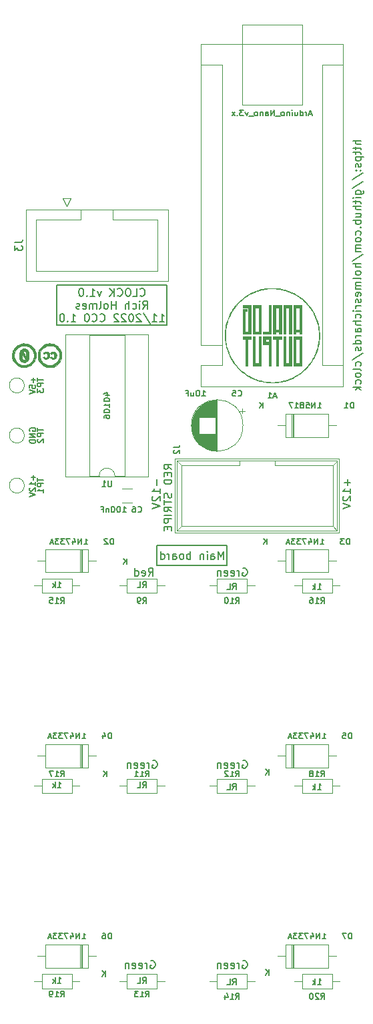
<source format=gbo>
G04 #@! TF.GenerationSoftware,KiCad,Pcbnew,6.0.9-8da3e8f707~116~ubuntu22.04.1*
G04 #@! TF.CreationDate,2022-11-08T11:41:05-05:00*
G04 #@! TF.ProjectId,clock_b1,636c6f63-6b5f-4623-912e-6b696361645f,rev?*
G04 #@! TF.SameCoordinates,Original*
G04 #@! TF.FileFunction,Legend,Bot*
G04 #@! TF.FilePolarity,Positive*
%FSLAX46Y46*%
G04 Gerber Fmt 4.6, Leading zero omitted, Abs format (unit mm)*
G04 Created by KiCad (PCBNEW 6.0.9-8da3e8f707~116~ubuntu22.04.1) date 2022-11-08 11:41:05*
%MOMM*%
%LPD*%
G01*
G04 APERTURE LIST*
%ADD10C,0.150000*%
%ADD11C,0.120000*%
%ADD12C,0.010000*%
G04 APERTURE END LIST*
D10*
X34210000Y-84260000D02*
X34210000Y-81720000D01*
X35480000Y-48700000D02*
X35480000Y-53780000D01*
X21510000Y-48700000D02*
X35480000Y-48700000D01*
X34210000Y-81720000D02*
X43100000Y-81720000D01*
X21510000Y-53780000D02*
X21510000Y-48700000D01*
X43100000Y-81720000D02*
X43100000Y-84260000D01*
X35480000Y-53780000D02*
X21510000Y-53780000D01*
X43100000Y-84260000D02*
X34210000Y-84260000D01*
X45085142Y-108988000D02*
X45180380Y-108940380D01*
X45323238Y-108940380D01*
X45466095Y-108988000D01*
X45561333Y-109083238D01*
X45608952Y-109178476D01*
X45656571Y-109368952D01*
X45656571Y-109511809D01*
X45608952Y-109702285D01*
X45561333Y-109797523D01*
X45466095Y-109892761D01*
X45323238Y-109940380D01*
X45228000Y-109940380D01*
X45085142Y-109892761D01*
X45037523Y-109845142D01*
X45037523Y-109511809D01*
X45228000Y-109511809D01*
X44608952Y-109940380D02*
X44608952Y-109273714D01*
X44608952Y-109464190D02*
X44561333Y-109368952D01*
X44513714Y-109321333D01*
X44418476Y-109273714D01*
X44323238Y-109273714D01*
X43608952Y-109892761D02*
X43704190Y-109940380D01*
X43894666Y-109940380D01*
X43989904Y-109892761D01*
X44037523Y-109797523D01*
X44037523Y-109416571D01*
X43989904Y-109321333D01*
X43894666Y-109273714D01*
X43704190Y-109273714D01*
X43608952Y-109321333D01*
X43561333Y-109416571D01*
X43561333Y-109511809D01*
X44037523Y-109607047D01*
X42751809Y-109892761D02*
X42847047Y-109940380D01*
X43037523Y-109940380D01*
X43132761Y-109892761D01*
X43180380Y-109797523D01*
X43180380Y-109416571D01*
X43132761Y-109321333D01*
X43037523Y-109273714D01*
X42847047Y-109273714D01*
X42751809Y-109321333D01*
X42704190Y-109416571D01*
X42704190Y-109511809D01*
X43180380Y-109607047D01*
X42275619Y-109273714D02*
X42275619Y-109940380D01*
X42275619Y-109368952D02*
X42228000Y-109321333D01*
X42132761Y-109273714D01*
X41989904Y-109273714D01*
X41894666Y-109321333D01*
X41847047Y-109416571D01*
X41847047Y-109940380D01*
X33123428Y-85556380D02*
X33456761Y-85080190D01*
X33694857Y-85556380D02*
X33694857Y-84556380D01*
X33313904Y-84556380D01*
X33218666Y-84604000D01*
X33171047Y-84651619D01*
X33123428Y-84746857D01*
X33123428Y-84889714D01*
X33171047Y-84984952D01*
X33218666Y-85032571D01*
X33313904Y-85080190D01*
X33694857Y-85080190D01*
X32313904Y-85508761D02*
X32409142Y-85556380D01*
X32599619Y-85556380D01*
X32694857Y-85508761D01*
X32742476Y-85413523D01*
X32742476Y-85032571D01*
X32694857Y-84937333D01*
X32599619Y-84889714D01*
X32409142Y-84889714D01*
X32313904Y-84937333D01*
X32266285Y-85032571D01*
X32266285Y-85127809D01*
X32742476Y-85223047D01*
X31409142Y-85556380D02*
X31409142Y-84556380D01*
X31409142Y-85508761D02*
X31504380Y-85556380D01*
X31694857Y-85556380D01*
X31790095Y-85508761D01*
X31837714Y-85461142D01*
X31885333Y-85365904D01*
X31885333Y-85080190D01*
X31837714Y-84984952D01*
X31790095Y-84937333D01*
X31694857Y-84889714D01*
X31504380Y-84889714D01*
X31409142Y-84937333D01*
X60062380Y-30374285D02*
X59062380Y-30374285D01*
X60062380Y-30802857D02*
X59538571Y-30802857D01*
X59443333Y-30755238D01*
X59395714Y-30660000D01*
X59395714Y-30517142D01*
X59443333Y-30421904D01*
X59490952Y-30374285D01*
X59395714Y-31136190D02*
X59395714Y-31517142D01*
X59062380Y-31279047D02*
X59919523Y-31279047D01*
X60014761Y-31326666D01*
X60062380Y-31421904D01*
X60062380Y-31517142D01*
X59395714Y-31707619D02*
X59395714Y-32088571D01*
X59062380Y-31850476D02*
X59919523Y-31850476D01*
X60014761Y-31898095D01*
X60062380Y-31993333D01*
X60062380Y-32088571D01*
X59395714Y-32421904D02*
X60395714Y-32421904D01*
X59443333Y-32421904D02*
X59395714Y-32517142D01*
X59395714Y-32707619D01*
X59443333Y-32802857D01*
X59490952Y-32850476D01*
X59586190Y-32898095D01*
X59871904Y-32898095D01*
X59967142Y-32850476D01*
X60014761Y-32802857D01*
X60062380Y-32707619D01*
X60062380Y-32517142D01*
X60014761Y-32421904D01*
X60014761Y-33279047D02*
X60062380Y-33374285D01*
X60062380Y-33564761D01*
X60014761Y-33659999D01*
X59919523Y-33707619D01*
X59871904Y-33707619D01*
X59776666Y-33659999D01*
X59729047Y-33564761D01*
X59729047Y-33421904D01*
X59681428Y-33326666D01*
X59586190Y-33279047D01*
X59538571Y-33279047D01*
X59443333Y-33326666D01*
X59395714Y-33421904D01*
X59395714Y-33564761D01*
X59443333Y-33659999D01*
X59967142Y-34136190D02*
X60014761Y-34183809D01*
X60062380Y-34136190D01*
X60014761Y-34088571D01*
X59967142Y-34136190D01*
X60062380Y-34136190D01*
X59443333Y-34136190D02*
X59490952Y-34183809D01*
X59538571Y-34136190D01*
X59490952Y-34088571D01*
X59443333Y-34136190D01*
X59538571Y-34136190D01*
X59014761Y-35326666D02*
X60300476Y-34469523D01*
X59014761Y-36374285D02*
X60300476Y-35517142D01*
X59395714Y-37136190D02*
X60205238Y-37136190D01*
X60300476Y-37088571D01*
X60348095Y-37040952D01*
X60395714Y-36945714D01*
X60395714Y-36802857D01*
X60348095Y-36707619D01*
X60014761Y-37136190D02*
X60062380Y-37040952D01*
X60062380Y-36850476D01*
X60014761Y-36755238D01*
X59967142Y-36707619D01*
X59871904Y-36660000D01*
X59586190Y-36660000D01*
X59490952Y-36707619D01*
X59443333Y-36755238D01*
X59395714Y-36850476D01*
X59395714Y-37040952D01*
X59443333Y-37136190D01*
X60062380Y-37612380D02*
X59395714Y-37612380D01*
X59062380Y-37612380D02*
X59110000Y-37564761D01*
X59157619Y-37612380D01*
X59110000Y-37660000D01*
X59062380Y-37612380D01*
X59157619Y-37612380D01*
X59395714Y-37945714D02*
X59395714Y-38326666D01*
X59062380Y-38088571D02*
X59919523Y-38088571D01*
X60014761Y-38136190D01*
X60062380Y-38231428D01*
X60062380Y-38326666D01*
X60062380Y-38660000D02*
X59062380Y-38660000D01*
X60062380Y-39088571D02*
X59538571Y-39088571D01*
X59443333Y-39040952D01*
X59395714Y-38945714D01*
X59395714Y-38802857D01*
X59443333Y-38707619D01*
X59490952Y-38660000D01*
X59395714Y-39993333D02*
X60062380Y-39993333D01*
X59395714Y-39564761D02*
X59919523Y-39564761D01*
X60014761Y-39612380D01*
X60062380Y-39707619D01*
X60062380Y-39850476D01*
X60014761Y-39945714D01*
X59967142Y-39993333D01*
X60062380Y-40469523D02*
X59062380Y-40469523D01*
X59443333Y-40469523D02*
X59395714Y-40564761D01*
X59395714Y-40755238D01*
X59443333Y-40850476D01*
X59490952Y-40898095D01*
X59586190Y-40945714D01*
X59871904Y-40945714D01*
X59967142Y-40898095D01*
X60014761Y-40850476D01*
X60062380Y-40755238D01*
X60062380Y-40564761D01*
X60014761Y-40469523D01*
X59967142Y-41374285D02*
X60014761Y-41421904D01*
X60062380Y-41374285D01*
X60014761Y-41326666D01*
X59967142Y-41374285D01*
X60062380Y-41374285D01*
X60014761Y-42279047D02*
X60062380Y-42183809D01*
X60062380Y-41993333D01*
X60014761Y-41898095D01*
X59967142Y-41850476D01*
X59871904Y-41802857D01*
X59586190Y-41802857D01*
X59490952Y-41850476D01*
X59443333Y-41898095D01*
X59395714Y-41993333D01*
X59395714Y-42183809D01*
X59443333Y-42279047D01*
X60062380Y-42850476D02*
X60014761Y-42755238D01*
X59967142Y-42707619D01*
X59871904Y-42659999D01*
X59586190Y-42659999D01*
X59490952Y-42707619D01*
X59443333Y-42755238D01*
X59395714Y-42850476D01*
X59395714Y-42993333D01*
X59443333Y-43088571D01*
X59490952Y-43136190D01*
X59586190Y-43183809D01*
X59871904Y-43183809D01*
X59967142Y-43136190D01*
X60014761Y-43088571D01*
X60062380Y-42993333D01*
X60062380Y-42850476D01*
X60062380Y-43612380D02*
X59395714Y-43612380D01*
X59490952Y-43612380D02*
X59443333Y-43659999D01*
X59395714Y-43755238D01*
X59395714Y-43898095D01*
X59443333Y-43993333D01*
X59538571Y-44040952D01*
X60062380Y-44040952D01*
X59538571Y-44040952D02*
X59443333Y-44088571D01*
X59395714Y-44183809D01*
X59395714Y-44326666D01*
X59443333Y-44421904D01*
X59538571Y-44469523D01*
X60062380Y-44469523D01*
X59014761Y-45659999D02*
X60300476Y-44802857D01*
X60062380Y-45993333D02*
X59062380Y-45993333D01*
X60062380Y-46421904D02*
X59538571Y-46421904D01*
X59443333Y-46374285D01*
X59395714Y-46279047D01*
X59395714Y-46136190D01*
X59443333Y-46040952D01*
X59490952Y-45993333D01*
X60062380Y-47040952D02*
X60014761Y-46945714D01*
X59967142Y-46898095D01*
X59871904Y-46850476D01*
X59586190Y-46850476D01*
X59490952Y-46898095D01*
X59443333Y-46945714D01*
X59395714Y-47040952D01*
X59395714Y-47183809D01*
X59443333Y-47279047D01*
X59490952Y-47326666D01*
X59586190Y-47374285D01*
X59871904Y-47374285D01*
X59967142Y-47326666D01*
X60014761Y-47279047D01*
X60062380Y-47183809D01*
X60062380Y-47040952D01*
X60062380Y-47945714D02*
X60014761Y-47850476D01*
X59919523Y-47802857D01*
X59062380Y-47802857D01*
X60062380Y-48326666D02*
X59395714Y-48326666D01*
X59490952Y-48326666D02*
X59443333Y-48374285D01*
X59395714Y-48469523D01*
X59395714Y-48612380D01*
X59443333Y-48707619D01*
X59538571Y-48755238D01*
X60062380Y-48755238D01*
X59538571Y-48755238D02*
X59443333Y-48802857D01*
X59395714Y-48898095D01*
X59395714Y-49040952D01*
X59443333Y-49136190D01*
X59538571Y-49183809D01*
X60062380Y-49183809D01*
X60014761Y-50040952D02*
X60062380Y-49945714D01*
X60062380Y-49755238D01*
X60014761Y-49659999D01*
X59919523Y-49612380D01*
X59538571Y-49612380D01*
X59443333Y-49659999D01*
X59395714Y-49755238D01*
X59395714Y-49945714D01*
X59443333Y-50040952D01*
X59538571Y-50088571D01*
X59633809Y-50088571D01*
X59729047Y-49612380D01*
X60014761Y-50469523D02*
X60062380Y-50564761D01*
X60062380Y-50755238D01*
X60014761Y-50850476D01*
X59919523Y-50898095D01*
X59871904Y-50898095D01*
X59776666Y-50850476D01*
X59729047Y-50755238D01*
X59729047Y-50612380D01*
X59681428Y-50517142D01*
X59586190Y-50469523D01*
X59538571Y-50469523D01*
X59443333Y-50517142D01*
X59395714Y-50612380D01*
X59395714Y-50755238D01*
X59443333Y-50850476D01*
X60062380Y-51326666D02*
X59395714Y-51326666D01*
X59586190Y-51326666D02*
X59490952Y-51374285D01*
X59443333Y-51421904D01*
X59395714Y-51517142D01*
X59395714Y-51612380D01*
X60062380Y-51945714D02*
X59395714Y-51945714D01*
X59062380Y-51945714D02*
X59110000Y-51898095D01*
X59157619Y-51945714D01*
X59110000Y-51993333D01*
X59062380Y-51945714D01*
X59157619Y-51945714D01*
X60014761Y-52850476D02*
X60062380Y-52755238D01*
X60062380Y-52564761D01*
X60014761Y-52469523D01*
X59967142Y-52421904D01*
X59871904Y-52374285D01*
X59586190Y-52374285D01*
X59490952Y-52421904D01*
X59443333Y-52469523D01*
X59395714Y-52564761D01*
X59395714Y-52755238D01*
X59443333Y-52850476D01*
X60062380Y-53279047D02*
X59062380Y-53279047D01*
X60062380Y-53707619D02*
X59538571Y-53707619D01*
X59443333Y-53659999D01*
X59395714Y-53564761D01*
X59395714Y-53421904D01*
X59443333Y-53326666D01*
X59490952Y-53279047D01*
X60062380Y-54612380D02*
X59538571Y-54612380D01*
X59443333Y-54564761D01*
X59395714Y-54469523D01*
X59395714Y-54279047D01*
X59443333Y-54183809D01*
X60014761Y-54612380D02*
X60062380Y-54517142D01*
X60062380Y-54279047D01*
X60014761Y-54183809D01*
X59919523Y-54136190D01*
X59824285Y-54136190D01*
X59729047Y-54183809D01*
X59681428Y-54279047D01*
X59681428Y-54517142D01*
X59633809Y-54612380D01*
X60062380Y-55088571D02*
X59395714Y-55088571D01*
X59586190Y-55088571D02*
X59490952Y-55136190D01*
X59443333Y-55183809D01*
X59395714Y-55279047D01*
X59395714Y-55374285D01*
X60062380Y-56136190D02*
X59062380Y-56136190D01*
X60014761Y-56136190D02*
X60062380Y-56040952D01*
X60062380Y-55850476D01*
X60014761Y-55755238D01*
X59967142Y-55707619D01*
X59871904Y-55659999D01*
X59586190Y-55659999D01*
X59490952Y-55707619D01*
X59443333Y-55755238D01*
X59395714Y-55850476D01*
X59395714Y-56040952D01*
X59443333Y-56136190D01*
X60014761Y-56564761D02*
X60062380Y-56659999D01*
X60062380Y-56850476D01*
X60014761Y-56945714D01*
X59919523Y-56993333D01*
X59871904Y-56993333D01*
X59776666Y-56945714D01*
X59729047Y-56850476D01*
X59729047Y-56707619D01*
X59681428Y-56612380D01*
X59586190Y-56564761D01*
X59538571Y-56564761D01*
X59443333Y-56612380D01*
X59395714Y-56707619D01*
X59395714Y-56850476D01*
X59443333Y-56945714D01*
X59014761Y-58136190D02*
X60300476Y-57279047D01*
X60014761Y-58898095D02*
X60062380Y-58802857D01*
X60062380Y-58612380D01*
X60014761Y-58517142D01*
X59967142Y-58469523D01*
X59871904Y-58421904D01*
X59586190Y-58421904D01*
X59490952Y-58469523D01*
X59443333Y-58517142D01*
X59395714Y-58612380D01*
X59395714Y-58802857D01*
X59443333Y-58898095D01*
X60062380Y-59469523D02*
X60014761Y-59374285D01*
X59919523Y-59326666D01*
X59062380Y-59326666D01*
X60062380Y-59993333D02*
X60014761Y-59898095D01*
X59967142Y-59850476D01*
X59871904Y-59802857D01*
X59586190Y-59802857D01*
X59490952Y-59850476D01*
X59443333Y-59898095D01*
X59395714Y-59993333D01*
X59395714Y-60136190D01*
X59443333Y-60231428D01*
X59490952Y-60279047D01*
X59586190Y-60326666D01*
X59871904Y-60326666D01*
X59967142Y-60279047D01*
X60014761Y-60231428D01*
X60062380Y-60136190D01*
X60062380Y-59993333D01*
X60014761Y-61183809D02*
X60062380Y-61088571D01*
X60062380Y-60898095D01*
X60014761Y-60802857D01*
X59967142Y-60755238D01*
X59871904Y-60707619D01*
X59586190Y-60707619D01*
X59490952Y-60755238D01*
X59443333Y-60802857D01*
X59395714Y-60898095D01*
X59395714Y-61088571D01*
X59443333Y-61183809D01*
X60062380Y-61612380D02*
X59062380Y-61612380D01*
X59681428Y-61707619D02*
X60062380Y-61993333D01*
X59395714Y-61993333D02*
X59776666Y-61612380D01*
X45085142Y-134388000D02*
X45180380Y-134340380D01*
X45323238Y-134340380D01*
X45466095Y-134388000D01*
X45561333Y-134483238D01*
X45608952Y-134578476D01*
X45656571Y-134768952D01*
X45656571Y-134911809D01*
X45608952Y-135102285D01*
X45561333Y-135197523D01*
X45466095Y-135292761D01*
X45323238Y-135340380D01*
X45228000Y-135340380D01*
X45085142Y-135292761D01*
X45037523Y-135245142D01*
X45037523Y-134911809D01*
X45228000Y-134911809D01*
X44608952Y-135340380D02*
X44608952Y-134673714D01*
X44608952Y-134864190D02*
X44561333Y-134768952D01*
X44513714Y-134721333D01*
X44418476Y-134673714D01*
X44323238Y-134673714D01*
X43608952Y-135292761D02*
X43704190Y-135340380D01*
X43894666Y-135340380D01*
X43989904Y-135292761D01*
X44037523Y-135197523D01*
X44037523Y-134816571D01*
X43989904Y-134721333D01*
X43894666Y-134673714D01*
X43704190Y-134673714D01*
X43608952Y-134721333D01*
X43561333Y-134816571D01*
X43561333Y-134911809D01*
X44037523Y-135007047D01*
X42751809Y-135292761D02*
X42847047Y-135340380D01*
X43037523Y-135340380D01*
X43132761Y-135292761D01*
X43180380Y-135197523D01*
X43180380Y-134816571D01*
X43132761Y-134721333D01*
X43037523Y-134673714D01*
X42847047Y-134673714D01*
X42751809Y-134721333D01*
X42704190Y-134816571D01*
X42704190Y-134911809D01*
X43180380Y-135007047D01*
X42275619Y-134673714D02*
X42275619Y-135340380D01*
X42275619Y-134768952D02*
X42228000Y-134721333D01*
X42132761Y-134673714D01*
X41989904Y-134673714D01*
X41894666Y-134721333D01*
X41847047Y-134816571D01*
X41847047Y-135340380D01*
X45082142Y-84604000D02*
X45177380Y-84556380D01*
X45320238Y-84556380D01*
X45463095Y-84604000D01*
X45558333Y-84699238D01*
X45605952Y-84794476D01*
X45653571Y-84984952D01*
X45653571Y-85127809D01*
X45605952Y-85318285D01*
X45558333Y-85413523D01*
X45463095Y-85508761D01*
X45320238Y-85556380D01*
X45225000Y-85556380D01*
X45082142Y-85508761D01*
X45034523Y-85461142D01*
X45034523Y-85127809D01*
X45225000Y-85127809D01*
X44605952Y-85556380D02*
X44605952Y-84889714D01*
X44605952Y-85080190D02*
X44558333Y-84984952D01*
X44510714Y-84937333D01*
X44415476Y-84889714D01*
X44320238Y-84889714D01*
X43605952Y-85508761D02*
X43701190Y-85556380D01*
X43891666Y-85556380D01*
X43986904Y-85508761D01*
X44034523Y-85413523D01*
X44034523Y-85032571D01*
X43986904Y-84937333D01*
X43891666Y-84889714D01*
X43701190Y-84889714D01*
X43605952Y-84937333D01*
X43558333Y-85032571D01*
X43558333Y-85127809D01*
X44034523Y-85223047D01*
X42748809Y-85508761D02*
X42844047Y-85556380D01*
X43034523Y-85556380D01*
X43129761Y-85508761D01*
X43177380Y-85413523D01*
X43177380Y-85032571D01*
X43129761Y-84937333D01*
X43034523Y-84889714D01*
X42844047Y-84889714D01*
X42748809Y-84937333D01*
X42701190Y-85032571D01*
X42701190Y-85127809D01*
X43177380Y-85223047D01*
X42272619Y-84889714D02*
X42272619Y-85556380D01*
X42272619Y-84984952D02*
X42225000Y-84937333D01*
X42129761Y-84889714D01*
X41986904Y-84889714D01*
X41891666Y-84937333D01*
X41844047Y-85032571D01*
X41844047Y-85556380D01*
X33401142Y-134388000D02*
X33496380Y-134340380D01*
X33639238Y-134340380D01*
X33782095Y-134388000D01*
X33877333Y-134483238D01*
X33924952Y-134578476D01*
X33972571Y-134768952D01*
X33972571Y-134911809D01*
X33924952Y-135102285D01*
X33877333Y-135197523D01*
X33782095Y-135292761D01*
X33639238Y-135340380D01*
X33544000Y-135340380D01*
X33401142Y-135292761D01*
X33353523Y-135245142D01*
X33353523Y-134911809D01*
X33544000Y-134911809D01*
X32924952Y-135340380D02*
X32924952Y-134673714D01*
X32924952Y-134864190D02*
X32877333Y-134768952D01*
X32829714Y-134721333D01*
X32734476Y-134673714D01*
X32639238Y-134673714D01*
X31924952Y-135292761D02*
X32020190Y-135340380D01*
X32210666Y-135340380D01*
X32305904Y-135292761D01*
X32353523Y-135197523D01*
X32353523Y-134816571D01*
X32305904Y-134721333D01*
X32210666Y-134673714D01*
X32020190Y-134673714D01*
X31924952Y-134721333D01*
X31877333Y-134816571D01*
X31877333Y-134911809D01*
X32353523Y-135007047D01*
X31067809Y-135292761D02*
X31163047Y-135340380D01*
X31353523Y-135340380D01*
X31448761Y-135292761D01*
X31496380Y-135197523D01*
X31496380Y-134816571D01*
X31448761Y-134721333D01*
X31353523Y-134673714D01*
X31163047Y-134673714D01*
X31067809Y-134721333D01*
X31020190Y-134816571D01*
X31020190Y-134911809D01*
X31496380Y-135007047D01*
X30591619Y-134673714D02*
X30591619Y-135340380D01*
X30591619Y-134768952D02*
X30544000Y-134721333D01*
X30448761Y-134673714D01*
X30305904Y-134673714D01*
X30210666Y-134721333D01*
X30163047Y-134816571D01*
X30163047Y-135340380D01*
X32066428Y-49987142D02*
X32114047Y-50034761D01*
X32256904Y-50082380D01*
X32352142Y-50082380D01*
X32495000Y-50034761D01*
X32590238Y-49939523D01*
X32637857Y-49844285D01*
X32685476Y-49653809D01*
X32685476Y-49510952D01*
X32637857Y-49320476D01*
X32590238Y-49225238D01*
X32495000Y-49130000D01*
X32352142Y-49082380D01*
X32256904Y-49082380D01*
X32114047Y-49130000D01*
X32066428Y-49177619D01*
X31161666Y-50082380D02*
X31637857Y-50082380D01*
X31637857Y-49082380D01*
X30637857Y-49082380D02*
X30447380Y-49082380D01*
X30352142Y-49130000D01*
X30256904Y-49225238D01*
X30209285Y-49415714D01*
X30209285Y-49749047D01*
X30256904Y-49939523D01*
X30352142Y-50034761D01*
X30447380Y-50082380D01*
X30637857Y-50082380D01*
X30733095Y-50034761D01*
X30828333Y-49939523D01*
X30875952Y-49749047D01*
X30875952Y-49415714D01*
X30828333Y-49225238D01*
X30733095Y-49130000D01*
X30637857Y-49082380D01*
X29209285Y-49987142D02*
X29256904Y-50034761D01*
X29399761Y-50082380D01*
X29495000Y-50082380D01*
X29637857Y-50034761D01*
X29733095Y-49939523D01*
X29780714Y-49844285D01*
X29828333Y-49653809D01*
X29828333Y-49510952D01*
X29780714Y-49320476D01*
X29733095Y-49225238D01*
X29637857Y-49130000D01*
X29495000Y-49082380D01*
X29399761Y-49082380D01*
X29256904Y-49130000D01*
X29209285Y-49177619D01*
X28780714Y-50082380D02*
X28780714Y-49082380D01*
X28209285Y-50082380D02*
X28637857Y-49510952D01*
X28209285Y-49082380D02*
X28780714Y-49653809D01*
X27114047Y-49415714D02*
X26875952Y-50082380D01*
X26637857Y-49415714D01*
X25733095Y-50082380D02*
X26304523Y-50082380D01*
X26018809Y-50082380D02*
X26018809Y-49082380D01*
X26114047Y-49225238D01*
X26209285Y-49320476D01*
X26304523Y-49368095D01*
X25304523Y-49987142D02*
X25256904Y-50034761D01*
X25304523Y-50082380D01*
X25352142Y-50034761D01*
X25304523Y-49987142D01*
X25304523Y-50082380D01*
X24637857Y-49082380D02*
X24542619Y-49082380D01*
X24447380Y-49130000D01*
X24399761Y-49177619D01*
X24352142Y-49272857D01*
X24304523Y-49463333D01*
X24304523Y-49701428D01*
X24352142Y-49891904D01*
X24399761Y-49987142D01*
X24447380Y-50034761D01*
X24542619Y-50082380D01*
X24637857Y-50082380D01*
X24733095Y-50034761D01*
X24780714Y-49987142D01*
X24828333Y-49891904D01*
X24875952Y-49701428D01*
X24875952Y-49463333D01*
X24828333Y-49272857D01*
X24780714Y-49177619D01*
X24733095Y-49130000D01*
X24637857Y-49082380D01*
X32423571Y-51692380D02*
X32756904Y-51216190D01*
X32995000Y-51692380D02*
X32995000Y-50692380D01*
X32614047Y-50692380D01*
X32518809Y-50740000D01*
X32471190Y-50787619D01*
X32423571Y-50882857D01*
X32423571Y-51025714D01*
X32471190Y-51120952D01*
X32518809Y-51168571D01*
X32614047Y-51216190D01*
X32995000Y-51216190D01*
X31995000Y-51692380D02*
X31995000Y-51025714D01*
X31995000Y-50692380D02*
X32042619Y-50740000D01*
X31995000Y-50787619D01*
X31947380Y-50740000D01*
X31995000Y-50692380D01*
X31995000Y-50787619D01*
X31090238Y-51644761D02*
X31185476Y-51692380D01*
X31375952Y-51692380D01*
X31471190Y-51644761D01*
X31518809Y-51597142D01*
X31566428Y-51501904D01*
X31566428Y-51216190D01*
X31518809Y-51120952D01*
X31471190Y-51073333D01*
X31375952Y-51025714D01*
X31185476Y-51025714D01*
X31090238Y-51073333D01*
X30661666Y-51692380D02*
X30661666Y-50692380D01*
X30233095Y-51692380D02*
X30233095Y-51168571D01*
X30280714Y-51073333D01*
X30375952Y-51025714D01*
X30518809Y-51025714D01*
X30614047Y-51073333D01*
X30661666Y-51120952D01*
X28995000Y-51692380D02*
X28995000Y-50692380D01*
X28995000Y-51168571D02*
X28423571Y-51168571D01*
X28423571Y-51692380D02*
X28423571Y-50692380D01*
X27804523Y-51692380D02*
X27899761Y-51644761D01*
X27947380Y-51597142D01*
X27995000Y-51501904D01*
X27995000Y-51216190D01*
X27947380Y-51120952D01*
X27899761Y-51073333D01*
X27804523Y-51025714D01*
X27661666Y-51025714D01*
X27566428Y-51073333D01*
X27518809Y-51120952D01*
X27471190Y-51216190D01*
X27471190Y-51501904D01*
X27518809Y-51597142D01*
X27566428Y-51644761D01*
X27661666Y-51692380D01*
X27804523Y-51692380D01*
X26899761Y-51692380D02*
X26995000Y-51644761D01*
X27042619Y-51549523D01*
X27042619Y-50692380D01*
X26518809Y-51692380D02*
X26518809Y-51025714D01*
X26518809Y-51120952D02*
X26471190Y-51073333D01*
X26375952Y-51025714D01*
X26233095Y-51025714D01*
X26137857Y-51073333D01*
X26090238Y-51168571D01*
X26090238Y-51692380D01*
X26090238Y-51168571D02*
X26042619Y-51073333D01*
X25947380Y-51025714D01*
X25804523Y-51025714D01*
X25709285Y-51073333D01*
X25661666Y-51168571D01*
X25661666Y-51692380D01*
X24804523Y-51644761D02*
X24899761Y-51692380D01*
X25090238Y-51692380D01*
X25185476Y-51644761D01*
X25233095Y-51549523D01*
X25233095Y-51168571D01*
X25185476Y-51073333D01*
X25090238Y-51025714D01*
X24899761Y-51025714D01*
X24804523Y-51073333D01*
X24756904Y-51168571D01*
X24756904Y-51263809D01*
X25233095Y-51359047D01*
X24375952Y-51644761D02*
X24280714Y-51692380D01*
X24090238Y-51692380D01*
X23995000Y-51644761D01*
X23947380Y-51549523D01*
X23947380Y-51501904D01*
X23995000Y-51406666D01*
X24090238Y-51359047D01*
X24233095Y-51359047D01*
X24328333Y-51311428D01*
X24375952Y-51216190D01*
X24375952Y-51168571D01*
X24328333Y-51073333D01*
X24233095Y-51025714D01*
X24090238Y-51025714D01*
X23995000Y-51073333D01*
X34542619Y-53302380D02*
X35114047Y-53302380D01*
X34828333Y-53302380D02*
X34828333Y-52302380D01*
X34923571Y-52445238D01*
X35018809Y-52540476D01*
X35114047Y-52588095D01*
X33590238Y-53302380D02*
X34161666Y-53302380D01*
X33875952Y-53302380D02*
X33875952Y-52302380D01*
X33971190Y-52445238D01*
X34066428Y-52540476D01*
X34161666Y-52588095D01*
X32447380Y-52254761D02*
X33304523Y-53540476D01*
X32161666Y-52397619D02*
X32114047Y-52350000D01*
X32018809Y-52302380D01*
X31780714Y-52302380D01*
X31685476Y-52350000D01*
X31637857Y-52397619D01*
X31590238Y-52492857D01*
X31590238Y-52588095D01*
X31637857Y-52730952D01*
X32209285Y-53302380D01*
X31590238Y-53302380D01*
X30971190Y-52302380D02*
X30875952Y-52302380D01*
X30780714Y-52350000D01*
X30733095Y-52397619D01*
X30685476Y-52492857D01*
X30637857Y-52683333D01*
X30637857Y-52921428D01*
X30685476Y-53111904D01*
X30733095Y-53207142D01*
X30780714Y-53254761D01*
X30875952Y-53302380D01*
X30971190Y-53302380D01*
X31066428Y-53254761D01*
X31114047Y-53207142D01*
X31161666Y-53111904D01*
X31209285Y-52921428D01*
X31209285Y-52683333D01*
X31161666Y-52492857D01*
X31114047Y-52397619D01*
X31066428Y-52350000D01*
X30971190Y-52302380D01*
X30256904Y-52397619D02*
X30209285Y-52350000D01*
X30114047Y-52302380D01*
X29875952Y-52302380D01*
X29780714Y-52350000D01*
X29733095Y-52397619D01*
X29685476Y-52492857D01*
X29685476Y-52588095D01*
X29733095Y-52730952D01*
X30304523Y-53302380D01*
X29685476Y-53302380D01*
X29304523Y-52397619D02*
X29256904Y-52350000D01*
X29161666Y-52302380D01*
X28923571Y-52302380D01*
X28828333Y-52350000D01*
X28780714Y-52397619D01*
X28733095Y-52492857D01*
X28733095Y-52588095D01*
X28780714Y-52730952D01*
X29352142Y-53302380D01*
X28733095Y-53302380D01*
X26971190Y-53207142D02*
X27018809Y-53254761D01*
X27161666Y-53302380D01*
X27256904Y-53302380D01*
X27399761Y-53254761D01*
X27495000Y-53159523D01*
X27542619Y-53064285D01*
X27590238Y-52873809D01*
X27590238Y-52730952D01*
X27542619Y-52540476D01*
X27495000Y-52445238D01*
X27399761Y-52350000D01*
X27256904Y-52302380D01*
X27161666Y-52302380D01*
X27018809Y-52350000D01*
X26971190Y-52397619D01*
X25971190Y-53207142D02*
X26018809Y-53254761D01*
X26161666Y-53302380D01*
X26256904Y-53302380D01*
X26399761Y-53254761D01*
X26495000Y-53159523D01*
X26542619Y-53064285D01*
X26590238Y-52873809D01*
X26590238Y-52730952D01*
X26542619Y-52540476D01*
X26495000Y-52445238D01*
X26399761Y-52350000D01*
X26256904Y-52302380D01*
X26161666Y-52302380D01*
X26018809Y-52350000D01*
X25971190Y-52397619D01*
X25352142Y-52302380D02*
X25256904Y-52302380D01*
X25161666Y-52350000D01*
X25114047Y-52397619D01*
X25066428Y-52492857D01*
X25018809Y-52683333D01*
X25018809Y-52921428D01*
X25066428Y-53111904D01*
X25114047Y-53207142D01*
X25161666Y-53254761D01*
X25256904Y-53302380D01*
X25352142Y-53302380D01*
X25447380Y-53254761D01*
X25495000Y-53207142D01*
X25542619Y-53111904D01*
X25590238Y-52921428D01*
X25590238Y-52683333D01*
X25542619Y-52492857D01*
X25495000Y-52397619D01*
X25447380Y-52350000D01*
X25352142Y-52302380D01*
X23304523Y-53302380D02*
X23875952Y-53302380D01*
X23590238Y-53302380D02*
X23590238Y-52302380D01*
X23685476Y-52445238D01*
X23780714Y-52540476D01*
X23875952Y-52588095D01*
X22875952Y-53207142D02*
X22828333Y-53254761D01*
X22875952Y-53302380D01*
X22923571Y-53254761D01*
X22875952Y-53207142D01*
X22875952Y-53302380D01*
X22209285Y-52302380D02*
X22114047Y-52302380D01*
X22018809Y-52350000D01*
X21971190Y-52397619D01*
X21923571Y-52492857D01*
X21875952Y-52683333D01*
X21875952Y-52921428D01*
X21923571Y-53111904D01*
X21971190Y-53207142D01*
X22018809Y-53254761D01*
X22114047Y-53302380D01*
X22209285Y-53302380D01*
X22304523Y-53254761D01*
X22352142Y-53207142D01*
X22399761Y-53111904D01*
X22447380Y-52921428D01*
X22447380Y-52683333D01*
X22399761Y-52492857D01*
X22352142Y-52397619D01*
X22304523Y-52350000D01*
X22209285Y-52302380D01*
X33652142Y-108988000D02*
X33747380Y-108940380D01*
X33890238Y-108940380D01*
X34033095Y-108988000D01*
X34128333Y-109083238D01*
X34175952Y-109178476D01*
X34223571Y-109368952D01*
X34223571Y-109511809D01*
X34175952Y-109702285D01*
X34128333Y-109797523D01*
X34033095Y-109892761D01*
X33890238Y-109940380D01*
X33795000Y-109940380D01*
X33652142Y-109892761D01*
X33604523Y-109845142D01*
X33604523Y-109511809D01*
X33795000Y-109511809D01*
X33175952Y-109940380D02*
X33175952Y-109273714D01*
X33175952Y-109464190D02*
X33128333Y-109368952D01*
X33080714Y-109321333D01*
X32985476Y-109273714D01*
X32890238Y-109273714D01*
X32175952Y-109892761D02*
X32271190Y-109940380D01*
X32461666Y-109940380D01*
X32556904Y-109892761D01*
X32604523Y-109797523D01*
X32604523Y-109416571D01*
X32556904Y-109321333D01*
X32461666Y-109273714D01*
X32271190Y-109273714D01*
X32175952Y-109321333D01*
X32128333Y-109416571D01*
X32128333Y-109511809D01*
X32604523Y-109607047D01*
X31318809Y-109892761D02*
X31414047Y-109940380D01*
X31604523Y-109940380D01*
X31699761Y-109892761D01*
X31747380Y-109797523D01*
X31747380Y-109416571D01*
X31699761Y-109321333D01*
X31604523Y-109273714D01*
X31414047Y-109273714D01*
X31318809Y-109321333D01*
X31271190Y-109416571D01*
X31271190Y-109511809D01*
X31747380Y-109607047D01*
X30842619Y-109273714D02*
X30842619Y-109940380D01*
X30842619Y-109368952D02*
X30795000Y-109321333D01*
X30699761Y-109273714D01*
X30556904Y-109273714D01*
X30461666Y-109321333D01*
X30414047Y-109416571D01*
X30414047Y-109940380D01*
X42631190Y-83442380D02*
X42631190Y-82442380D01*
X42297857Y-83156666D01*
X41964523Y-82442380D01*
X41964523Y-83442380D01*
X41059761Y-83442380D02*
X41059761Y-82918571D01*
X41107380Y-82823333D01*
X41202619Y-82775714D01*
X41393095Y-82775714D01*
X41488333Y-82823333D01*
X41059761Y-83394761D02*
X41155000Y-83442380D01*
X41393095Y-83442380D01*
X41488333Y-83394761D01*
X41535952Y-83299523D01*
X41535952Y-83204285D01*
X41488333Y-83109047D01*
X41393095Y-83061428D01*
X41155000Y-83061428D01*
X41059761Y-83013809D01*
X40583571Y-83442380D02*
X40583571Y-82775714D01*
X40583571Y-82442380D02*
X40631190Y-82490000D01*
X40583571Y-82537619D01*
X40535952Y-82490000D01*
X40583571Y-82442380D01*
X40583571Y-82537619D01*
X40107380Y-82775714D02*
X40107380Y-83442380D01*
X40107380Y-82870952D02*
X40059761Y-82823333D01*
X39964523Y-82775714D01*
X39821666Y-82775714D01*
X39726428Y-82823333D01*
X39678809Y-82918571D01*
X39678809Y-83442380D01*
X38440714Y-83442380D02*
X38440714Y-82442380D01*
X38440714Y-82823333D02*
X38345476Y-82775714D01*
X38155000Y-82775714D01*
X38059761Y-82823333D01*
X38012142Y-82870952D01*
X37964523Y-82966190D01*
X37964523Y-83251904D01*
X38012142Y-83347142D01*
X38059761Y-83394761D01*
X38155000Y-83442380D01*
X38345476Y-83442380D01*
X38440714Y-83394761D01*
X37393095Y-83442380D02*
X37488333Y-83394761D01*
X37535952Y-83347142D01*
X37583571Y-83251904D01*
X37583571Y-82966190D01*
X37535952Y-82870952D01*
X37488333Y-82823333D01*
X37393095Y-82775714D01*
X37250238Y-82775714D01*
X37155000Y-82823333D01*
X37107380Y-82870952D01*
X37059761Y-82966190D01*
X37059761Y-83251904D01*
X37107380Y-83347142D01*
X37155000Y-83394761D01*
X37250238Y-83442380D01*
X37393095Y-83442380D01*
X36202619Y-83442380D02*
X36202619Y-82918571D01*
X36250238Y-82823333D01*
X36345476Y-82775714D01*
X36535952Y-82775714D01*
X36631190Y-82823333D01*
X36202619Y-83394761D02*
X36297857Y-83442380D01*
X36535952Y-83442380D01*
X36631190Y-83394761D01*
X36678809Y-83299523D01*
X36678809Y-83204285D01*
X36631190Y-83109047D01*
X36535952Y-83061428D01*
X36297857Y-83061428D01*
X36202619Y-83013809D01*
X35726428Y-83442380D02*
X35726428Y-82775714D01*
X35726428Y-82966190D02*
X35678809Y-82870952D01*
X35631190Y-82823333D01*
X35535952Y-82775714D01*
X35440714Y-82775714D01*
X34678809Y-83442380D02*
X34678809Y-82442380D01*
X34678809Y-83394761D02*
X34774047Y-83442380D01*
X34964523Y-83442380D01*
X35059761Y-83394761D01*
X35107380Y-83347142D01*
X35155000Y-83251904D01*
X35155000Y-82966190D01*
X35107380Y-82870952D01*
X35059761Y-82823333D01*
X34964523Y-82775714D01*
X34774047Y-82775714D01*
X34678809Y-82823333D01*
G04 #@! TO.C,R12*
X44207142Y-111015285D02*
X44457142Y-110658142D01*
X44635714Y-111015285D02*
X44635714Y-110265285D01*
X44350000Y-110265285D01*
X44278571Y-110301000D01*
X44242857Y-110336714D01*
X44207142Y-110408142D01*
X44207142Y-110515285D01*
X44242857Y-110586714D01*
X44278571Y-110622428D01*
X44350000Y-110658142D01*
X44635714Y-110658142D01*
X43492857Y-111015285D02*
X43921428Y-111015285D01*
X43707142Y-111015285D02*
X43707142Y-110265285D01*
X43778571Y-110372428D01*
X43850000Y-110443857D01*
X43921428Y-110479571D01*
X43207142Y-110336714D02*
X43171428Y-110301000D01*
X43100000Y-110265285D01*
X42921428Y-110265285D01*
X42850000Y-110301000D01*
X42814285Y-110336714D01*
X42778571Y-110408142D01*
X42778571Y-110479571D01*
X42814285Y-110586714D01*
X43242857Y-111015285D01*
X42778571Y-111015285D01*
X43786428Y-112639285D02*
X44036428Y-112282142D01*
X44215000Y-112639285D02*
X44215000Y-111889285D01*
X43929285Y-111889285D01*
X43857857Y-111925000D01*
X43822142Y-111960714D01*
X43786428Y-112032142D01*
X43786428Y-112139285D01*
X43822142Y-112210714D01*
X43857857Y-112246428D01*
X43929285Y-112282142D01*
X44215000Y-112282142D01*
X43107857Y-112639285D02*
X43465000Y-112639285D01*
X43465000Y-111889285D01*
G04 #@! TO.C,R9*
X32420000Y-89044285D02*
X32670000Y-88687142D01*
X32848571Y-89044285D02*
X32848571Y-88294285D01*
X32562857Y-88294285D01*
X32491428Y-88330000D01*
X32455714Y-88365714D01*
X32420000Y-88437142D01*
X32420000Y-88544285D01*
X32455714Y-88615714D01*
X32491428Y-88651428D01*
X32562857Y-88687142D01*
X32848571Y-88687142D01*
X32062857Y-89044285D02*
X31920000Y-89044285D01*
X31848571Y-89008571D01*
X31812857Y-88972857D01*
X31741428Y-88865714D01*
X31705714Y-88722857D01*
X31705714Y-88437142D01*
X31741428Y-88365714D01*
X31777142Y-88330000D01*
X31848571Y-88294285D01*
X31991428Y-88294285D01*
X32062857Y-88330000D01*
X32098571Y-88365714D01*
X32134285Y-88437142D01*
X32134285Y-88615714D01*
X32098571Y-88687142D01*
X32062857Y-88722857D01*
X31991428Y-88758571D01*
X31848571Y-88758571D01*
X31777142Y-88722857D01*
X31741428Y-88687142D01*
X31705714Y-88615714D01*
X32376428Y-87039285D02*
X32626428Y-86682142D01*
X32805000Y-87039285D02*
X32805000Y-86289285D01*
X32519285Y-86289285D01*
X32447857Y-86325000D01*
X32412142Y-86360714D01*
X32376428Y-86432142D01*
X32376428Y-86539285D01*
X32412142Y-86610714D01*
X32447857Y-86646428D01*
X32519285Y-86682142D01*
X32805000Y-86682142D01*
X31697857Y-87039285D02*
X32055000Y-87039285D01*
X32055000Y-86289285D01*
G04 #@! TO.C,TP1*
X19057285Y-73153571D02*
X19057285Y-73582142D01*
X19807285Y-73367857D02*
X19057285Y-73367857D01*
X19807285Y-73832142D02*
X19057285Y-73832142D01*
X19057285Y-74117857D01*
X19093000Y-74189285D01*
X19128714Y-74225000D01*
X19200142Y-74260714D01*
X19307285Y-74260714D01*
X19378714Y-74225000D01*
X19414428Y-74189285D01*
X19450142Y-74117857D01*
X19450142Y-73832142D01*
X19807285Y-74975000D02*
X19807285Y-74546428D01*
X19807285Y-74760714D02*
X19057285Y-74760714D01*
X19164428Y-74689285D01*
X19235857Y-74617857D01*
X19271571Y-74546428D01*
X18505571Y-72778571D02*
X18505571Y-73350000D01*
X18791285Y-73064285D02*
X18219857Y-73064285D01*
X18791285Y-74100000D02*
X18791285Y-73671428D01*
X18791285Y-73885714D02*
X18041285Y-73885714D01*
X18148428Y-73814285D01*
X18219857Y-73742857D01*
X18255571Y-73671428D01*
X18112714Y-74385714D02*
X18077000Y-74421428D01*
X18041285Y-74492857D01*
X18041285Y-74671428D01*
X18077000Y-74742857D01*
X18112714Y-74778571D01*
X18184142Y-74814285D01*
X18255571Y-74814285D01*
X18362714Y-74778571D01*
X18791285Y-74350000D01*
X18791285Y-74814285D01*
X18041285Y-75028571D02*
X18791285Y-75278571D01*
X18041285Y-75528571D01*
G04 #@! TO.C,TP2*
X19057285Y-66803571D02*
X19057285Y-67232142D01*
X19807285Y-67017857D02*
X19057285Y-67017857D01*
X19807285Y-67482142D02*
X19057285Y-67482142D01*
X19057285Y-67767857D01*
X19093000Y-67839285D01*
X19128714Y-67875000D01*
X19200142Y-67910714D01*
X19307285Y-67910714D01*
X19378714Y-67875000D01*
X19414428Y-67839285D01*
X19450142Y-67767857D01*
X19450142Y-67482142D01*
X19128714Y-68196428D02*
X19093000Y-68232142D01*
X19057285Y-68303571D01*
X19057285Y-68482142D01*
X19093000Y-68553571D01*
X19128714Y-68589285D01*
X19200142Y-68625000D01*
X19271571Y-68625000D01*
X19378714Y-68589285D01*
X19807285Y-68160714D01*
X19807285Y-68625000D01*
X18077000Y-67178571D02*
X18041285Y-67107142D01*
X18041285Y-67000000D01*
X18077000Y-66892857D01*
X18148428Y-66821428D01*
X18219857Y-66785714D01*
X18362714Y-66750000D01*
X18469857Y-66750000D01*
X18612714Y-66785714D01*
X18684142Y-66821428D01*
X18755571Y-66892857D01*
X18791285Y-67000000D01*
X18791285Y-67071428D01*
X18755571Y-67178571D01*
X18719857Y-67214285D01*
X18469857Y-67214285D01*
X18469857Y-67071428D01*
X18791285Y-67535714D02*
X18041285Y-67535714D01*
X18791285Y-67964285D01*
X18041285Y-67964285D01*
X18791285Y-68321428D02*
X18041285Y-68321428D01*
X18041285Y-68500000D01*
X18077000Y-68607142D01*
X18148428Y-68678571D01*
X18219857Y-68714285D01*
X18362714Y-68750000D01*
X18469857Y-68750000D01*
X18612714Y-68714285D01*
X18684142Y-68678571D01*
X18755571Y-68607142D01*
X18791285Y-68500000D01*
X18791285Y-68321428D01*
G04 #@! TO.C,R14*
X44207142Y-139224285D02*
X44457142Y-138867142D01*
X44635714Y-139224285D02*
X44635714Y-138474285D01*
X44350000Y-138474285D01*
X44278571Y-138510000D01*
X44242857Y-138545714D01*
X44207142Y-138617142D01*
X44207142Y-138724285D01*
X44242857Y-138795714D01*
X44278571Y-138831428D01*
X44350000Y-138867142D01*
X44635714Y-138867142D01*
X43492857Y-139224285D02*
X43921428Y-139224285D01*
X43707142Y-139224285D02*
X43707142Y-138474285D01*
X43778571Y-138581428D01*
X43850000Y-138652857D01*
X43921428Y-138688571D01*
X42850000Y-138724285D02*
X42850000Y-139224285D01*
X43028571Y-138438571D02*
X43207142Y-138974285D01*
X42742857Y-138974285D01*
X43786428Y-137404285D02*
X44036428Y-137047142D01*
X44215000Y-137404285D02*
X44215000Y-136654285D01*
X43929285Y-136654285D01*
X43857857Y-136690000D01*
X43822142Y-136725714D01*
X43786428Y-136797142D01*
X43786428Y-136904285D01*
X43822142Y-136975714D01*
X43857857Y-137011428D01*
X43929285Y-137047142D01*
X44215000Y-137047142D01*
X43107857Y-137404285D02*
X43465000Y-137404285D01*
X43465000Y-136654285D01*
G04 #@! TO.C,D1*
X59137571Y-64279285D02*
X59137571Y-63529285D01*
X58959000Y-63529285D01*
X58851857Y-63565000D01*
X58780428Y-63636428D01*
X58744714Y-63707857D01*
X58709000Y-63850714D01*
X58709000Y-63957857D01*
X58744714Y-64100714D01*
X58780428Y-64172142D01*
X58851857Y-64243571D01*
X58959000Y-64279285D01*
X59137571Y-64279285D01*
X57994714Y-64279285D02*
X58423285Y-64279285D01*
X58209000Y-64279285D02*
X58209000Y-63529285D01*
X58280428Y-63636428D01*
X58351857Y-63707857D01*
X58423285Y-63743571D01*
X54603142Y-64279285D02*
X55031714Y-64279285D01*
X54817428Y-64279285D02*
X54817428Y-63529285D01*
X54888857Y-63636428D01*
X54960285Y-63707857D01*
X55031714Y-63743571D01*
X54281714Y-64279285D02*
X54281714Y-63529285D01*
X53853142Y-64279285D01*
X53853142Y-63529285D01*
X53138857Y-63529285D02*
X53496000Y-63529285D01*
X53531714Y-63886428D01*
X53496000Y-63850714D01*
X53424571Y-63815000D01*
X53246000Y-63815000D01*
X53174571Y-63850714D01*
X53138857Y-63886428D01*
X53103142Y-63957857D01*
X53103142Y-64136428D01*
X53138857Y-64207857D01*
X53174571Y-64243571D01*
X53246000Y-64279285D01*
X53424571Y-64279285D01*
X53496000Y-64243571D01*
X53531714Y-64207857D01*
X52674571Y-63850714D02*
X52746000Y-63815000D01*
X52781714Y-63779285D01*
X52817428Y-63707857D01*
X52817428Y-63672142D01*
X52781714Y-63600714D01*
X52746000Y-63565000D01*
X52674571Y-63529285D01*
X52531714Y-63529285D01*
X52460285Y-63565000D01*
X52424571Y-63600714D01*
X52388857Y-63672142D01*
X52388857Y-63707857D01*
X52424571Y-63779285D01*
X52460285Y-63815000D01*
X52531714Y-63850714D01*
X52674571Y-63850714D01*
X52746000Y-63886428D01*
X52781714Y-63922142D01*
X52817428Y-63993571D01*
X52817428Y-64136428D01*
X52781714Y-64207857D01*
X52746000Y-64243571D01*
X52674571Y-64279285D01*
X52531714Y-64279285D01*
X52460285Y-64243571D01*
X52424571Y-64207857D01*
X52388857Y-64136428D01*
X52388857Y-63993571D01*
X52424571Y-63922142D01*
X52460285Y-63886428D01*
X52531714Y-63850714D01*
X51674571Y-64279285D02*
X52103142Y-64279285D01*
X51888857Y-64279285D02*
X51888857Y-63529285D01*
X51960285Y-63636428D01*
X52031714Y-63707857D01*
X52103142Y-63743571D01*
X51424571Y-63529285D02*
X50924571Y-63529285D01*
X51246000Y-64279285D01*
X47604428Y-64279285D02*
X47604428Y-63529285D01*
X47175857Y-64279285D02*
X47497285Y-63850714D01*
X47175857Y-63529285D02*
X47604428Y-63957857D01*
G04 #@! TO.C,D6*
X28403571Y-131589285D02*
X28403571Y-130839285D01*
X28225000Y-130839285D01*
X28117857Y-130875000D01*
X28046428Y-130946428D01*
X28010714Y-131017857D01*
X27975000Y-131160714D01*
X27975000Y-131267857D01*
X28010714Y-131410714D01*
X28046428Y-131482142D01*
X28117857Y-131553571D01*
X28225000Y-131589285D01*
X28403571Y-131589285D01*
X27332142Y-130839285D02*
X27475000Y-130839285D01*
X27546428Y-130875000D01*
X27582142Y-130910714D01*
X27653571Y-131017857D01*
X27689285Y-131160714D01*
X27689285Y-131446428D01*
X27653571Y-131517857D01*
X27617857Y-131553571D01*
X27546428Y-131589285D01*
X27403571Y-131589285D01*
X27332142Y-131553571D01*
X27296428Y-131517857D01*
X27260714Y-131446428D01*
X27260714Y-131267857D01*
X27296428Y-131196428D01*
X27332142Y-131160714D01*
X27403571Y-131125000D01*
X27546428Y-131125000D01*
X27617857Y-131160714D01*
X27653571Y-131196428D01*
X27689285Y-131267857D01*
X24698571Y-131589285D02*
X25127142Y-131589285D01*
X24912857Y-131589285D02*
X24912857Y-130839285D01*
X24984285Y-130946428D01*
X25055714Y-131017857D01*
X25127142Y-131053571D01*
X24377142Y-131589285D02*
X24377142Y-130839285D01*
X23948571Y-131589285D01*
X23948571Y-130839285D01*
X23270000Y-131089285D02*
X23270000Y-131589285D01*
X23448571Y-130803571D02*
X23627142Y-131339285D01*
X23162857Y-131339285D01*
X22948571Y-130839285D02*
X22448571Y-130839285D01*
X22770000Y-131589285D01*
X22234285Y-130839285D02*
X21770000Y-130839285D01*
X22020000Y-131125000D01*
X21912857Y-131125000D01*
X21841428Y-131160714D01*
X21805714Y-131196428D01*
X21770000Y-131267857D01*
X21770000Y-131446428D01*
X21805714Y-131517857D01*
X21841428Y-131553571D01*
X21912857Y-131589285D01*
X22127142Y-131589285D01*
X22198571Y-131553571D01*
X22234285Y-131517857D01*
X21520000Y-130839285D02*
X21055714Y-130839285D01*
X21305714Y-131125000D01*
X21198571Y-131125000D01*
X21127142Y-131160714D01*
X21091428Y-131196428D01*
X21055714Y-131267857D01*
X21055714Y-131446428D01*
X21091428Y-131517857D01*
X21127142Y-131553571D01*
X21198571Y-131589285D01*
X21412857Y-131589285D01*
X21484285Y-131553571D01*
X21520000Y-131517857D01*
X20770000Y-131375000D02*
X20412857Y-131375000D01*
X20841428Y-131589285D02*
X20591428Y-130839285D01*
X20341428Y-131589285D01*
X27640028Y-136364485D02*
X27640028Y-135614485D01*
X27211457Y-136364485D02*
X27532885Y-135935914D01*
X27211457Y-135614485D02*
X27640028Y-136043057D01*
G04 #@! TO.C,R13*
X32777142Y-138955285D02*
X33027142Y-138598142D01*
X33205714Y-138955285D02*
X33205714Y-138205285D01*
X32920000Y-138205285D01*
X32848571Y-138241000D01*
X32812857Y-138276714D01*
X32777142Y-138348142D01*
X32777142Y-138455285D01*
X32812857Y-138526714D01*
X32848571Y-138562428D01*
X32920000Y-138598142D01*
X33205714Y-138598142D01*
X32062857Y-138955285D02*
X32491428Y-138955285D01*
X32277142Y-138955285D02*
X32277142Y-138205285D01*
X32348571Y-138312428D01*
X32420000Y-138383857D01*
X32491428Y-138419571D01*
X31812857Y-138205285D02*
X31348571Y-138205285D01*
X31598571Y-138491000D01*
X31491428Y-138491000D01*
X31420000Y-138526714D01*
X31384285Y-138562428D01*
X31348571Y-138633857D01*
X31348571Y-138812428D01*
X31384285Y-138883857D01*
X31420000Y-138919571D01*
X31491428Y-138955285D01*
X31705714Y-138955285D01*
X31777142Y-138919571D01*
X31812857Y-138883857D01*
X32376428Y-137204285D02*
X32626428Y-136847142D01*
X32805000Y-137204285D02*
X32805000Y-136454285D01*
X32519285Y-136454285D01*
X32447857Y-136490000D01*
X32412142Y-136525714D01*
X32376428Y-136597142D01*
X32376428Y-136704285D01*
X32412142Y-136775714D01*
X32447857Y-136811428D01*
X32519285Y-136847142D01*
X32805000Y-136847142D01*
X31697857Y-137204285D02*
X32055000Y-137204285D01*
X32055000Y-136454285D01*
G04 #@! TO.C,J3*
X16122380Y-43286666D02*
X16836666Y-43286666D01*
X16979523Y-43239047D01*
X17074761Y-43143809D01*
X17122380Y-43000952D01*
X17122380Y-42905714D01*
X16122380Y-43667619D02*
X16122380Y-44286666D01*
X16503333Y-43953333D01*
X16503333Y-44096190D01*
X16550952Y-44191428D01*
X16598571Y-44239047D01*
X16693809Y-44286666D01*
X16931904Y-44286666D01*
X17027142Y-44239047D01*
X17074761Y-44191428D01*
X17122380Y-44096190D01*
X17122380Y-43810476D01*
X17074761Y-43715238D01*
X17027142Y-43667619D01*
G04 #@! TO.C,J2*
X36329285Y-69278000D02*
X36865000Y-69278000D01*
X36972142Y-69242285D01*
X37043571Y-69170857D01*
X37079285Y-69063714D01*
X37079285Y-68992285D01*
X36400714Y-69599428D02*
X36365000Y-69635142D01*
X36329285Y-69706571D01*
X36329285Y-69885142D01*
X36365000Y-69956571D01*
X36400714Y-69992285D01*
X36472142Y-70028000D01*
X36543571Y-70028000D01*
X36650714Y-69992285D01*
X37079285Y-69563714D01*
X37079285Y-70028000D01*
X34191428Y-73338095D02*
X34191428Y-74100000D01*
X34572380Y-75100000D02*
X34572380Y-74528571D01*
X34572380Y-74814285D02*
X33572380Y-74814285D01*
X33715238Y-74719047D01*
X33810476Y-74623809D01*
X33858095Y-74528571D01*
X33667619Y-75480952D02*
X33620000Y-75528571D01*
X33572380Y-75623809D01*
X33572380Y-75861904D01*
X33620000Y-75957142D01*
X33667619Y-76004761D01*
X33762857Y-76052380D01*
X33858095Y-76052380D01*
X34000952Y-76004761D01*
X34572380Y-75433333D01*
X34572380Y-76052380D01*
X33572380Y-76338095D02*
X34572380Y-76671428D01*
X33572380Y-77004761D01*
X58391428Y-73338095D02*
X58391428Y-74100000D01*
X58772380Y-73719047D02*
X58010476Y-73719047D01*
X58772380Y-75100000D02*
X58772380Y-74528571D01*
X58772380Y-74814285D02*
X57772380Y-74814285D01*
X57915238Y-74719047D01*
X58010476Y-74623809D01*
X58058095Y-74528571D01*
X57867619Y-75480952D02*
X57820000Y-75528571D01*
X57772380Y-75623809D01*
X57772380Y-75861904D01*
X57820000Y-75957142D01*
X57867619Y-76004761D01*
X57962857Y-76052380D01*
X58058095Y-76052380D01*
X58200952Y-76004761D01*
X58772380Y-75433333D01*
X58772380Y-76052380D01*
X57772380Y-76338095D02*
X58772380Y-76671428D01*
X57772380Y-77004761D01*
X36072380Y-72028571D02*
X35596190Y-71695238D01*
X36072380Y-71457142D02*
X35072380Y-71457142D01*
X35072380Y-71838095D01*
X35120000Y-71933333D01*
X35167619Y-71980952D01*
X35262857Y-72028571D01*
X35405714Y-72028571D01*
X35500952Y-71980952D01*
X35548571Y-71933333D01*
X35596190Y-71838095D01*
X35596190Y-71457142D01*
X35548571Y-72457142D02*
X35548571Y-72790476D01*
X36072380Y-72933333D02*
X36072380Y-72457142D01*
X35072380Y-72457142D01*
X35072380Y-72933333D01*
X36072380Y-73361904D02*
X35072380Y-73361904D01*
X35072380Y-73600000D01*
X35120000Y-73742857D01*
X35215238Y-73838095D01*
X35310476Y-73885714D01*
X35500952Y-73933333D01*
X35643809Y-73933333D01*
X35834285Y-73885714D01*
X35929523Y-73838095D01*
X36024761Y-73742857D01*
X36072380Y-73600000D01*
X36072380Y-73361904D01*
X36024761Y-75076190D02*
X36072380Y-75219047D01*
X36072380Y-75457142D01*
X36024761Y-75552380D01*
X35977142Y-75600000D01*
X35881904Y-75647619D01*
X35786666Y-75647619D01*
X35691428Y-75600000D01*
X35643809Y-75552380D01*
X35596190Y-75457142D01*
X35548571Y-75266666D01*
X35500952Y-75171428D01*
X35453333Y-75123809D01*
X35358095Y-75076190D01*
X35262857Y-75076190D01*
X35167619Y-75123809D01*
X35120000Y-75171428D01*
X35072380Y-75266666D01*
X35072380Y-75504761D01*
X35120000Y-75647619D01*
X35072380Y-75933333D02*
X35072380Y-76504761D01*
X36072380Y-76219047D02*
X35072380Y-76219047D01*
X36072380Y-77409523D02*
X35596190Y-77076190D01*
X36072380Y-76838095D02*
X35072380Y-76838095D01*
X35072380Y-77219047D01*
X35120000Y-77314285D01*
X35167619Y-77361904D01*
X35262857Y-77409523D01*
X35405714Y-77409523D01*
X35500952Y-77361904D01*
X35548571Y-77314285D01*
X35596190Y-77219047D01*
X35596190Y-76838095D01*
X36072380Y-77838095D02*
X35072380Y-77838095D01*
X36072380Y-78314285D02*
X35072380Y-78314285D01*
X35072380Y-78695238D01*
X35120000Y-78790476D01*
X35167619Y-78838095D01*
X35262857Y-78885714D01*
X35405714Y-78885714D01*
X35500952Y-78838095D01*
X35548571Y-78790476D01*
X35596190Y-78695238D01*
X35596190Y-78314285D01*
X35548571Y-79314285D02*
X35548571Y-79647619D01*
X36072380Y-79790476D02*
X36072380Y-79314285D01*
X35072380Y-79314285D01*
X35072380Y-79790476D01*
G04 #@! TO.C,R19*
X21982142Y-138955285D02*
X22232142Y-138598142D01*
X22410714Y-138955285D02*
X22410714Y-138205285D01*
X22125000Y-138205285D01*
X22053571Y-138241000D01*
X22017857Y-138276714D01*
X21982142Y-138348142D01*
X21982142Y-138455285D01*
X22017857Y-138526714D01*
X22053571Y-138562428D01*
X22125000Y-138598142D01*
X22410714Y-138598142D01*
X21267857Y-138955285D02*
X21696428Y-138955285D01*
X21482142Y-138955285D02*
X21482142Y-138205285D01*
X21553571Y-138312428D01*
X21625000Y-138383857D01*
X21696428Y-138419571D01*
X20910714Y-138955285D02*
X20767857Y-138955285D01*
X20696428Y-138919571D01*
X20660714Y-138883857D01*
X20589285Y-138776714D01*
X20553571Y-138633857D01*
X20553571Y-138348142D01*
X20589285Y-138276714D01*
X20625000Y-138241000D01*
X20696428Y-138205285D01*
X20839285Y-138205285D01*
X20910714Y-138241000D01*
X20946428Y-138276714D01*
X20982142Y-138348142D01*
X20982142Y-138526714D01*
X20946428Y-138598142D01*
X20910714Y-138633857D01*
X20839285Y-138669571D01*
X20696428Y-138669571D01*
X20625000Y-138633857D01*
X20589285Y-138598142D01*
X20553571Y-138526714D01*
X21599285Y-137204285D02*
X22027857Y-137204285D01*
X21813571Y-137204285D02*
X21813571Y-136454285D01*
X21885000Y-136561428D01*
X21956428Y-136632857D01*
X22027857Y-136668571D01*
X21277857Y-137204285D02*
X21277857Y-136454285D01*
X21206428Y-136918571D02*
X20992142Y-137204285D01*
X20992142Y-136704285D02*
X21277857Y-136990000D01*
G04 #@! TO.C,A1*
X49350714Y-62795000D02*
X48993571Y-62795000D01*
X49422142Y-63009285D02*
X49172142Y-62259285D01*
X48922142Y-63009285D01*
X48279285Y-63009285D02*
X48707857Y-63009285D01*
X48493571Y-63009285D02*
X48493571Y-62259285D01*
X48565000Y-62366428D01*
X48636428Y-62437857D01*
X48707857Y-62473571D01*
X53858571Y-26981000D02*
X53501428Y-26981000D01*
X53930000Y-27195285D02*
X53680000Y-26445285D01*
X53430000Y-27195285D01*
X53180000Y-27195285D02*
X53180000Y-26695285D01*
X53180000Y-26838142D02*
X53144285Y-26766714D01*
X53108571Y-26731000D01*
X53037142Y-26695285D01*
X52965714Y-26695285D01*
X52394285Y-27195285D02*
X52394285Y-26445285D01*
X52394285Y-27159571D02*
X52465714Y-27195285D01*
X52608571Y-27195285D01*
X52680000Y-27159571D01*
X52715714Y-27123857D01*
X52751428Y-27052428D01*
X52751428Y-26838142D01*
X52715714Y-26766714D01*
X52680000Y-26731000D01*
X52608571Y-26695285D01*
X52465714Y-26695285D01*
X52394285Y-26731000D01*
X51715714Y-26695285D02*
X51715714Y-27195285D01*
X52037142Y-26695285D02*
X52037142Y-27088142D01*
X52001428Y-27159571D01*
X51930000Y-27195285D01*
X51822857Y-27195285D01*
X51751428Y-27159571D01*
X51715714Y-27123857D01*
X51358571Y-27195285D02*
X51358571Y-26695285D01*
X51358571Y-26445285D02*
X51394285Y-26481000D01*
X51358571Y-26516714D01*
X51322857Y-26481000D01*
X51358571Y-26445285D01*
X51358571Y-26516714D01*
X51001428Y-26695285D02*
X51001428Y-27195285D01*
X51001428Y-26766714D02*
X50965714Y-26731000D01*
X50894285Y-26695285D01*
X50787142Y-26695285D01*
X50715714Y-26731000D01*
X50680000Y-26802428D01*
X50680000Y-27195285D01*
X50215714Y-27195285D02*
X50287142Y-27159571D01*
X50322857Y-27123857D01*
X50358571Y-27052428D01*
X50358571Y-26838142D01*
X50322857Y-26766714D01*
X50287142Y-26731000D01*
X50215714Y-26695285D01*
X50108571Y-26695285D01*
X50037142Y-26731000D01*
X50001428Y-26766714D01*
X49965714Y-26838142D01*
X49965714Y-27052428D01*
X50001428Y-27123857D01*
X50037142Y-27159571D01*
X50108571Y-27195285D01*
X50215714Y-27195285D01*
X49822857Y-27266714D02*
X49251428Y-27266714D01*
X49072857Y-27195285D02*
X49072857Y-26445285D01*
X48644285Y-27195285D01*
X48644285Y-26445285D01*
X47965714Y-27195285D02*
X47965714Y-26802428D01*
X48001428Y-26731000D01*
X48072857Y-26695285D01*
X48215714Y-26695285D01*
X48287142Y-26731000D01*
X47965714Y-27159571D02*
X48037142Y-27195285D01*
X48215714Y-27195285D01*
X48287142Y-27159571D01*
X48322857Y-27088142D01*
X48322857Y-27016714D01*
X48287142Y-26945285D01*
X48215714Y-26909571D01*
X48037142Y-26909571D01*
X47965714Y-26873857D01*
X47608571Y-26695285D02*
X47608571Y-27195285D01*
X47608571Y-26766714D02*
X47572857Y-26731000D01*
X47501428Y-26695285D01*
X47394285Y-26695285D01*
X47322857Y-26731000D01*
X47287142Y-26802428D01*
X47287142Y-27195285D01*
X46822857Y-27195285D02*
X46894285Y-27159571D01*
X46930000Y-27123857D01*
X46965714Y-27052428D01*
X46965714Y-26838142D01*
X46930000Y-26766714D01*
X46894285Y-26731000D01*
X46822857Y-26695285D01*
X46715714Y-26695285D01*
X46644285Y-26731000D01*
X46608571Y-26766714D01*
X46572857Y-26838142D01*
X46572857Y-27052428D01*
X46608571Y-27123857D01*
X46644285Y-27159571D01*
X46715714Y-27195285D01*
X46822857Y-27195285D01*
X46430000Y-27266714D02*
X45858571Y-27266714D01*
X45751428Y-26695285D02*
X45572857Y-27195285D01*
X45394285Y-26695285D01*
X45180000Y-26445285D02*
X44715714Y-26445285D01*
X44965714Y-26731000D01*
X44858571Y-26731000D01*
X44787142Y-26766714D01*
X44751428Y-26802428D01*
X44715714Y-26873857D01*
X44715714Y-27052428D01*
X44751428Y-27123857D01*
X44787142Y-27159571D01*
X44858571Y-27195285D01*
X45072857Y-27195285D01*
X45144285Y-27159571D01*
X45180000Y-27123857D01*
X44394285Y-27123857D02*
X44358571Y-27159571D01*
X44394285Y-27195285D01*
X44430000Y-27159571D01*
X44394285Y-27123857D01*
X44394285Y-27195285D01*
X44108571Y-27195285D02*
X43715714Y-26695285D01*
X44108571Y-26695285D02*
X43715714Y-27195285D01*
G04 #@! TO.C,D4*
X28403571Y-106189285D02*
X28403571Y-105439285D01*
X28225000Y-105439285D01*
X28117857Y-105475000D01*
X28046428Y-105546428D01*
X28010714Y-105617857D01*
X27975000Y-105760714D01*
X27975000Y-105867857D01*
X28010714Y-106010714D01*
X28046428Y-106082142D01*
X28117857Y-106153571D01*
X28225000Y-106189285D01*
X28403571Y-106189285D01*
X27332142Y-105689285D02*
X27332142Y-106189285D01*
X27510714Y-105403571D02*
X27689285Y-105939285D01*
X27225000Y-105939285D01*
X24698571Y-106189285D02*
X25127142Y-106189285D01*
X24912857Y-106189285D02*
X24912857Y-105439285D01*
X24984285Y-105546428D01*
X25055714Y-105617857D01*
X25127142Y-105653571D01*
X24377142Y-106189285D02*
X24377142Y-105439285D01*
X23948571Y-106189285D01*
X23948571Y-105439285D01*
X23270000Y-105689285D02*
X23270000Y-106189285D01*
X23448571Y-105403571D02*
X23627142Y-105939285D01*
X23162857Y-105939285D01*
X22948571Y-105439285D02*
X22448571Y-105439285D01*
X22770000Y-106189285D01*
X22234285Y-105439285D02*
X21770000Y-105439285D01*
X22020000Y-105725000D01*
X21912857Y-105725000D01*
X21841428Y-105760714D01*
X21805714Y-105796428D01*
X21770000Y-105867857D01*
X21770000Y-106046428D01*
X21805714Y-106117857D01*
X21841428Y-106153571D01*
X21912857Y-106189285D01*
X22127142Y-106189285D01*
X22198571Y-106153571D01*
X22234285Y-106117857D01*
X21520000Y-105439285D02*
X21055714Y-105439285D01*
X21305714Y-105725000D01*
X21198571Y-105725000D01*
X21127142Y-105760714D01*
X21091428Y-105796428D01*
X21055714Y-105867857D01*
X21055714Y-106046428D01*
X21091428Y-106117857D01*
X21127142Y-106153571D01*
X21198571Y-106189285D01*
X21412857Y-106189285D01*
X21484285Y-106153571D01*
X21520000Y-106117857D01*
X20770000Y-105975000D02*
X20412857Y-105975000D01*
X20841428Y-106189285D02*
X20591428Y-105439285D01*
X20341428Y-106189285D01*
X27792428Y-111015285D02*
X27792428Y-110265285D01*
X27363857Y-111015285D02*
X27685285Y-110586714D01*
X27363857Y-110265285D02*
X27792428Y-110693857D01*
G04 #@! TO.C,TP3*
X19057285Y-60453571D02*
X19057285Y-60882142D01*
X19807285Y-60667857D02*
X19057285Y-60667857D01*
X19807285Y-61132142D02*
X19057285Y-61132142D01*
X19057285Y-61417857D01*
X19093000Y-61489285D01*
X19128714Y-61525000D01*
X19200142Y-61560714D01*
X19307285Y-61560714D01*
X19378714Y-61525000D01*
X19414428Y-61489285D01*
X19450142Y-61417857D01*
X19450142Y-61132142D01*
X19057285Y-61810714D02*
X19057285Y-62275000D01*
X19343000Y-62025000D01*
X19343000Y-62132142D01*
X19378714Y-62203571D01*
X19414428Y-62239285D01*
X19485857Y-62275000D01*
X19664428Y-62275000D01*
X19735857Y-62239285D01*
X19771571Y-62203571D01*
X19807285Y-62132142D01*
X19807285Y-61917857D01*
X19771571Y-61846428D01*
X19735857Y-61810714D01*
X18505571Y-60435714D02*
X18505571Y-61007142D01*
X18791285Y-60721428D02*
X18219857Y-60721428D01*
X18041285Y-61721428D02*
X18041285Y-61364285D01*
X18398428Y-61328571D01*
X18362714Y-61364285D01*
X18327000Y-61435714D01*
X18327000Y-61614285D01*
X18362714Y-61685714D01*
X18398428Y-61721428D01*
X18469857Y-61757142D01*
X18648428Y-61757142D01*
X18719857Y-61721428D01*
X18755571Y-61685714D01*
X18791285Y-61614285D01*
X18791285Y-61435714D01*
X18755571Y-61364285D01*
X18719857Y-61328571D01*
X18041285Y-61971428D02*
X18791285Y-62221428D01*
X18041285Y-62471428D01*
G04 #@! TO.C,R16*
X55002142Y-89044285D02*
X55252142Y-88687142D01*
X55430714Y-89044285D02*
X55430714Y-88294285D01*
X55145000Y-88294285D01*
X55073571Y-88330000D01*
X55037857Y-88365714D01*
X55002142Y-88437142D01*
X55002142Y-88544285D01*
X55037857Y-88615714D01*
X55073571Y-88651428D01*
X55145000Y-88687142D01*
X55430714Y-88687142D01*
X54287857Y-89044285D02*
X54716428Y-89044285D01*
X54502142Y-89044285D02*
X54502142Y-88294285D01*
X54573571Y-88401428D01*
X54645000Y-88472857D01*
X54716428Y-88508571D01*
X53645000Y-88294285D02*
X53787857Y-88294285D01*
X53859285Y-88330000D01*
X53895000Y-88365714D01*
X53966428Y-88472857D01*
X54002142Y-88615714D01*
X54002142Y-88901428D01*
X53966428Y-88972857D01*
X53930714Y-89008571D01*
X53859285Y-89044285D01*
X53716428Y-89044285D01*
X53645000Y-89008571D01*
X53609285Y-88972857D01*
X53573571Y-88901428D01*
X53573571Y-88722857D01*
X53609285Y-88651428D01*
X53645000Y-88615714D01*
X53716428Y-88580000D01*
X53859285Y-88580000D01*
X53930714Y-88615714D01*
X53966428Y-88651428D01*
X54002142Y-88722857D01*
X54599285Y-87239285D02*
X55027857Y-87239285D01*
X54813571Y-87239285D02*
X54813571Y-86489285D01*
X54885000Y-86596428D01*
X54956428Y-86667857D01*
X55027857Y-86703571D01*
X54277857Y-87239285D02*
X54277857Y-86489285D01*
X54206428Y-86953571D02*
X53992142Y-87239285D01*
X53992142Y-86739285D02*
X54277857Y-87025000D01*
G04 #@! TO.C,C6*
X31785000Y-77415857D02*
X31820714Y-77451571D01*
X31927857Y-77487285D01*
X31999285Y-77487285D01*
X32106428Y-77451571D01*
X32177857Y-77380142D01*
X32213571Y-77308714D01*
X32249285Y-77165857D01*
X32249285Y-77058714D01*
X32213571Y-76915857D01*
X32177857Y-76844428D01*
X32106428Y-76773000D01*
X31999285Y-76737285D01*
X31927857Y-76737285D01*
X31820714Y-76773000D01*
X31785000Y-76808714D01*
X31142142Y-76737285D02*
X31285000Y-76737285D01*
X31356428Y-76773000D01*
X31392142Y-76808714D01*
X31463571Y-76915857D01*
X31499285Y-77058714D01*
X31499285Y-77344428D01*
X31463571Y-77415857D01*
X31427857Y-77451571D01*
X31356428Y-77487285D01*
X31213571Y-77487285D01*
X31142142Y-77451571D01*
X31106428Y-77415857D01*
X31070714Y-77344428D01*
X31070714Y-77165857D01*
X31106428Y-77094428D01*
X31142142Y-77058714D01*
X31213571Y-77023000D01*
X31356428Y-77023000D01*
X31427857Y-77058714D01*
X31463571Y-77094428D01*
X31499285Y-77165857D01*
X29820714Y-77487285D02*
X30249285Y-77487285D01*
X30035000Y-77487285D02*
X30035000Y-76737285D01*
X30106428Y-76844428D01*
X30177857Y-76915857D01*
X30249285Y-76951571D01*
X29356428Y-76737285D02*
X29285000Y-76737285D01*
X29213571Y-76773000D01*
X29177857Y-76808714D01*
X29142142Y-76880142D01*
X29106428Y-77023000D01*
X29106428Y-77201571D01*
X29142142Y-77344428D01*
X29177857Y-77415857D01*
X29213571Y-77451571D01*
X29285000Y-77487285D01*
X29356428Y-77487285D01*
X29427857Y-77451571D01*
X29463571Y-77415857D01*
X29499285Y-77344428D01*
X29535000Y-77201571D01*
X29535000Y-77023000D01*
X29499285Y-76880142D01*
X29463571Y-76808714D01*
X29427857Y-76773000D01*
X29356428Y-76737285D01*
X28642142Y-76737285D02*
X28570714Y-76737285D01*
X28499285Y-76773000D01*
X28463571Y-76808714D01*
X28427857Y-76880142D01*
X28392142Y-77023000D01*
X28392142Y-77201571D01*
X28427857Y-77344428D01*
X28463571Y-77415857D01*
X28499285Y-77451571D01*
X28570714Y-77487285D01*
X28642142Y-77487285D01*
X28713571Y-77451571D01*
X28749285Y-77415857D01*
X28785000Y-77344428D01*
X28820714Y-77201571D01*
X28820714Y-77023000D01*
X28785000Y-76880142D01*
X28749285Y-76808714D01*
X28713571Y-76773000D01*
X28642142Y-76737285D01*
X28070714Y-76987285D02*
X28070714Y-77487285D01*
X28070714Y-77058714D02*
X28035000Y-77023000D01*
X27963571Y-76987285D01*
X27856428Y-76987285D01*
X27785000Y-77023000D01*
X27749285Y-77094428D01*
X27749285Y-77487285D01*
X27142142Y-77094428D02*
X27392142Y-77094428D01*
X27392142Y-77487285D02*
X27392142Y-76737285D01*
X27035000Y-76737285D01*
G04 #@! TO.C,D2*
X28657571Y-81551285D02*
X28657571Y-80801285D01*
X28479000Y-80801285D01*
X28371857Y-80837000D01*
X28300428Y-80908428D01*
X28264714Y-80979857D01*
X28229000Y-81122714D01*
X28229000Y-81229857D01*
X28264714Y-81372714D01*
X28300428Y-81444142D01*
X28371857Y-81515571D01*
X28479000Y-81551285D01*
X28657571Y-81551285D01*
X27943285Y-80872714D02*
X27907571Y-80837000D01*
X27836142Y-80801285D01*
X27657571Y-80801285D01*
X27586142Y-80837000D01*
X27550428Y-80872714D01*
X27514714Y-80944142D01*
X27514714Y-81015571D01*
X27550428Y-81122714D01*
X27979000Y-81551285D01*
X27514714Y-81551285D01*
X30332428Y-84091285D02*
X30332428Y-83341285D01*
X29903857Y-84091285D02*
X30225285Y-83662714D01*
X29903857Y-83341285D02*
X30332428Y-83769857D01*
X24952571Y-81551285D02*
X25381142Y-81551285D01*
X25166857Y-81551285D02*
X25166857Y-80801285D01*
X25238285Y-80908428D01*
X25309714Y-80979857D01*
X25381142Y-81015571D01*
X24631142Y-81551285D02*
X24631142Y-80801285D01*
X24202571Y-81551285D01*
X24202571Y-80801285D01*
X23524000Y-81051285D02*
X23524000Y-81551285D01*
X23702571Y-80765571D02*
X23881142Y-81301285D01*
X23416857Y-81301285D01*
X23202571Y-80801285D02*
X22702571Y-80801285D01*
X23024000Y-81551285D01*
X22488285Y-80801285D02*
X22024000Y-80801285D01*
X22274000Y-81087000D01*
X22166857Y-81087000D01*
X22095428Y-81122714D01*
X22059714Y-81158428D01*
X22024000Y-81229857D01*
X22024000Y-81408428D01*
X22059714Y-81479857D01*
X22095428Y-81515571D01*
X22166857Y-81551285D01*
X22381142Y-81551285D01*
X22452571Y-81515571D01*
X22488285Y-81479857D01*
X21774000Y-80801285D02*
X21309714Y-80801285D01*
X21559714Y-81087000D01*
X21452571Y-81087000D01*
X21381142Y-81122714D01*
X21345428Y-81158428D01*
X21309714Y-81229857D01*
X21309714Y-81408428D01*
X21345428Y-81479857D01*
X21381142Y-81515571D01*
X21452571Y-81551285D01*
X21666857Y-81551285D01*
X21738285Y-81515571D01*
X21774000Y-81479857D01*
X21024000Y-81337000D02*
X20666857Y-81337000D01*
X21095428Y-81551285D02*
X20845428Y-80801285D01*
X20595428Y-81551285D01*
G04 #@! TO.C,R20*
X55002142Y-139224285D02*
X55252142Y-138867142D01*
X55430714Y-139224285D02*
X55430714Y-138474285D01*
X55145000Y-138474285D01*
X55073571Y-138510000D01*
X55037857Y-138545714D01*
X55002142Y-138617142D01*
X55002142Y-138724285D01*
X55037857Y-138795714D01*
X55073571Y-138831428D01*
X55145000Y-138867142D01*
X55430714Y-138867142D01*
X54716428Y-138545714D02*
X54680714Y-138510000D01*
X54609285Y-138474285D01*
X54430714Y-138474285D01*
X54359285Y-138510000D01*
X54323571Y-138545714D01*
X54287857Y-138617142D01*
X54287857Y-138688571D01*
X54323571Y-138795714D01*
X54752142Y-139224285D01*
X54287857Y-139224285D01*
X53823571Y-138474285D02*
X53752142Y-138474285D01*
X53680714Y-138510000D01*
X53645000Y-138545714D01*
X53609285Y-138617142D01*
X53573571Y-138760000D01*
X53573571Y-138938571D01*
X53609285Y-139081428D01*
X53645000Y-139152857D01*
X53680714Y-139188571D01*
X53752142Y-139224285D01*
X53823571Y-139224285D01*
X53895000Y-139188571D01*
X53930714Y-139152857D01*
X53966428Y-139081428D01*
X54002142Y-138938571D01*
X54002142Y-138760000D01*
X53966428Y-138617142D01*
X53930714Y-138545714D01*
X53895000Y-138510000D01*
X53823571Y-138474285D01*
X54599285Y-137404285D02*
X55027857Y-137404285D01*
X54813571Y-137404285D02*
X54813571Y-136654285D01*
X54885000Y-136761428D01*
X54956428Y-136832857D01*
X55027857Y-136868571D01*
X54277857Y-137404285D02*
X54277857Y-136654285D01*
X54206428Y-137118571D02*
X53992142Y-137404285D01*
X53992142Y-136904285D02*
X54277857Y-137190000D01*
G04 #@! TO.C,R18*
X55002142Y-111015285D02*
X55252142Y-110658142D01*
X55430714Y-111015285D02*
X55430714Y-110265285D01*
X55145000Y-110265285D01*
X55073571Y-110301000D01*
X55037857Y-110336714D01*
X55002142Y-110408142D01*
X55002142Y-110515285D01*
X55037857Y-110586714D01*
X55073571Y-110622428D01*
X55145000Y-110658142D01*
X55430714Y-110658142D01*
X54287857Y-111015285D02*
X54716428Y-111015285D01*
X54502142Y-111015285D02*
X54502142Y-110265285D01*
X54573571Y-110372428D01*
X54645000Y-110443857D01*
X54716428Y-110479571D01*
X53859285Y-110586714D02*
X53930714Y-110551000D01*
X53966428Y-110515285D01*
X54002142Y-110443857D01*
X54002142Y-110408142D01*
X53966428Y-110336714D01*
X53930714Y-110301000D01*
X53859285Y-110265285D01*
X53716428Y-110265285D01*
X53645000Y-110301000D01*
X53609285Y-110336714D01*
X53573571Y-110408142D01*
X53573571Y-110443857D01*
X53609285Y-110515285D01*
X53645000Y-110551000D01*
X53716428Y-110586714D01*
X53859285Y-110586714D01*
X53930714Y-110622428D01*
X53966428Y-110658142D01*
X54002142Y-110729571D01*
X54002142Y-110872428D01*
X53966428Y-110943857D01*
X53930714Y-110979571D01*
X53859285Y-111015285D01*
X53716428Y-111015285D01*
X53645000Y-110979571D01*
X53609285Y-110943857D01*
X53573571Y-110872428D01*
X53573571Y-110729571D01*
X53609285Y-110658142D01*
X53645000Y-110622428D01*
X53716428Y-110586714D01*
X54599285Y-112639285D02*
X55027857Y-112639285D01*
X54813571Y-112639285D02*
X54813571Y-111889285D01*
X54885000Y-111996428D01*
X54956428Y-112067857D01*
X55027857Y-112103571D01*
X54277857Y-112639285D02*
X54277857Y-111889285D01*
X54206428Y-112353571D02*
X53992142Y-112639285D01*
X53992142Y-112139285D02*
X54277857Y-112425000D01*
G04 #@! TO.C,D3*
X58629571Y-81551285D02*
X58629571Y-80801285D01*
X58451000Y-80801285D01*
X58343857Y-80837000D01*
X58272428Y-80908428D01*
X58236714Y-80979857D01*
X58201000Y-81122714D01*
X58201000Y-81229857D01*
X58236714Y-81372714D01*
X58272428Y-81444142D01*
X58343857Y-81515571D01*
X58451000Y-81551285D01*
X58629571Y-81551285D01*
X57951000Y-80801285D02*
X57486714Y-80801285D01*
X57736714Y-81087000D01*
X57629571Y-81087000D01*
X57558142Y-81122714D01*
X57522428Y-81158428D01*
X57486714Y-81229857D01*
X57486714Y-81408428D01*
X57522428Y-81479857D01*
X57558142Y-81515571D01*
X57629571Y-81551285D01*
X57843857Y-81551285D01*
X57915285Y-81515571D01*
X57951000Y-81479857D01*
X54924571Y-81551285D02*
X55353142Y-81551285D01*
X55138857Y-81551285D02*
X55138857Y-80801285D01*
X55210285Y-80908428D01*
X55281714Y-80979857D01*
X55353142Y-81015571D01*
X54603142Y-81551285D02*
X54603142Y-80801285D01*
X54174571Y-81551285D01*
X54174571Y-80801285D01*
X53496000Y-81051285D02*
X53496000Y-81551285D01*
X53674571Y-80765571D02*
X53853142Y-81301285D01*
X53388857Y-81301285D01*
X53174571Y-80801285D02*
X52674571Y-80801285D01*
X52996000Y-81551285D01*
X52460285Y-80801285D02*
X51996000Y-80801285D01*
X52246000Y-81087000D01*
X52138857Y-81087000D01*
X52067428Y-81122714D01*
X52031714Y-81158428D01*
X51996000Y-81229857D01*
X51996000Y-81408428D01*
X52031714Y-81479857D01*
X52067428Y-81515571D01*
X52138857Y-81551285D01*
X52353142Y-81551285D01*
X52424571Y-81515571D01*
X52460285Y-81479857D01*
X51746000Y-80801285D02*
X51281714Y-80801285D01*
X51531714Y-81087000D01*
X51424571Y-81087000D01*
X51353142Y-81122714D01*
X51317428Y-81158428D01*
X51281714Y-81229857D01*
X51281714Y-81408428D01*
X51317428Y-81479857D01*
X51353142Y-81515571D01*
X51424571Y-81551285D01*
X51638857Y-81551285D01*
X51710285Y-81515571D01*
X51746000Y-81479857D01*
X50996000Y-81337000D02*
X50638857Y-81337000D01*
X51067428Y-81551285D02*
X50817428Y-80801285D01*
X50567428Y-81551285D01*
X48112428Y-81551285D02*
X48112428Y-80801285D01*
X47683857Y-81551285D02*
X48005285Y-81122714D01*
X47683857Y-80801285D02*
X48112428Y-81229857D01*
G04 #@! TO.C,D5*
X58883571Y-106189285D02*
X58883571Y-105439285D01*
X58705000Y-105439285D01*
X58597857Y-105475000D01*
X58526428Y-105546428D01*
X58490714Y-105617857D01*
X58455000Y-105760714D01*
X58455000Y-105867857D01*
X58490714Y-106010714D01*
X58526428Y-106082142D01*
X58597857Y-106153571D01*
X58705000Y-106189285D01*
X58883571Y-106189285D01*
X57776428Y-105439285D02*
X58133571Y-105439285D01*
X58169285Y-105796428D01*
X58133571Y-105760714D01*
X58062142Y-105725000D01*
X57883571Y-105725000D01*
X57812142Y-105760714D01*
X57776428Y-105796428D01*
X57740714Y-105867857D01*
X57740714Y-106046428D01*
X57776428Y-106117857D01*
X57812142Y-106153571D01*
X57883571Y-106189285D01*
X58062142Y-106189285D01*
X58133571Y-106153571D01*
X58169285Y-106117857D01*
X55178571Y-106189285D02*
X55607142Y-106189285D01*
X55392857Y-106189285D02*
X55392857Y-105439285D01*
X55464285Y-105546428D01*
X55535714Y-105617857D01*
X55607142Y-105653571D01*
X54857142Y-106189285D02*
X54857142Y-105439285D01*
X54428571Y-106189285D01*
X54428571Y-105439285D01*
X53750000Y-105689285D02*
X53750000Y-106189285D01*
X53928571Y-105403571D02*
X54107142Y-105939285D01*
X53642857Y-105939285D01*
X53428571Y-105439285D02*
X52928571Y-105439285D01*
X53250000Y-106189285D01*
X52714285Y-105439285D02*
X52250000Y-105439285D01*
X52500000Y-105725000D01*
X52392857Y-105725000D01*
X52321428Y-105760714D01*
X52285714Y-105796428D01*
X52250000Y-105867857D01*
X52250000Y-106046428D01*
X52285714Y-106117857D01*
X52321428Y-106153571D01*
X52392857Y-106189285D01*
X52607142Y-106189285D01*
X52678571Y-106153571D01*
X52714285Y-106117857D01*
X52000000Y-105439285D02*
X51535714Y-105439285D01*
X51785714Y-105725000D01*
X51678571Y-105725000D01*
X51607142Y-105760714D01*
X51571428Y-105796428D01*
X51535714Y-105867857D01*
X51535714Y-106046428D01*
X51571428Y-106117857D01*
X51607142Y-106153571D01*
X51678571Y-106189285D01*
X51892857Y-106189285D01*
X51964285Y-106153571D01*
X52000000Y-106117857D01*
X51250000Y-105975000D02*
X50892857Y-105975000D01*
X51321428Y-106189285D02*
X51071428Y-105439285D01*
X50821428Y-106189285D01*
X48366428Y-110829285D02*
X48366428Y-110079285D01*
X47937857Y-110829285D02*
X48259285Y-110400714D01*
X47937857Y-110079285D02*
X48366428Y-110507857D01*
G04 #@! TO.C,R17*
X21982142Y-111015285D02*
X22232142Y-110658142D01*
X22410714Y-111015285D02*
X22410714Y-110265285D01*
X22125000Y-110265285D01*
X22053571Y-110301000D01*
X22017857Y-110336714D01*
X21982142Y-110408142D01*
X21982142Y-110515285D01*
X22017857Y-110586714D01*
X22053571Y-110622428D01*
X22125000Y-110658142D01*
X22410714Y-110658142D01*
X21267857Y-111015285D02*
X21696428Y-111015285D01*
X21482142Y-111015285D02*
X21482142Y-110265285D01*
X21553571Y-110372428D01*
X21625000Y-110443857D01*
X21696428Y-110479571D01*
X21017857Y-110265285D02*
X20517857Y-110265285D01*
X20839285Y-111015285D01*
X21599285Y-112439285D02*
X22027857Y-112439285D01*
X21813571Y-112439285D02*
X21813571Y-111689285D01*
X21885000Y-111796428D01*
X21956428Y-111867857D01*
X22027857Y-111903571D01*
X21277857Y-112439285D02*
X21277857Y-111689285D01*
X21206428Y-112153571D02*
X20992142Y-112439285D01*
X20992142Y-111939285D02*
X21277857Y-112225000D01*
G04 #@! TO.C,R11*
X32777142Y-111015285D02*
X33027142Y-110658142D01*
X33205714Y-111015285D02*
X33205714Y-110265285D01*
X32920000Y-110265285D01*
X32848571Y-110301000D01*
X32812857Y-110336714D01*
X32777142Y-110408142D01*
X32777142Y-110515285D01*
X32812857Y-110586714D01*
X32848571Y-110622428D01*
X32920000Y-110658142D01*
X33205714Y-110658142D01*
X32062857Y-111015285D02*
X32491428Y-111015285D01*
X32277142Y-111015285D02*
X32277142Y-110265285D01*
X32348571Y-110372428D01*
X32420000Y-110443857D01*
X32491428Y-110479571D01*
X31348571Y-111015285D02*
X31777142Y-111015285D01*
X31562857Y-111015285D02*
X31562857Y-110265285D01*
X31634285Y-110372428D01*
X31705714Y-110443857D01*
X31777142Y-110479571D01*
X32376428Y-112439285D02*
X32626428Y-112082142D01*
X32805000Y-112439285D02*
X32805000Y-111689285D01*
X32519285Y-111689285D01*
X32447857Y-111725000D01*
X32412142Y-111760714D01*
X32376428Y-111832142D01*
X32376428Y-111939285D01*
X32412142Y-112010714D01*
X32447857Y-112046428D01*
X32519285Y-112082142D01*
X32805000Y-112082142D01*
X31697857Y-112439285D02*
X32055000Y-112439285D01*
X32055000Y-111689285D01*
G04 #@! TO.C,C5*
X44485000Y-62683857D02*
X44520714Y-62719571D01*
X44627857Y-62755285D01*
X44699285Y-62755285D01*
X44806428Y-62719571D01*
X44877857Y-62648142D01*
X44913571Y-62576714D01*
X44949285Y-62433857D01*
X44949285Y-62326714D01*
X44913571Y-62183857D01*
X44877857Y-62112428D01*
X44806428Y-62041000D01*
X44699285Y-62005285D01*
X44627857Y-62005285D01*
X44520714Y-62041000D01*
X44485000Y-62076714D01*
X43806428Y-62005285D02*
X44163571Y-62005285D01*
X44199285Y-62362428D01*
X44163571Y-62326714D01*
X44092142Y-62291000D01*
X43913571Y-62291000D01*
X43842142Y-62326714D01*
X43806428Y-62362428D01*
X43770714Y-62433857D01*
X43770714Y-62612428D01*
X43806428Y-62683857D01*
X43842142Y-62719571D01*
X43913571Y-62755285D01*
X44092142Y-62755285D01*
X44163571Y-62719571D01*
X44199285Y-62683857D01*
X39893571Y-62755285D02*
X40322142Y-62755285D01*
X40107857Y-62755285D02*
X40107857Y-62005285D01*
X40179285Y-62112428D01*
X40250714Y-62183857D01*
X40322142Y-62219571D01*
X39429285Y-62005285D02*
X39357857Y-62005285D01*
X39286428Y-62041000D01*
X39250714Y-62076714D01*
X39215000Y-62148142D01*
X39179285Y-62291000D01*
X39179285Y-62469571D01*
X39215000Y-62612428D01*
X39250714Y-62683857D01*
X39286428Y-62719571D01*
X39357857Y-62755285D01*
X39429285Y-62755285D01*
X39500714Y-62719571D01*
X39536428Y-62683857D01*
X39572142Y-62612428D01*
X39607857Y-62469571D01*
X39607857Y-62291000D01*
X39572142Y-62148142D01*
X39536428Y-62076714D01*
X39500714Y-62041000D01*
X39429285Y-62005285D01*
X38536428Y-62255285D02*
X38536428Y-62755285D01*
X38857857Y-62255285D02*
X38857857Y-62648142D01*
X38822142Y-62719571D01*
X38750714Y-62755285D01*
X38643571Y-62755285D01*
X38572142Y-62719571D01*
X38536428Y-62683857D01*
X37929285Y-62362428D02*
X38179285Y-62362428D01*
X38179285Y-62755285D02*
X38179285Y-62005285D01*
X37822142Y-62005285D01*
G04 #@! TO.C,R15*
X21982142Y-89044285D02*
X22232142Y-88687142D01*
X22410714Y-89044285D02*
X22410714Y-88294285D01*
X22125000Y-88294285D01*
X22053571Y-88330000D01*
X22017857Y-88365714D01*
X21982142Y-88437142D01*
X21982142Y-88544285D01*
X22017857Y-88615714D01*
X22053571Y-88651428D01*
X22125000Y-88687142D01*
X22410714Y-88687142D01*
X21267857Y-89044285D02*
X21696428Y-89044285D01*
X21482142Y-89044285D02*
X21482142Y-88294285D01*
X21553571Y-88401428D01*
X21625000Y-88472857D01*
X21696428Y-88508571D01*
X20589285Y-88294285D02*
X20946428Y-88294285D01*
X20982142Y-88651428D01*
X20946428Y-88615714D01*
X20875000Y-88580000D01*
X20696428Y-88580000D01*
X20625000Y-88615714D01*
X20589285Y-88651428D01*
X20553571Y-88722857D01*
X20553571Y-88901428D01*
X20589285Y-88972857D01*
X20625000Y-89008571D01*
X20696428Y-89044285D01*
X20875000Y-89044285D01*
X20946428Y-89008571D01*
X20982142Y-88972857D01*
X21599285Y-87039285D02*
X22027857Y-87039285D01*
X21813571Y-87039285D02*
X21813571Y-86289285D01*
X21885000Y-86396428D01*
X21956428Y-86467857D01*
X22027857Y-86503571D01*
X21277857Y-87039285D02*
X21277857Y-86289285D01*
X21206428Y-86753571D02*
X20992142Y-87039285D01*
X20992142Y-86539285D02*
X21277857Y-86825000D01*
G04 #@! TO.C,R10*
X44207142Y-89044285D02*
X44457142Y-88687142D01*
X44635714Y-89044285D02*
X44635714Y-88294285D01*
X44350000Y-88294285D01*
X44278571Y-88330000D01*
X44242857Y-88365714D01*
X44207142Y-88437142D01*
X44207142Y-88544285D01*
X44242857Y-88615714D01*
X44278571Y-88651428D01*
X44350000Y-88687142D01*
X44635714Y-88687142D01*
X43492857Y-89044285D02*
X43921428Y-89044285D01*
X43707142Y-89044285D02*
X43707142Y-88294285D01*
X43778571Y-88401428D01*
X43850000Y-88472857D01*
X43921428Y-88508571D01*
X43028571Y-88294285D02*
X42957142Y-88294285D01*
X42885714Y-88330000D01*
X42850000Y-88365714D01*
X42814285Y-88437142D01*
X42778571Y-88580000D01*
X42778571Y-88758571D01*
X42814285Y-88901428D01*
X42850000Y-88972857D01*
X42885714Y-89008571D01*
X42957142Y-89044285D01*
X43028571Y-89044285D01*
X43100000Y-89008571D01*
X43135714Y-88972857D01*
X43171428Y-88901428D01*
X43207142Y-88758571D01*
X43207142Y-88580000D01*
X43171428Y-88437142D01*
X43135714Y-88365714D01*
X43100000Y-88330000D01*
X43028571Y-88294285D01*
X43786428Y-87239285D02*
X44036428Y-86882142D01*
X44215000Y-87239285D02*
X44215000Y-86489285D01*
X43929285Y-86489285D01*
X43857857Y-86525000D01*
X43822142Y-86560714D01*
X43786428Y-86632142D01*
X43786428Y-86739285D01*
X43822142Y-86810714D01*
X43857857Y-86846428D01*
X43929285Y-86882142D01*
X44215000Y-86882142D01*
X43107857Y-87239285D02*
X43465000Y-87239285D01*
X43465000Y-86489285D01*
G04 #@! TO.C,D7*
X58883571Y-131589285D02*
X58883571Y-130839285D01*
X58705000Y-130839285D01*
X58597857Y-130875000D01*
X58526428Y-130946428D01*
X58490714Y-131017857D01*
X58455000Y-131160714D01*
X58455000Y-131267857D01*
X58490714Y-131410714D01*
X58526428Y-131482142D01*
X58597857Y-131553571D01*
X58705000Y-131589285D01*
X58883571Y-131589285D01*
X58205000Y-130839285D02*
X57705000Y-130839285D01*
X58026428Y-131589285D01*
X48366428Y-136229285D02*
X48366428Y-135479285D01*
X47937857Y-136229285D02*
X48259285Y-135800714D01*
X47937857Y-135479285D02*
X48366428Y-135907857D01*
X55178571Y-131589285D02*
X55607142Y-131589285D01*
X55392857Y-131589285D02*
X55392857Y-130839285D01*
X55464285Y-130946428D01*
X55535714Y-131017857D01*
X55607142Y-131053571D01*
X54857142Y-131589285D02*
X54857142Y-130839285D01*
X54428571Y-131589285D01*
X54428571Y-130839285D01*
X53750000Y-131089285D02*
X53750000Y-131589285D01*
X53928571Y-130803571D02*
X54107142Y-131339285D01*
X53642857Y-131339285D01*
X53428571Y-130839285D02*
X52928571Y-130839285D01*
X53250000Y-131589285D01*
X52714285Y-130839285D02*
X52250000Y-130839285D01*
X52500000Y-131125000D01*
X52392857Y-131125000D01*
X52321428Y-131160714D01*
X52285714Y-131196428D01*
X52250000Y-131267857D01*
X52250000Y-131446428D01*
X52285714Y-131517857D01*
X52321428Y-131553571D01*
X52392857Y-131589285D01*
X52607142Y-131589285D01*
X52678571Y-131553571D01*
X52714285Y-131517857D01*
X52000000Y-130839285D02*
X51535714Y-130839285D01*
X51785714Y-131125000D01*
X51678571Y-131125000D01*
X51607142Y-131160714D01*
X51571428Y-131196428D01*
X51535714Y-131267857D01*
X51535714Y-131446428D01*
X51571428Y-131517857D01*
X51607142Y-131553571D01*
X51678571Y-131589285D01*
X51892857Y-131589285D01*
X51964285Y-131553571D01*
X52000000Y-131517857D01*
X51250000Y-131375000D02*
X50892857Y-131375000D01*
X51321428Y-131589285D02*
X51071428Y-130839285D01*
X50821428Y-131589285D01*
G04 #@! TO.C,U1*
X28431428Y-73479285D02*
X28431428Y-74086428D01*
X28395714Y-74157857D01*
X28360000Y-74193571D01*
X28288571Y-74229285D01*
X28145714Y-74229285D01*
X28074285Y-74193571D01*
X28038571Y-74157857D01*
X28002857Y-74086428D01*
X28002857Y-73479285D01*
X27252857Y-74229285D02*
X27681428Y-74229285D01*
X27467142Y-74229285D02*
X27467142Y-73479285D01*
X27538571Y-73586428D01*
X27610000Y-73657857D01*
X27681428Y-73693571D01*
X27699285Y-62654285D02*
X28199285Y-62654285D01*
X27413571Y-62475714D02*
X27949285Y-62297142D01*
X27949285Y-62761428D01*
X27449285Y-63190000D02*
X27449285Y-63261428D01*
X27485000Y-63332857D01*
X27520714Y-63368571D01*
X27592142Y-63404285D01*
X27735000Y-63440000D01*
X27913571Y-63440000D01*
X28056428Y-63404285D01*
X28127857Y-63368571D01*
X28163571Y-63332857D01*
X28199285Y-63261428D01*
X28199285Y-63190000D01*
X28163571Y-63118571D01*
X28127857Y-63082857D01*
X28056428Y-63047142D01*
X27913571Y-63011428D01*
X27735000Y-63011428D01*
X27592142Y-63047142D01*
X27520714Y-63082857D01*
X27485000Y-63118571D01*
X27449285Y-63190000D01*
X28199285Y-64154285D02*
X28199285Y-63725714D01*
X28199285Y-63940000D02*
X27449285Y-63940000D01*
X27556428Y-63868571D01*
X27627857Y-63797142D01*
X27663571Y-63725714D01*
X27449285Y-64618571D02*
X27449285Y-64690000D01*
X27485000Y-64761428D01*
X27520714Y-64797142D01*
X27592142Y-64832857D01*
X27735000Y-64868571D01*
X27913571Y-64868571D01*
X28056428Y-64832857D01*
X28127857Y-64797142D01*
X28163571Y-64761428D01*
X28199285Y-64690000D01*
X28199285Y-64618571D01*
X28163571Y-64547142D01*
X28127857Y-64511428D01*
X28056428Y-64475714D01*
X27913571Y-64440000D01*
X27735000Y-64440000D01*
X27592142Y-64475714D01*
X27520714Y-64511428D01*
X27485000Y-64547142D01*
X27449285Y-64618571D01*
X27449285Y-65511428D02*
X27449285Y-65368571D01*
X27485000Y-65297142D01*
X27520714Y-65261428D01*
X27627857Y-65190000D01*
X27770714Y-65154285D01*
X28056428Y-65154285D01*
X28127857Y-65190000D01*
X28163571Y-65225714D01*
X28199285Y-65297142D01*
X28199285Y-65440000D01*
X28163571Y-65511428D01*
X28127857Y-65547142D01*
X28056428Y-65582857D01*
X27877857Y-65582857D01*
X27806428Y-65547142D01*
X27770714Y-65511428D01*
X27735000Y-65440000D01*
X27735000Y-65297142D01*
X27770714Y-65225714D01*
X27806428Y-65190000D01*
X27877857Y-65154285D01*
D11*
G04 #@! TO.C,R12*
X41805000Y-111280000D02*
X45645000Y-111280000D01*
X41805000Y-113120000D02*
X41805000Y-111280000D01*
X46595000Y-112200000D02*
X45645000Y-112200000D01*
X40855000Y-112200000D02*
X41805000Y-112200000D01*
X45645000Y-113120000D02*
X41805000Y-113120000D01*
X45645000Y-111280000D02*
X45645000Y-113120000D01*
G04 #@! TO.C,R9*
X34215000Y-85880000D02*
X34215000Y-87720000D01*
X30375000Y-85880000D02*
X34215000Y-85880000D01*
X30375000Y-87720000D02*
X30375000Y-85880000D01*
X34215000Y-87720000D02*
X30375000Y-87720000D01*
X29425000Y-86800000D02*
X30375000Y-86800000D01*
X35165000Y-86800000D02*
X34215000Y-86800000D01*
G04 #@! TO.C,TP1*
X17370000Y-74100000D02*
G75*
G03*
X17370000Y-74100000I-950000J0D01*
G01*
G04 #@! TO.C,TP2*
X17370000Y-67750000D02*
G75*
G03*
X17370000Y-67750000I-950000J0D01*
G01*
G04 #@! TO.C,R14*
X45645000Y-137885000D02*
X41805000Y-137885000D01*
X41805000Y-136045000D02*
X45645000Y-136045000D01*
X41805000Y-137885000D02*
X41805000Y-136045000D01*
X45645000Y-136045000D02*
X45645000Y-137885000D01*
X46595000Y-136965000D02*
X45645000Y-136965000D01*
X40855000Y-136965000D02*
X41805000Y-136965000D01*
G04 #@! TO.C,GRAF2*
G36*
X22084239Y-57880302D02*
G01*
X22021194Y-58104250D01*
X21922401Y-58316943D01*
X21788861Y-58515473D01*
X21621575Y-58696935D01*
X21620519Y-58697922D01*
X21442932Y-58839928D01*
X21244960Y-58955903D01*
X21035147Y-59041615D01*
X20822036Y-59092835D01*
X20762831Y-59099650D01*
X20631804Y-59104540D01*
X20487661Y-59099844D01*
X20346333Y-59086312D01*
X20223751Y-59064692D01*
X20081382Y-59022904D01*
X19870450Y-58929317D01*
X19674617Y-58804128D01*
X19498345Y-58651404D01*
X19346092Y-58475212D01*
X19222320Y-58279619D01*
X19131488Y-58068692D01*
X19111101Y-58004672D01*
X19096685Y-57947855D01*
X19087274Y-57889255D01*
X19081786Y-57819550D01*
X19079141Y-57729418D01*
X19078257Y-57609538D01*
X19078456Y-57590000D01*
X19334724Y-57590000D01*
X19340085Y-57750468D01*
X19363839Y-57910154D01*
X19409983Y-58055157D01*
X19482259Y-58196814D01*
X19584407Y-58346457D01*
X19654202Y-58428415D01*
X19789642Y-58550299D01*
X19946986Y-58657240D01*
X20115852Y-58742534D01*
X20285852Y-58799472D01*
X20328637Y-58808062D01*
X20410787Y-58819448D01*
X20503045Y-58828131D01*
X20593233Y-58833264D01*
X20669174Y-58834004D01*
X20718692Y-58829505D01*
X20741304Y-58824585D01*
X20797822Y-58812939D01*
X20865231Y-58799527D01*
X20881196Y-58795990D01*
X20956608Y-58773320D01*
X21046119Y-58739895D01*
X21133640Y-58701586D01*
X21155539Y-58690816D01*
X21331307Y-58580947D01*
X21488836Y-58440554D01*
X21623427Y-58275299D01*
X21730380Y-58090843D01*
X21804995Y-57892846D01*
X21818612Y-57828052D01*
X21830389Y-57709780D01*
X21832601Y-57576371D01*
X21825631Y-57441170D01*
X21809862Y-57317521D01*
X21785676Y-57218769D01*
X21740203Y-57105098D01*
X21637892Y-56920800D01*
X21509315Y-56755015D01*
X21359038Y-56611826D01*
X21191627Y-56495315D01*
X21011649Y-56409565D01*
X20823669Y-56358657D01*
X20729944Y-56347356D01*
X20587025Y-56342684D01*
X20440736Y-56349903D01*
X20304844Y-56368184D01*
X20193114Y-56396696D01*
X20127005Y-56421773D01*
X19926439Y-56524010D01*
X19750224Y-56656010D01*
X19600477Y-56815634D01*
X19479318Y-57000739D01*
X19388866Y-57209187D01*
X19374547Y-57252980D01*
X19354761Y-57325844D01*
X19342805Y-57397322D01*
X19336764Y-57480885D01*
X19334724Y-57590000D01*
X19078456Y-57590000D01*
X19079665Y-57471287D01*
X19086892Y-57340114D01*
X19101999Y-57229067D01*
X19126951Y-57128132D01*
X19163712Y-57027295D01*
X19214249Y-56916541D01*
X19227089Y-56890844D01*
X19351589Y-56688696D01*
X19503628Y-56511729D01*
X19679636Y-56361823D01*
X19876042Y-56240861D01*
X20089275Y-56150725D01*
X20315762Y-56093295D01*
X20551934Y-56070453D01*
X20794219Y-56084081D01*
X20822752Y-56088104D01*
X21048478Y-56138158D01*
X21253837Y-56219231D01*
X21444249Y-56333935D01*
X21625132Y-56484885D01*
X21654913Y-56513940D01*
X21815439Y-56697891D01*
X21940059Y-56894919D01*
X22030541Y-57108286D01*
X22088648Y-57341252D01*
X22099080Y-57410259D01*
X22107084Y-57576371D01*
X22110535Y-57648003D01*
X22084239Y-57880302D01*
G37*
D12*
X22084239Y-57880302D02*
X22021194Y-58104250D01*
X21922401Y-58316943D01*
X21788861Y-58515473D01*
X21621575Y-58696935D01*
X21620519Y-58697922D01*
X21442932Y-58839928D01*
X21244960Y-58955903D01*
X21035147Y-59041615D01*
X20822036Y-59092835D01*
X20762831Y-59099650D01*
X20631804Y-59104540D01*
X20487661Y-59099844D01*
X20346333Y-59086312D01*
X20223751Y-59064692D01*
X20081382Y-59022904D01*
X19870450Y-58929317D01*
X19674617Y-58804128D01*
X19498345Y-58651404D01*
X19346092Y-58475212D01*
X19222320Y-58279619D01*
X19131488Y-58068692D01*
X19111101Y-58004672D01*
X19096685Y-57947855D01*
X19087274Y-57889255D01*
X19081786Y-57819550D01*
X19079141Y-57729418D01*
X19078257Y-57609538D01*
X19078456Y-57590000D01*
X19334724Y-57590000D01*
X19340085Y-57750468D01*
X19363839Y-57910154D01*
X19409983Y-58055157D01*
X19482259Y-58196814D01*
X19584407Y-58346457D01*
X19654202Y-58428415D01*
X19789642Y-58550299D01*
X19946986Y-58657240D01*
X20115852Y-58742534D01*
X20285852Y-58799472D01*
X20328637Y-58808062D01*
X20410787Y-58819448D01*
X20503045Y-58828131D01*
X20593233Y-58833264D01*
X20669174Y-58834004D01*
X20718692Y-58829505D01*
X20741304Y-58824585D01*
X20797822Y-58812939D01*
X20865231Y-58799527D01*
X20881196Y-58795990D01*
X20956608Y-58773320D01*
X21046119Y-58739895D01*
X21133640Y-58701586D01*
X21155539Y-58690816D01*
X21331307Y-58580947D01*
X21488836Y-58440554D01*
X21623427Y-58275299D01*
X21730380Y-58090843D01*
X21804995Y-57892846D01*
X21818612Y-57828052D01*
X21830389Y-57709780D01*
X21832601Y-57576371D01*
X21825631Y-57441170D01*
X21809862Y-57317521D01*
X21785676Y-57218769D01*
X21740203Y-57105098D01*
X21637892Y-56920800D01*
X21509315Y-56755015D01*
X21359038Y-56611826D01*
X21191627Y-56495315D01*
X21011649Y-56409565D01*
X20823669Y-56358657D01*
X20729944Y-56347356D01*
X20587025Y-56342684D01*
X20440736Y-56349903D01*
X20304844Y-56368184D01*
X20193114Y-56396696D01*
X20127005Y-56421773D01*
X19926439Y-56524010D01*
X19750224Y-56656010D01*
X19600477Y-56815634D01*
X19479318Y-57000739D01*
X19388866Y-57209187D01*
X19374547Y-57252980D01*
X19354761Y-57325844D01*
X19342805Y-57397322D01*
X19336764Y-57480885D01*
X19334724Y-57590000D01*
X19078456Y-57590000D01*
X19079665Y-57471287D01*
X19086892Y-57340114D01*
X19101999Y-57229067D01*
X19126951Y-57128132D01*
X19163712Y-57027295D01*
X19214249Y-56916541D01*
X19227089Y-56890844D01*
X19351589Y-56688696D01*
X19503628Y-56511729D01*
X19679636Y-56361823D01*
X19876042Y-56240861D01*
X20089275Y-56150725D01*
X20315762Y-56093295D01*
X20551934Y-56070453D01*
X20794219Y-56084081D01*
X20822752Y-56088104D01*
X21048478Y-56138158D01*
X21253837Y-56219231D01*
X21444249Y-56333935D01*
X21625132Y-56484885D01*
X21654913Y-56513940D01*
X21815439Y-56697891D01*
X21940059Y-56894919D01*
X22030541Y-57108286D01*
X22088648Y-57341252D01*
X22099080Y-57410259D01*
X22107084Y-57576371D01*
X22110535Y-57648003D01*
X22084239Y-57880302D01*
G36*
X18798098Y-58003730D02*
G01*
X18720979Y-58216239D01*
X18611960Y-58416151D01*
X18471565Y-58599450D01*
X18300318Y-58762122D01*
X18228665Y-58816800D01*
X18018814Y-58943934D01*
X17792036Y-59036757D01*
X17552701Y-59093333D01*
X17499245Y-59099587D01*
X17367718Y-59103928D01*
X17221603Y-59097309D01*
X17076088Y-59080687D01*
X16946363Y-59055024D01*
X16859193Y-59029403D01*
X16653462Y-58942963D01*
X16457535Y-58825367D01*
X16278404Y-58681903D01*
X16123060Y-58517855D01*
X15998497Y-58338509D01*
X15991923Y-58326967D01*
X15900753Y-58126409D01*
X15841660Y-57910000D01*
X15814543Y-57683698D01*
X15816503Y-57588975D01*
X16077932Y-57588975D01*
X16092905Y-57790620D01*
X16141467Y-57988686D01*
X16224299Y-58179023D01*
X16342085Y-58357478D01*
X16381618Y-58404097D01*
X16515288Y-58529843D01*
X16672582Y-58641041D01*
X16842303Y-58730458D01*
X17013253Y-58790863D01*
X17130214Y-58815598D01*
X17349243Y-58832623D01*
X17565157Y-58811992D01*
X17773936Y-58754254D01*
X17971557Y-58659958D01*
X17978876Y-58655561D01*
X18070350Y-58589920D01*
X18170572Y-58502322D01*
X18268995Y-58403314D01*
X18355076Y-58303441D01*
X18418267Y-58213249D01*
X18502679Y-58040690D01*
X18564064Y-57835751D01*
X18589198Y-57624606D01*
X18577517Y-57412433D01*
X18528456Y-57204411D01*
X18503123Y-57137282D01*
X18420390Y-56977160D01*
X18311458Y-56821978D01*
X18183615Y-56680242D01*
X18044147Y-56560458D01*
X17900339Y-56471134D01*
X17844013Y-56444950D01*
X17642769Y-56377319D01*
X17433972Y-56343993D01*
X17223455Y-56344622D01*
X17017052Y-56378856D01*
X16820595Y-56446346D01*
X16639918Y-56546741D01*
X16482983Y-56672385D01*
X16340259Y-56829647D01*
X16227710Y-57004089D01*
X16146017Y-57191558D01*
X16095863Y-57387904D01*
X16077932Y-57588975D01*
X15816503Y-57588975D01*
X15819306Y-57453459D01*
X15855850Y-57225241D01*
X15924077Y-57004999D01*
X16023888Y-56798692D01*
X16090353Y-56700982D01*
X16187359Y-56585134D01*
X16298792Y-56471493D01*
X16414068Y-56370779D01*
X16522602Y-56293708D01*
X16592761Y-56253945D01*
X16804872Y-56162319D01*
X17032551Y-56101587D01*
X17268289Y-56072853D01*
X17504579Y-56077219D01*
X17733914Y-56115788D01*
X17755476Y-56121460D01*
X17935418Y-56187626D01*
X18115551Y-56284696D01*
X18287123Y-56406554D01*
X18441384Y-56547078D01*
X18569584Y-56700151D01*
X18686833Y-56892756D01*
X18777082Y-57108025D01*
X18832808Y-57330772D01*
X18854536Y-57556982D01*
X18851016Y-57624606D01*
X18842791Y-57782639D01*
X18798098Y-58003730D01*
G37*
X18798098Y-58003730D02*
X18720979Y-58216239D01*
X18611960Y-58416151D01*
X18471565Y-58599450D01*
X18300318Y-58762122D01*
X18228665Y-58816800D01*
X18018814Y-58943934D01*
X17792036Y-59036757D01*
X17552701Y-59093333D01*
X17499245Y-59099587D01*
X17367718Y-59103928D01*
X17221603Y-59097309D01*
X17076088Y-59080687D01*
X16946363Y-59055024D01*
X16859193Y-59029403D01*
X16653462Y-58942963D01*
X16457535Y-58825367D01*
X16278404Y-58681903D01*
X16123060Y-58517855D01*
X15998497Y-58338509D01*
X15991923Y-58326967D01*
X15900753Y-58126409D01*
X15841660Y-57910000D01*
X15814543Y-57683698D01*
X15816503Y-57588975D01*
X16077932Y-57588975D01*
X16092905Y-57790620D01*
X16141467Y-57988686D01*
X16224299Y-58179023D01*
X16342085Y-58357478D01*
X16381618Y-58404097D01*
X16515288Y-58529843D01*
X16672582Y-58641041D01*
X16842303Y-58730458D01*
X17013253Y-58790863D01*
X17130214Y-58815598D01*
X17349243Y-58832623D01*
X17565157Y-58811992D01*
X17773936Y-58754254D01*
X17971557Y-58659958D01*
X17978876Y-58655561D01*
X18070350Y-58589920D01*
X18170572Y-58502322D01*
X18268995Y-58403314D01*
X18355076Y-58303441D01*
X18418267Y-58213249D01*
X18502679Y-58040690D01*
X18564064Y-57835751D01*
X18589198Y-57624606D01*
X18577517Y-57412433D01*
X18528456Y-57204411D01*
X18503123Y-57137282D01*
X18420390Y-56977160D01*
X18311458Y-56821978D01*
X18183615Y-56680242D01*
X18044147Y-56560458D01*
X17900339Y-56471134D01*
X17844013Y-56444950D01*
X17642769Y-56377319D01*
X17433972Y-56343993D01*
X17223455Y-56344622D01*
X17017052Y-56378856D01*
X16820595Y-56446346D01*
X16639918Y-56546741D01*
X16482983Y-56672385D01*
X16340259Y-56829647D01*
X16227710Y-57004089D01*
X16146017Y-57191558D01*
X16095863Y-57387904D01*
X16077932Y-57588975D01*
X15816503Y-57588975D01*
X15819306Y-57453459D01*
X15855850Y-57225241D01*
X15924077Y-57004999D01*
X16023888Y-56798692D01*
X16090353Y-56700982D01*
X16187359Y-56585134D01*
X16298792Y-56471493D01*
X16414068Y-56370779D01*
X16522602Y-56293708D01*
X16592761Y-56253945D01*
X16804872Y-56162319D01*
X17032551Y-56101587D01*
X17268289Y-56072853D01*
X17504579Y-56077219D01*
X17733914Y-56115788D01*
X17755476Y-56121460D01*
X17935418Y-56187626D01*
X18115551Y-56284696D01*
X18287123Y-56406554D01*
X18441384Y-56547078D01*
X18569584Y-56700151D01*
X18686833Y-56892756D01*
X18777082Y-57108025D01*
X18832808Y-57330772D01*
X18854536Y-57556982D01*
X18851016Y-57624606D01*
X18842791Y-57782639D01*
X18798098Y-58003730D01*
G36*
X21081332Y-57128433D02*
G01*
X21200981Y-57164047D01*
X21303280Y-57229869D01*
X21382411Y-57323898D01*
X21383931Y-57326398D01*
X21419251Y-57394936D01*
X21438911Y-57464717D01*
X21448269Y-57554501D01*
X21449597Y-57596835D01*
X21435242Y-57736736D01*
X21390464Y-57852318D01*
X21315027Y-57944034D01*
X21208695Y-58012334D01*
X21193988Y-58018916D01*
X21064244Y-58054942D01*
X20935441Y-58052801D01*
X20811914Y-58013137D01*
X20697998Y-57936592D01*
X20660081Y-57901448D01*
X20624834Y-57864078D01*
X20611231Y-57842736D01*
X20614755Y-57835796D01*
X20643096Y-57812496D01*
X20690557Y-57784786D01*
X20769883Y-57744317D01*
X20837775Y-57803928D01*
X20873904Y-57831518D01*
X20951404Y-57862549D01*
X21027933Y-57854544D01*
X21103179Y-57807499D01*
X21134231Y-57776901D01*
X21155977Y-57742001D01*
X21167588Y-57694710D01*
X21174160Y-57621687D01*
X21175949Y-57556390D01*
X21164410Y-57458778D01*
X21132338Y-57389575D01*
X21078372Y-57344847D01*
X21002889Y-57319439D01*
X20930737Y-57328519D01*
X20858507Y-57375023D01*
X20791809Y-57433585D01*
X20701679Y-57383211D01*
X20679064Y-57370299D01*
X20638257Y-57342581D01*
X20624405Y-57320461D01*
X20631191Y-57296135D01*
X20647964Y-57271844D01*
X20704173Y-57220000D01*
X20777960Y-57173771D01*
X20855462Y-57142643D01*
X20950151Y-57125030D01*
X21081332Y-57128433D01*
G37*
X21081332Y-57128433D02*
X21200981Y-57164047D01*
X21303280Y-57229869D01*
X21382411Y-57323898D01*
X21383931Y-57326398D01*
X21419251Y-57394936D01*
X21438911Y-57464717D01*
X21448269Y-57554501D01*
X21449597Y-57596835D01*
X21435242Y-57736736D01*
X21390464Y-57852318D01*
X21315027Y-57944034D01*
X21208695Y-58012334D01*
X21193988Y-58018916D01*
X21064244Y-58054942D01*
X20935441Y-58052801D01*
X20811914Y-58013137D01*
X20697998Y-57936592D01*
X20660081Y-57901448D01*
X20624834Y-57864078D01*
X20611231Y-57842736D01*
X20614755Y-57835796D01*
X20643096Y-57812496D01*
X20690557Y-57784786D01*
X20769883Y-57744317D01*
X20837775Y-57803928D01*
X20873904Y-57831518D01*
X20951404Y-57862549D01*
X21027933Y-57854544D01*
X21103179Y-57807499D01*
X21134231Y-57776901D01*
X21155977Y-57742001D01*
X21167588Y-57694710D01*
X21174160Y-57621687D01*
X21175949Y-57556390D01*
X21164410Y-57458778D01*
X21132338Y-57389575D01*
X21078372Y-57344847D01*
X21002889Y-57319439D01*
X20930737Y-57328519D01*
X20858507Y-57375023D01*
X20791809Y-57433585D01*
X20701679Y-57383211D01*
X20679064Y-57370299D01*
X20638257Y-57342581D01*
X20624405Y-57320461D01*
X20631191Y-57296135D01*
X20647964Y-57271844D01*
X20704173Y-57220000D01*
X20777960Y-57173771D01*
X20855462Y-57142643D01*
X20950151Y-57125030D01*
X21081332Y-57128433D01*
G36*
X17812941Y-58212255D02*
G01*
X17722785Y-58317434D01*
X17679094Y-58355485D01*
X17616195Y-58401095D01*
X17554600Y-58429781D01*
X17479283Y-58449705D01*
X17401329Y-58458967D01*
X17288276Y-58456619D01*
X17175941Y-58440276D01*
X17082792Y-58411706D01*
X17036924Y-58388346D01*
X16930509Y-58304342D01*
X16843289Y-58188191D01*
X16776600Y-58041964D01*
X16731779Y-57867732D01*
X16719484Y-57791356D01*
X16706482Y-57653482D01*
X16707998Y-57537802D01*
X17059697Y-57537802D01*
X17062197Y-57648843D01*
X17071250Y-57763359D01*
X17085890Y-57867223D01*
X17105151Y-57946308D01*
X17115795Y-57972909D01*
X17153099Y-58038793D01*
X17195245Y-58087962D01*
X17228571Y-58110334D01*
X17295111Y-58133004D01*
X17363708Y-58135931D01*
X17424685Y-58120658D01*
X17468366Y-58088731D01*
X17485077Y-58041694D01*
X17484629Y-58039321D01*
X17471331Y-58009360D01*
X17441760Y-57952368D01*
X17398881Y-57873798D01*
X17345656Y-57779104D01*
X17285052Y-57673738D01*
X17085027Y-57329702D01*
X17068892Y-57415889D01*
X17064716Y-57444362D01*
X17059697Y-57537802D01*
X16707998Y-57537802D01*
X16708268Y-57517178D01*
X16724570Y-57363464D01*
X16742779Y-57258883D01*
X16785128Y-57115434D01*
X17242053Y-57115434D01*
X17246125Y-57143967D01*
X17260655Y-57184906D01*
X17287835Y-57243656D01*
X17329859Y-57325619D01*
X17388921Y-57436196D01*
X17437438Y-57526263D01*
X17494124Y-57631045D01*
X17535921Y-57706164D01*
X17565189Y-57754330D01*
X17584288Y-57778254D01*
X17595578Y-57780645D01*
X17601418Y-57764212D01*
X17604167Y-57731666D01*
X17606185Y-57685716D01*
X17608146Y-57624984D01*
X17603451Y-57462686D01*
X17584163Y-57322535D01*
X17551276Y-57208397D01*
X17505785Y-57124136D01*
X17448683Y-57073617D01*
X17414564Y-57058352D01*
X17342173Y-57042645D01*
X17284080Y-57053197D01*
X17248145Y-57089389D01*
X17246246Y-57093908D01*
X17242053Y-57115434D01*
X16785128Y-57115434D01*
X16792002Y-57092151D01*
X16862347Y-56956970D01*
X16954604Y-56851996D01*
X17069562Y-56775884D01*
X17128500Y-56749197D01*
X17186567Y-56731437D01*
X17251189Y-56723741D01*
X17338539Y-56722925D01*
X17449434Y-56729819D01*
X17549519Y-56752242D01*
X17636009Y-56794584D01*
X17721492Y-56861396D01*
X17769538Y-56910506D01*
X17852214Y-57034339D01*
X17910721Y-57187138D01*
X17945312Y-57369678D01*
X17956238Y-57582731D01*
X17954805Y-57624984D01*
X17951480Y-57723041D01*
X17926836Y-57916483D01*
X17891390Y-58041694D01*
X17880807Y-58079080D01*
X17812941Y-58212255D01*
G37*
X17812941Y-58212255D02*
X17722785Y-58317434D01*
X17679094Y-58355485D01*
X17616195Y-58401095D01*
X17554600Y-58429781D01*
X17479283Y-58449705D01*
X17401329Y-58458967D01*
X17288276Y-58456619D01*
X17175941Y-58440276D01*
X17082792Y-58411706D01*
X17036924Y-58388346D01*
X16930509Y-58304342D01*
X16843289Y-58188191D01*
X16776600Y-58041964D01*
X16731779Y-57867732D01*
X16719484Y-57791356D01*
X16706482Y-57653482D01*
X16707998Y-57537802D01*
X17059697Y-57537802D01*
X17062197Y-57648843D01*
X17071250Y-57763359D01*
X17085890Y-57867223D01*
X17105151Y-57946308D01*
X17115795Y-57972909D01*
X17153099Y-58038793D01*
X17195245Y-58087962D01*
X17228571Y-58110334D01*
X17295111Y-58133004D01*
X17363708Y-58135931D01*
X17424685Y-58120658D01*
X17468366Y-58088731D01*
X17485077Y-58041694D01*
X17484629Y-58039321D01*
X17471331Y-58009360D01*
X17441760Y-57952368D01*
X17398881Y-57873798D01*
X17345656Y-57779104D01*
X17285052Y-57673738D01*
X17085027Y-57329702D01*
X17068892Y-57415889D01*
X17064716Y-57444362D01*
X17059697Y-57537802D01*
X16707998Y-57537802D01*
X16708268Y-57517178D01*
X16724570Y-57363464D01*
X16742779Y-57258883D01*
X16785128Y-57115434D01*
X17242053Y-57115434D01*
X17246125Y-57143967D01*
X17260655Y-57184906D01*
X17287835Y-57243656D01*
X17329859Y-57325619D01*
X17388921Y-57436196D01*
X17437438Y-57526263D01*
X17494124Y-57631045D01*
X17535921Y-57706164D01*
X17565189Y-57754330D01*
X17584288Y-57778254D01*
X17595578Y-57780645D01*
X17601418Y-57764212D01*
X17604167Y-57731666D01*
X17606185Y-57685716D01*
X17608146Y-57624984D01*
X17603451Y-57462686D01*
X17584163Y-57322535D01*
X17551276Y-57208397D01*
X17505785Y-57124136D01*
X17448683Y-57073617D01*
X17414564Y-57058352D01*
X17342173Y-57042645D01*
X17284080Y-57053197D01*
X17248145Y-57089389D01*
X17246246Y-57093908D01*
X17242053Y-57115434D01*
X16785128Y-57115434D01*
X16792002Y-57092151D01*
X16862347Y-56956970D01*
X16954604Y-56851996D01*
X17069562Y-56775884D01*
X17128500Y-56749197D01*
X17186567Y-56731437D01*
X17251189Y-56723741D01*
X17338539Y-56722925D01*
X17449434Y-56729819D01*
X17549519Y-56752242D01*
X17636009Y-56794584D01*
X17721492Y-56861396D01*
X17769538Y-56910506D01*
X17852214Y-57034339D01*
X17910721Y-57187138D01*
X17945312Y-57369678D01*
X17956238Y-57582731D01*
X17954805Y-57624984D01*
X17951480Y-57723041D01*
X17926836Y-57916483D01*
X17891390Y-58041694D01*
X17880807Y-58079080D01*
X17812941Y-58212255D01*
G36*
X20205087Y-57127553D02*
G01*
X20309475Y-57157928D01*
X20334117Y-57170196D01*
X20431800Y-57244078D01*
X20506905Y-57344228D01*
X20555124Y-57463486D01*
X20572154Y-57594694D01*
X20558536Y-57718345D01*
X20512881Y-57838191D01*
X20437214Y-57936141D01*
X20333723Y-58008395D01*
X20250352Y-58040937D01*
X20118419Y-58058493D01*
X19979070Y-58037792D01*
X19956973Y-58029670D01*
X19901448Y-57998947D01*
X19841639Y-57956241D01*
X19787095Y-57909399D01*
X19747365Y-57866272D01*
X19732000Y-57834709D01*
X19734706Y-57827249D01*
X19762090Y-57802301D01*
X19809444Y-57775935D01*
X19886888Y-57741013D01*
X19956663Y-57802275D01*
X19976578Y-57818406D01*
X20054451Y-57857673D01*
X20129213Y-57861845D01*
X20195937Y-57833996D01*
X20249697Y-57777197D01*
X20285565Y-57694520D01*
X20298616Y-57589038D01*
X20298177Y-57566958D01*
X20280986Y-57461618D01*
X20240310Y-57382865D01*
X20178245Y-57333534D01*
X20096890Y-57316461D01*
X20043913Y-57329854D01*
X19983678Y-57365036D01*
X19934922Y-57411783D01*
X19928361Y-57419280D01*
X19908765Y-57426991D01*
X19876758Y-57417060D01*
X19822388Y-57387323D01*
X19810859Y-57380489D01*
X19763686Y-57348572D01*
X19745227Y-57324377D01*
X19749557Y-57300874D01*
X19795953Y-57240711D01*
X19878378Y-57181970D01*
X19980240Y-57141947D01*
X20092242Y-57123017D01*
X20205087Y-57127553D01*
G37*
X20205087Y-57127553D02*
X20309475Y-57157928D01*
X20334117Y-57170196D01*
X20431800Y-57244078D01*
X20506905Y-57344228D01*
X20555124Y-57463486D01*
X20572154Y-57594694D01*
X20558536Y-57718345D01*
X20512881Y-57838191D01*
X20437214Y-57936141D01*
X20333723Y-58008395D01*
X20250352Y-58040937D01*
X20118419Y-58058493D01*
X19979070Y-58037792D01*
X19956973Y-58029670D01*
X19901448Y-57998947D01*
X19841639Y-57956241D01*
X19787095Y-57909399D01*
X19747365Y-57866272D01*
X19732000Y-57834709D01*
X19734706Y-57827249D01*
X19762090Y-57802301D01*
X19809444Y-57775935D01*
X19886888Y-57741013D01*
X19956663Y-57802275D01*
X19976578Y-57818406D01*
X20054451Y-57857673D01*
X20129213Y-57861845D01*
X20195937Y-57833996D01*
X20249697Y-57777197D01*
X20285565Y-57694520D01*
X20298616Y-57589038D01*
X20298177Y-57566958D01*
X20280986Y-57461618D01*
X20240310Y-57382865D01*
X20178245Y-57333534D01*
X20096890Y-57316461D01*
X20043913Y-57329854D01*
X19983678Y-57365036D01*
X19934922Y-57411783D01*
X19928361Y-57419280D01*
X19908765Y-57426991D01*
X19876758Y-57417060D01*
X19822388Y-57387323D01*
X19810859Y-57380489D01*
X19763686Y-57348572D01*
X19745227Y-57324377D01*
X19749557Y-57300874D01*
X19795953Y-57240711D01*
X19878378Y-57181970D01*
X19980240Y-57141947D01*
X20092242Y-57123017D01*
X20205087Y-57127553D01*
D11*
G04 #@! TO.C,D1*
X55970000Y-65010000D02*
X55970000Y-67950000D01*
X50530000Y-67950000D02*
X50530000Y-65010000D01*
X51430000Y-67950000D02*
X51430000Y-65010000D01*
X51550000Y-67950000D02*
X51550000Y-65010000D01*
X55970000Y-67950000D02*
X50530000Y-67950000D01*
X56990000Y-66480000D02*
X55970000Y-66480000D01*
X50530000Y-65010000D02*
X55970000Y-65010000D01*
X51310000Y-67950000D02*
X51310000Y-65010000D01*
X49510000Y-66480000D02*
X50530000Y-66480000D01*
G04 #@! TO.C,D6*
X20050000Y-132320000D02*
X25490000Y-132320000D01*
X25490000Y-132320000D02*
X25490000Y-135260000D01*
X25490000Y-135260000D02*
X20050000Y-135260000D01*
X24590000Y-132320000D02*
X24590000Y-135260000D01*
X19030000Y-133790000D02*
X20050000Y-133790000D01*
X24470000Y-132320000D02*
X24470000Y-135260000D01*
X24710000Y-132320000D02*
X24710000Y-135260000D01*
X20050000Y-135260000D02*
X20050000Y-132320000D01*
X26510000Y-133790000D02*
X25490000Y-133790000D01*
G04 #@! TO.C,R13*
X30375000Y-137885000D02*
X30375000Y-136045000D01*
X29425000Y-136965000D02*
X30375000Y-136965000D01*
X34215000Y-136045000D02*
X34215000Y-137885000D01*
X35165000Y-136965000D02*
X34215000Y-136965000D01*
X34215000Y-137885000D02*
X30375000Y-137885000D01*
X30375000Y-136045000D02*
X34215000Y-136045000D01*
G04 #@! TO.C,J3*
X34300000Y-46870000D02*
X34300000Y-40370000D01*
X28630000Y-40370000D02*
X28630000Y-39060000D01*
X22770000Y-38670000D02*
X22270000Y-37670000D01*
X35600000Y-39060000D02*
X17560000Y-39060000D01*
X34300000Y-40370000D02*
X28630000Y-40370000D01*
X24530000Y-40370000D02*
X18860000Y-40370000D01*
X24530000Y-39060000D02*
X24530000Y-40370000D01*
X17560000Y-48180000D02*
X35600000Y-48180000D01*
X23270000Y-37670000D02*
X22770000Y-38670000D01*
X18860000Y-46870000D02*
X34300000Y-46870000D01*
X18860000Y-40370000D02*
X18860000Y-46870000D01*
X35600000Y-48180000D02*
X35600000Y-39060000D01*
X28630000Y-40370000D02*
X28630000Y-40370000D01*
X17560000Y-39060000D02*
X17560000Y-48180000D01*
X22270000Y-37670000D02*
X23270000Y-37670000D01*
G04 #@! TO.C,J2*
X44650000Y-71500000D02*
X37270000Y-71500000D01*
X57070000Y-79800000D02*
X57070000Y-70950000D01*
X56520000Y-71500000D02*
X49170000Y-71500000D01*
X57070000Y-70950000D02*
X36720000Y-70950000D01*
X36720000Y-70950000D02*
X36720000Y-79800000D01*
X56520000Y-71500000D02*
X57020000Y-71000000D01*
X37270000Y-79250000D02*
X36720000Y-79800000D01*
X37270000Y-71500000D02*
X37270000Y-79250000D01*
X36470000Y-70695000D02*
X36470000Y-80045000D01*
X36720000Y-70950000D02*
X37270000Y-71500000D01*
X57330000Y-80045000D02*
X57330000Y-70695000D01*
X37270000Y-79250000D02*
X56520000Y-79250000D01*
X36720000Y-79800000D02*
X57070000Y-79800000D01*
X56520000Y-79250000D02*
X56520000Y-71500000D01*
X56520000Y-79250000D02*
X57070000Y-79800000D01*
X44650000Y-71000000D02*
X44650000Y-71480000D01*
X49150000Y-71500000D02*
X49150000Y-70990000D01*
X36470000Y-80045000D02*
X57330000Y-80045000D01*
X57330000Y-70695000D02*
X36470000Y-70695000D01*
G04 #@! TO.C,R19*
X18630000Y-136965000D02*
X19580000Y-136965000D01*
X23420000Y-137885000D02*
X19580000Y-137885000D01*
X19580000Y-137885000D02*
X19580000Y-136045000D01*
X24370000Y-136965000D02*
X23420000Y-136965000D01*
X23420000Y-136045000D02*
X23420000Y-137885000D01*
X19580000Y-136045000D02*
X23420000Y-136045000D01*
G04 #@! TO.C,A1*
X42465000Y-20760000D02*
X39795000Y-20760000D01*
X39795000Y-61530000D02*
X39795000Y-58860000D01*
X45005000Y-25840000D02*
X52625000Y-25840000D01*
X42465000Y-56320000D02*
X42465000Y-58860000D01*
X55165000Y-58860000D02*
X55165000Y-20760000D01*
X52625000Y-25840000D02*
X52625000Y-15680000D01*
X42465000Y-56320000D02*
X42465000Y-20760000D01*
X39795000Y-56320000D02*
X39795000Y-18090000D01*
X52625000Y-15680000D02*
X45005000Y-15680000D01*
X57835000Y-18090000D02*
X57835000Y-61530000D01*
X39795000Y-18090000D02*
X57835000Y-18090000D01*
X42465000Y-56320000D02*
X39795000Y-56320000D01*
X42465000Y-58860000D02*
X39795000Y-58860000D01*
X55165000Y-58860000D02*
X57835000Y-58860000D01*
X55165000Y-20760000D02*
X57835000Y-20760000D01*
X45005000Y-15680000D02*
X45005000Y-25840000D01*
X57835000Y-61530000D02*
X39795000Y-61530000D01*
G04 #@! TO.C,D4*
X24710000Y-106920000D02*
X24710000Y-109860000D01*
X19030000Y-108390000D02*
X20050000Y-108390000D01*
X24590000Y-106920000D02*
X24590000Y-109860000D01*
X24470000Y-106920000D02*
X24470000Y-109860000D01*
X20050000Y-106920000D02*
X25490000Y-106920000D01*
X20050000Y-109860000D02*
X20050000Y-106920000D01*
X25490000Y-106920000D02*
X25490000Y-109860000D01*
X26510000Y-108390000D02*
X25490000Y-108390000D01*
X25490000Y-109860000D02*
X20050000Y-109860000D01*
G04 #@! TO.C,GRAF3*
G36*
X51271916Y-51202019D02*
G01*
X51271880Y-51355131D01*
X51271877Y-51364776D01*
X51271867Y-51387133D01*
X51271851Y-51418356D01*
X51271828Y-51458068D01*
X51271800Y-51505887D01*
X51271767Y-51561433D01*
X51271729Y-51624328D01*
X51271685Y-51694192D01*
X51271637Y-51770643D01*
X51271584Y-51853304D01*
X51271527Y-51941794D01*
X51271466Y-52035733D01*
X51271402Y-52134742D01*
X51271334Y-52238440D01*
X51271262Y-52346449D01*
X51271188Y-52458388D01*
X51271111Y-52573877D01*
X51271032Y-52692537D01*
X51270950Y-52813988D01*
X51270866Y-52937851D01*
X51270780Y-53063744D01*
X51270693Y-53191290D01*
X51269542Y-54874337D01*
X50979934Y-54874337D01*
X50979934Y-51508243D01*
X50533654Y-51508243D01*
X50533654Y-54874337D01*
X50244046Y-54874337D01*
X50244046Y-51201681D01*
X51271916Y-51202019D01*
G37*
D12*
X51271916Y-51202019D02*
X51271880Y-51355131D01*
X51271877Y-51364776D01*
X51271867Y-51387133D01*
X51271851Y-51418356D01*
X51271828Y-51458068D01*
X51271800Y-51505887D01*
X51271767Y-51561433D01*
X51271729Y-51624328D01*
X51271685Y-51694192D01*
X51271637Y-51770643D01*
X51271584Y-51853304D01*
X51271527Y-51941794D01*
X51271466Y-52035733D01*
X51271402Y-52134742D01*
X51271334Y-52238440D01*
X51271262Y-52346449D01*
X51271188Y-52458388D01*
X51271111Y-52573877D01*
X51271032Y-52692537D01*
X51270950Y-52813988D01*
X51270866Y-52937851D01*
X51270780Y-53063744D01*
X51270693Y-53191290D01*
X51269542Y-54874337D01*
X50979934Y-54874337D01*
X50979934Y-51508243D01*
X50533654Y-51508243D01*
X50533654Y-54874337D01*
X50244046Y-54874337D01*
X50244046Y-51201681D01*
X51271916Y-51202019D01*
G36*
X48682065Y-54874337D02*
G01*
X47651822Y-54874337D01*
X47651822Y-54570544D01*
X48390084Y-54568112D01*
X48391277Y-52886253D01*
X48392471Y-51204393D01*
X48682065Y-51204393D01*
X48682065Y-54874337D01*
G37*
X48682065Y-54874337D02*
X47651822Y-54874337D01*
X47651822Y-54570544D01*
X48390084Y-54568112D01*
X48391277Y-52886253D01*
X48392471Y-51204393D01*
X48682065Y-51204393D01*
X48682065Y-54874337D01*
G36*
X49978177Y-55529514D02*
G01*
X49607860Y-55529514D01*
X49607860Y-58895608D01*
X49318252Y-58895608D01*
X49318252Y-55529514D01*
X48947934Y-55529514D01*
X48947934Y-55225664D01*
X49978177Y-55225664D01*
X49978177Y-55529514D01*
G37*
X49978177Y-55529514D02*
X49607860Y-55529514D01*
X49607860Y-58895608D01*
X49318252Y-58895608D01*
X49318252Y-55529514D01*
X48947934Y-55529514D01*
X48947934Y-55225664D01*
X49978177Y-55225664D01*
X49978177Y-55529514D01*
G36*
X49978189Y-54874337D02*
G01*
X49683822Y-54874337D01*
X49683822Y-54570486D01*
X49237542Y-54570486D01*
X49237542Y-54874337D01*
X48947922Y-54874337D01*
X48950109Y-51508243D01*
X49237526Y-51508243D01*
X49239916Y-54363963D01*
X49683822Y-54366431D01*
X49683822Y-51508243D01*
X49237526Y-51508243D01*
X48950109Y-51508243D01*
X48950308Y-51202019D01*
X49975804Y-51202019D01*
X49976003Y-51508243D01*
X49976997Y-53038178D01*
X49978189Y-54874337D01*
G37*
X49978189Y-54874337D02*
X49683822Y-54874337D01*
X49683822Y-54570486D01*
X49237542Y-54570486D01*
X49237542Y-54874337D01*
X48947922Y-54874337D01*
X48950109Y-51508243D01*
X49237526Y-51508243D01*
X49239916Y-54363963D01*
X49683822Y-54366431D01*
X49683822Y-51508243D01*
X49237526Y-51508243D01*
X48950109Y-51508243D01*
X48950308Y-51202019D01*
X49975804Y-51202019D01*
X49976003Y-51508243D01*
X49976997Y-53038178D01*
X49978189Y-54874337D01*
G36*
X54803380Y-55441476D02*
G01*
X54783486Y-55675370D01*
X54754453Y-55908457D01*
X54716292Y-56140456D01*
X54669010Y-56371086D01*
X54612617Y-56600065D01*
X54547122Y-56827112D01*
X54472533Y-57051944D01*
X54388860Y-57274281D01*
X54357711Y-57350769D01*
X54263110Y-57566437D01*
X54160091Y-57778320D01*
X54048920Y-57985976D01*
X53929862Y-58188965D01*
X53803185Y-58386849D01*
X53669152Y-58579185D01*
X53528030Y-58765535D01*
X53380084Y-58945458D01*
X53329312Y-59003926D01*
X53187740Y-59159256D01*
X53039805Y-59310908D01*
X52887001Y-59457431D01*
X52730826Y-59597372D01*
X52572775Y-59729277D01*
X52531986Y-59761776D01*
X52342369Y-59905523D01*
X52147871Y-60041189D01*
X51948705Y-60168695D01*
X51745082Y-60287962D01*
X51537214Y-60398911D01*
X51325312Y-60501464D01*
X51109589Y-60595542D01*
X50890255Y-60681066D01*
X50667523Y-60757957D01*
X50441604Y-60826137D01*
X50212710Y-60885527D01*
X49981053Y-60936047D01*
X49746843Y-60977619D01*
X49510293Y-61010165D01*
X49271614Y-61033605D01*
X49031018Y-61047861D01*
X49028013Y-61047976D01*
X48998686Y-61048793D01*
X48961760Y-61049400D01*
X48918922Y-61049802D01*
X48871858Y-61050005D01*
X48822255Y-61050016D01*
X48771799Y-61049838D01*
X48722176Y-61049478D01*
X48675073Y-61048941D01*
X48632177Y-61048234D01*
X48595172Y-61047361D01*
X48565747Y-61046327D01*
X48404535Y-61037087D01*
X48165132Y-61015556D01*
X47927917Y-60984853D01*
X47693084Y-60945057D01*
X47460824Y-60896247D01*
X47231328Y-60838502D01*
X47004789Y-60771900D01*
X46781399Y-60696523D01*
X46561349Y-60612447D01*
X46344831Y-60519753D01*
X46132037Y-60418520D01*
X45923159Y-60308827D01*
X45718389Y-60190753D01*
X45517918Y-60064377D01*
X45321939Y-59929779D01*
X45130643Y-59787037D01*
X44944223Y-59636230D01*
X44762869Y-59477439D01*
X44748107Y-59463818D01*
X44719198Y-59436462D01*
X44685631Y-59404041D01*
X44648550Y-59367709D01*
X44609103Y-59328620D01*
X44568438Y-59287931D01*
X44527701Y-59246796D01*
X44488038Y-59206370D01*
X44450598Y-59167807D01*
X44416526Y-59132263D01*
X44386971Y-59100893D01*
X44363078Y-59074852D01*
X44309329Y-59014311D01*
X44154012Y-58829974D01*
X44006754Y-58640679D01*
X43867622Y-58446553D01*
X43736684Y-58247723D01*
X43614006Y-58044315D01*
X43499657Y-57836455D01*
X43393703Y-57624270D01*
X43296212Y-57407886D01*
X43207252Y-57187429D01*
X43126890Y-56963027D01*
X43055193Y-56734806D01*
X42992229Y-56502891D01*
X42953900Y-56340222D01*
X42916863Y-56158503D01*
X42885420Y-55974224D01*
X42859353Y-55785964D01*
X42838447Y-55592307D01*
X42822483Y-55391832D01*
X42822049Y-55384861D01*
X42820538Y-55352573D01*
X42819264Y-55312470D01*
X42818229Y-55265882D01*
X42817431Y-55214139D01*
X42816871Y-55158570D01*
X42816550Y-55100507D01*
X42816478Y-55050000D01*
X42878046Y-55050000D01*
X42878047Y-55052328D01*
X42878106Y-55119173D01*
X42878312Y-55177867D01*
X42878716Y-55229715D01*
X42879368Y-55276017D01*
X42880319Y-55318076D01*
X42881621Y-55357195D01*
X42883323Y-55394677D01*
X42885476Y-55431823D01*
X42888132Y-55469936D01*
X42891341Y-55510319D01*
X42895154Y-55554274D01*
X42899622Y-55603103D01*
X42904676Y-55654925D01*
X42933386Y-55889784D01*
X42971443Y-56123134D01*
X43018792Y-56354742D01*
X43075375Y-56584376D01*
X43141136Y-56811801D01*
X43216019Y-57036786D01*
X43299968Y-57259096D01*
X43323115Y-57316043D01*
X43418010Y-57533707D01*
X43521321Y-57747014D01*
X43632950Y-57955803D01*
X43752798Y-58159914D01*
X43880770Y-58359186D01*
X44016766Y-58553459D01*
X44160689Y-58742570D01*
X44312443Y-58926361D01*
X44353904Y-58974024D01*
X44489690Y-59122818D01*
X44632846Y-59269236D01*
X44781764Y-59411723D01*
X44934837Y-59548724D01*
X45090458Y-59678686D01*
X45245469Y-59799329D01*
X45436738Y-59937271D01*
X45633079Y-60067325D01*
X45834210Y-60189364D01*
X46039847Y-60303259D01*
X46249709Y-60408884D01*
X46463511Y-60506111D01*
X46680971Y-60594812D01*
X46901807Y-60674860D01*
X47125735Y-60746127D01*
X47352472Y-60808486D01*
X47581736Y-60861810D01*
X47813243Y-60905970D01*
X47909061Y-60921609D01*
X48005352Y-60935833D01*
X48100641Y-60948261D01*
X48197548Y-60959211D01*
X48298694Y-60969003D01*
X48406701Y-60977952D01*
X48427824Y-60979231D01*
X48457509Y-60980500D01*
X48494248Y-60981720D01*
X48536861Y-60982876D01*
X48584166Y-60983953D01*
X48634980Y-60984936D01*
X48688122Y-60985810D01*
X48742410Y-60986561D01*
X48796661Y-60987174D01*
X48849694Y-60987634D01*
X48900327Y-60987926D01*
X48947378Y-60988035D01*
X48989665Y-60987946D01*
X49026005Y-60987645D01*
X49055218Y-60987117D01*
X49076121Y-60986347D01*
X49089791Y-60985587D01*
X49276683Y-60972850D01*
X49456600Y-60955995D01*
X49631138Y-60934758D01*
X49801895Y-60908874D01*
X49970467Y-60878079D01*
X50138454Y-60842106D01*
X50307451Y-60800691D01*
X50479056Y-60753570D01*
X50505603Y-60745832D01*
X50715393Y-60679462D01*
X50924666Y-60604092D01*
X51132543Y-60520155D01*
X51338147Y-60428079D01*
X51540599Y-60328295D01*
X51739021Y-60221233D01*
X51932534Y-60107324D01*
X52120262Y-59986998D01*
X52301325Y-59860685D01*
X52355615Y-59820804D01*
X52457059Y-59744079D01*
X52553350Y-59668040D01*
X52646188Y-59591233D01*
X52737270Y-59512200D01*
X52828294Y-59429486D01*
X52920960Y-59341636D01*
X53016965Y-59247193D01*
X53040481Y-59223619D01*
X53095565Y-59167808D01*
X53145443Y-59116279D01*
X53191466Y-59067570D01*
X53234983Y-59020224D01*
X53277343Y-58972779D01*
X53319897Y-58923775D01*
X53363993Y-58871754D01*
X53508604Y-58692477D01*
X53649803Y-58502716D01*
X53783060Y-58307991D01*
X53908264Y-58108557D01*
X54025309Y-57904669D01*
X54134086Y-57696579D01*
X54234487Y-57484543D01*
X54326404Y-57268816D01*
X54409728Y-57049650D01*
X54484351Y-56827300D01*
X54550167Y-56602021D01*
X54607065Y-56374066D01*
X54654938Y-56143690D01*
X54693678Y-55911147D01*
X54723177Y-55676692D01*
X54724755Y-55661687D01*
X54730289Y-55607736D01*
X54735027Y-55558689D01*
X54739030Y-55513239D01*
X54742357Y-55470074D01*
X54745069Y-55427888D01*
X54747225Y-55385370D01*
X54748884Y-55341212D01*
X54750108Y-55294104D01*
X54750956Y-55242738D01*
X54751487Y-55185805D01*
X54751762Y-55121995D01*
X54751841Y-55050000D01*
X54751836Y-55030405D01*
X54751712Y-54960666D01*
X54751376Y-54898772D01*
X54750768Y-54843413D01*
X54749828Y-54793281D01*
X54748497Y-54747067D01*
X54746714Y-54703462D01*
X54744419Y-54661156D01*
X54741553Y-54618841D01*
X54738056Y-54575208D01*
X54733867Y-54528947D01*
X54728928Y-54478751D01*
X54723177Y-54423309D01*
X54709617Y-54306084D01*
X54675506Y-54072697D01*
X54632212Y-53841339D01*
X54579848Y-53612270D01*
X54518526Y-53385745D01*
X54448358Y-53162023D01*
X54369458Y-52941361D01*
X54281938Y-52724015D01*
X54185910Y-52510245D01*
X54081487Y-52300306D01*
X53968781Y-52094456D01*
X53847906Y-51892953D01*
X53718973Y-51696053D01*
X53582096Y-51504015D01*
X53437386Y-51317095D01*
X53284957Y-51135552D01*
X53237865Y-51082497D01*
X53141394Y-50978242D01*
X53038947Y-50872858D01*
X52932323Y-50768092D01*
X52823320Y-50665694D01*
X52713738Y-50567412D01*
X52605376Y-50474994D01*
X52504416Y-50393129D01*
X52317986Y-50251392D01*
X52125794Y-50117017D01*
X51928234Y-49990208D01*
X51725698Y-49871172D01*
X51518578Y-49760115D01*
X51307266Y-49657243D01*
X51092155Y-49562762D01*
X50873637Y-49476878D01*
X50652104Y-49399797D01*
X50427948Y-49331724D01*
X50391167Y-49321480D01*
X50201371Y-49272529D01*
X50011369Y-49230189D01*
X49819624Y-49194193D01*
X49624598Y-49164275D01*
X49424753Y-49140167D01*
X49218551Y-49121602D01*
X49207161Y-49120796D01*
X49166156Y-49118539D01*
X49117415Y-49116639D01*
X49062263Y-49115094D01*
X49002027Y-49113905D01*
X48938030Y-49113073D01*
X48871598Y-49112596D01*
X48804054Y-49112476D01*
X48736726Y-49112712D01*
X48670936Y-49113303D01*
X48608011Y-49114251D01*
X48549274Y-49115555D01*
X48496052Y-49117214D01*
X48449668Y-49119230D01*
X48411448Y-49121602D01*
X48330062Y-49128237D01*
X48097086Y-49152688D01*
X47869030Y-49184914D01*
X47645335Y-49225034D01*
X47425442Y-49273167D01*
X47208795Y-49329431D01*
X46994833Y-49393944D01*
X46783000Y-49466824D01*
X46722420Y-49489340D01*
X46505355Y-49576246D01*
X46291794Y-49671537D01*
X46082233Y-49774936D01*
X45877169Y-49886163D01*
X45677099Y-50004940D01*
X45482520Y-50130989D01*
X45293929Y-50264030D01*
X45111822Y-50403785D01*
X45094238Y-50417912D01*
X44911563Y-50571224D01*
X44735520Y-50731151D01*
X44566318Y-50897469D01*
X44404169Y-51069956D01*
X44249283Y-51248386D01*
X44101871Y-51432538D01*
X43962144Y-51622187D01*
X43940011Y-51653747D01*
X43808885Y-51850284D01*
X43685881Y-52051578D01*
X43571108Y-52257339D01*
X43464673Y-52467278D01*
X43366683Y-52681104D01*
X43277244Y-52898528D01*
X43196464Y-53119261D01*
X43124451Y-53343011D01*
X43061310Y-53569491D01*
X43007150Y-53798409D01*
X42962077Y-54029476D01*
X42926199Y-54262402D01*
X42899622Y-54496897D01*
X42899466Y-54498577D01*
X42895020Y-54547227D01*
X42891227Y-54591045D01*
X42888037Y-54631334D01*
X42885398Y-54669395D01*
X42883260Y-54706532D01*
X42881572Y-54744046D01*
X42880283Y-54783240D01*
X42879343Y-54825417D01*
X42878699Y-54871879D01*
X42878303Y-54923929D01*
X42878102Y-54982868D01*
X42878046Y-55050000D01*
X42816478Y-55050000D01*
X42816466Y-55041279D01*
X42816619Y-54982216D01*
X42817011Y-54924648D01*
X42817639Y-54869906D01*
X42818506Y-54819320D01*
X42819609Y-54774219D01*
X42820950Y-54735934D01*
X42822527Y-54705795D01*
X42823925Y-54685063D01*
X42834702Y-54545754D01*
X42847568Y-54412844D01*
X42862822Y-54283771D01*
X42880762Y-54155971D01*
X42901688Y-54026879D01*
X42941395Y-53818783D01*
X42994568Y-53587742D01*
X43056801Y-53359202D01*
X43127972Y-53133446D01*
X43207962Y-52910753D01*
X43296649Y-52691406D01*
X43393912Y-52475686D01*
X43499630Y-52263874D01*
X43613683Y-52056252D01*
X43735949Y-51853100D01*
X43866307Y-51654701D01*
X44004637Y-51461336D01*
X44104454Y-51331365D01*
X44253112Y-51150743D01*
X44409185Y-50975518D01*
X44572158Y-50806202D01*
X44741515Y-50643303D01*
X44916741Y-50487330D01*
X45097320Y-50338792D01*
X45282738Y-50198200D01*
X45473916Y-50064727D01*
X45674635Y-49935916D01*
X45879698Y-49815471D01*
X46088886Y-49703471D01*
X46301978Y-49599999D01*
X46518755Y-49505134D01*
X46738997Y-49418958D01*
X46962483Y-49341552D01*
X47188994Y-49272997D01*
X47418310Y-49213373D01*
X47650211Y-49162762D01*
X47884477Y-49121245D01*
X48120888Y-49088902D01*
X48359224Y-49065815D01*
X48367217Y-49065206D01*
X48522940Y-49055813D01*
X48684165Y-49050550D01*
X48848076Y-49049404D01*
X49011854Y-49052360D01*
X49172684Y-49059405D01*
X49327747Y-49070525D01*
X49540401Y-49092760D01*
X49777551Y-49126520D01*
X50012674Y-49169552D01*
X50245731Y-49221848D01*
X50476682Y-49283402D01*
X50619776Y-49326534D01*
X50845126Y-49402484D01*
X51066916Y-49487174D01*
X51284929Y-49580483D01*
X51498950Y-49682289D01*
X51708761Y-49792471D01*
X51914147Y-49910908D01*
X52114891Y-50037480D01*
X52310778Y-50172064D01*
X52501591Y-50314540D01*
X52687114Y-50464787D01*
X52867131Y-50622683D01*
X52877392Y-50632139D01*
X52903925Y-50657154D01*
X52935301Y-50687330D01*
X52970347Y-50721495D01*
X53007894Y-50758479D01*
X53046769Y-50797109D01*
X53085801Y-50836214D01*
X53123819Y-50874623D01*
X53159650Y-50911165D01*
X53192125Y-50944667D01*
X53220071Y-50973959D01*
X53242317Y-50997869D01*
X53355860Y-51125866D01*
X53508375Y-51309934D01*
X53653181Y-51499409D01*
X53790154Y-51694079D01*
X53919168Y-51893728D01*
X54040099Y-52098141D01*
X54152820Y-52307104D01*
X54257207Y-52520403D01*
X54353134Y-52737823D01*
X54440476Y-52959150D01*
X54519107Y-53184168D01*
X54569732Y-53346619D01*
X54632485Y-53575097D01*
X54686019Y-53805303D01*
X54730342Y-54036955D01*
X54765465Y-54269772D01*
X54791396Y-54503473D01*
X54808144Y-54737775D01*
X54815718Y-54972398D01*
X54815191Y-55050000D01*
X54814127Y-55207058D01*
X54803380Y-55441476D01*
G37*
X54803380Y-55441476D02*
X54783486Y-55675370D01*
X54754453Y-55908457D01*
X54716292Y-56140456D01*
X54669010Y-56371086D01*
X54612617Y-56600065D01*
X54547122Y-56827112D01*
X54472533Y-57051944D01*
X54388860Y-57274281D01*
X54357711Y-57350769D01*
X54263110Y-57566437D01*
X54160091Y-57778320D01*
X54048920Y-57985976D01*
X53929862Y-58188965D01*
X53803185Y-58386849D01*
X53669152Y-58579185D01*
X53528030Y-58765535D01*
X53380084Y-58945458D01*
X53329312Y-59003926D01*
X53187740Y-59159256D01*
X53039805Y-59310908D01*
X52887001Y-59457431D01*
X52730826Y-59597372D01*
X52572775Y-59729277D01*
X52531986Y-59761776D01*
X52342369Y-59905523D01*
X52147871Y-60041189D01*
X51948705Y-60168695D01*
X51745082Y-60287962D01*
X51537214Y-60398911D01*
X51325312Y-60501464D01*
X51109589Y-60595542D01*
X50890255Y-60681066D01*
X50667523Y-60757957D01*
X50441604Y-60826137D01*
X50212710Y-60885527D01*
X49981053Y-60936047D01*
X49746843Y-60977619D01*
X49510293Y-61010165D01*
X49271614Y-61033605D01*
X49031018Y-61047861D01*
X49028013Y-61047976D01*
X48998686Y-61048793D01*
X48961760Y-61049400D01*
X48918922Y-61049802D01*
X48871858Y-61050005D01*
X48822255Y-61050016D01*
X48771799Y-61049838D01*
X48722176Y-61049478D01*
X48675073Y-61048941D01*
X48632177Y-61048234D01*
X48595172Y-61047361D01*
X48565747Y-61046327D01*
X48404535Y-61037087D01*
X48165132Y-61015556D01*
X47927917Y-60984853D01*
X47693084Y-60945057D01*
X47460824Y-60896247D01*
X47231328Y-60838502D01*
X47004789Y-60771900D01*
X46781399Y-60696523D01*
X46561349Y-60612447D01*
X46344831Y-60519753D01*
X46132037Y-60418520D01*
X45923159Y-60308827D01*
X45718389Y-60190753D01*
X45517918Y-60064377D01*
X45321939Y-59929779D01*
X45130643Y-59787037D01*
X44944223Y-59636230D01*
X44762869Y-59477439D01*
X44748107Y-59463818D01*
X44719198Y-59436462D01*
X44685631Y-59404041D01*
X44648550Y-59367709D01*
X44609103Y-59328620D01*
X44568438Y-59287931D01*
X44527701Y-59246796D01*
X44488038Y-59206370D01*
X44450598Y-59167807D01*
X44416526Y-59132263D01*
X44386971Y-59100893D01*
X44363078Y-59074852D01*
X44309329Y-59014311D01*
X44154012Y-58829974D01*
X44006754Y-58640679D01*
X43867622Y-58446553D01*
X43736684Y-58247723D01*
X43614006Y-58044315D01*
X43499657Y-57836455D01*
X43393703Y-57624270D01*
X43296212Y-57407886D01*
X43207252Y-57187429D01*
X43126890Y-56963027D01*
X43055193Y-56734806D01*
X42992229Y-56502891D01*
X42953900Y-56340222D01*
X42916863Y-56158503D01*
X42885420Y-55974224D01*
X42859353Y-55785964D01*
X42838447Y-55592307D01*
X42822483Y-55391832D01*
X42822049Y-55384861D01*
X42820538Y-55352573D01*
X42819264Y-55312470D01*
X42818229Y-55265882D01*
X42817431Y-55214139D01*
X42816871Y-55158570D01*
X42816550Y-55100507D01*
X42816478Y-55050000D01*
X42878046Y-55050000D01*
X42878047Y-55052328D01*
X42878106Y-55119173D01*
X42878312Y-55177867D01*
X42878716Y-55229715D01*
X42879368Y-55276017D01*
X42880319Y-55318076D01*
X42881621Y-55357195D01*
X42883323Y-55394677D01*
X42885476Y-55431823D01*
X42888132Y-55469936D01*
X42891341Y-55510319D01*
X42895154Y-55554274D01*
X42899622Y-55603103D01*
X42904676Y-55654925D01*
X42933386Y-55889784D01*
X42971443Y-56123134D01*
X43018792Y-56354742D01*
X43075375Y-56584376D01*
X43141136Y-56811801D01*
X43216019Y-57036786D01*
X43299968Y-57259096D01*
X43323115Y-57316043D01*
X43418010Y-57533707D01*
X43521321Y-57747014D01*
X43632950Y-57955803D01*
X43752798Y-58159914D01*
X43880770Y-58359186D01*
X44016766Y-58553459D01*
X44160689Y-58742570D01*
X44312443Y-58926361D01*
X44353904Y-58974024D01*
X44489690Y-59122818D01*
X44632846Y-59269236D01*
X44781764Y-59411723D01*
X44934837Y-59548724D01*
X45090458Y-59678686D01*
X45245469Y-59799329D01*
X45436738Y-59937271D01*
X45633079Y-60067325D01*
X45834210Y-60189364D01*
X46039847Y-60303259D01*
X46249709Y-60408884D01*
X46463511Y-60506111D01*
X46680971Y-60594812D01*
X46901807Y-60674860D01*
X47125735Y-60746127D01*
X47352472Y-60808486D01*
X47581736Y-60861810D01*
X47813243Y-60905970D01*
X47909061Y-60921609D01*
X48005352Y-60935833D01*
X48100641Y-60948261D01*
X48197548Y-60959211D01*
X48298694Y-60969003D01*
X48406701Y-60977952D01*
X48427824Y-60979231D01*
X48457509Y-60980500D01*
X48494248Y-60981720D01*
X48536861Y-60982876D01*
X48584166Y-60983953D01*
X48634980Y-60984936D01*
X48688122Y-60985810D01*
X48742410Y-60986561D01*
X48796661Y-60987174D01*
X48849694Y-60987634D01*
X48900327Y-60987926D01*
X48947378Y-60988035D01*
X48989665Y-60987946D01*
X49026005Y-60987645D01*
X49055218Y-60987117D01*
X49076121Y-60986347D01*
X49089791Y-60985587D01*
X49276683Y-60972850D01*
X49456600Y-60955995D01*
X49631138Y-60934758D01*
X49801895Y-60908874D01*
X49970467Y-60878079D01*
X50138454Y-60842106D01*
X50307451Y-60800691D01*
X50479056Y-60753570D01*
X50505603Y-60745832D01*
X50715393Y-60679462D01*
X50924666Y-60604092D01*
X51132543Y-60520155D01*
X51338147Y-60428079D01*
X51540599Y-60328295D01*
X51739021Y-60221233D01*
X51932534Y-60107324D01*
X52120262Y-59986998D01*
X52301325Y-59860685D01*
X52355615Y-59820804D01*
X52457059Y-59744079D01*
X52553350Y-59668040D01*
X52646188Y-59591233D01*
X52737270Y-59512200D01*
X52828294Y-59429486D01*
X52920960Y-59341636D01*
X53016965Y-59247193D01*
X53040481Y-59223619D01*
X53095565Y-59167808D01*
X53145443Y-59116279D01*
X53191466Y-59067570D01*
X53234983Y-59020224D01*
X53277343Y-58972779D01*
X53319897Y-58923775D01*
X53363993Y-58871754D01*
X53508604Y-58692477D01*
X53649803Y-58502716D01*
X53783060Y-58307991D01*
X53908264Y-58108557D01*
X54025309Y-57904669D01*
X54134086Y-57696579D01*
X54234487Y-57484543D01*
X54326404Y-57268816D01*
X54409728Y-57049650D01*
X54484351Y-56827300D01*
X54550167Y-56602021D01*
X54607065Y-56374066D01*
X54654938Y-56143690D01*
X54693678Y-55911147D01*
X54723177Y-55676692D01*
X54724755Y-55661687D01*
X54730289Y-55607736D01*
X54735027Y-55558689D01*
X54739030Y-55513239D01*
X54742357Y-55470074D01*
X54745069Y-55427888D01*
X54747225Y-55385370D01*
X54748884Y-55341212D01*
X54750108Y-55294104D01*
X54750956Y-55242738D01*
X54751487Y-55185805D01*
X54751762Y-55121995D01*
X54751841Y-55050000D01*
X54751836Y-55030405D01*
X54751712Y-54960666D01*
X54751376Y-54898772D01*
X54750768Y-54843413D01*
X54749828Y-54793281D01*
X54748497Y-54747067D01*
X54746714Y-54703462D01*
X54744419Y-54661156D01*
X54741553Y-54618841D01*
X54738056Y-54575208D01*
X54733867Y-54528947D01*
X54728928Y-54478751D01*
X54723177Y-54423309D01*
X54709617Y-54306084D01*
X54675506Y-54072697D01*
X54632212Y-53841339D01*
X54579848Y-53612270D01*
X54518526Y-53385745D01*
X54448358Y-53162023D01*
X54369458Y-52941361D01*
X54281938Y-52724015D01*
X54185910Y-52510245D01*
X54081487Y-52300306D01*
X53968781Y-52094456D01*
X53847906Y-51892953D01*
X53718973Y-51696053D01*
X53582096Y-51504015D01*
X53437386Y-51317095D01*
X53284957Y-51135552D01*
X53237865Y-51082497D01*
X53141394Y-50978242D01*
X53038947Y-50872858D01*
X52932323Y-50768092D01*
X52823320Y-50665694D01*
X52713738Y-50567412D01*
X52605376Y-50474994D01*
X52504416Y-50393129D01*
X52317986Y-50251392D01*
X52125794Y-50117017D01*
X51928234Y-49990208D01*
X51725698Y-49871172D01*
X51518578Y-49760115D01*
X51307266Y-49657243D01*
X51092155Y-49562762D01*
X50873637Y-49476878D01*
X50652104Y-49399797D01*
X50427948Y-49331724D01*
X50391167Y-49321480D01*
X50201371Y-49272529D01*
X50011369Y-49230189D01*
X49819624Y-49194193D01*
X49624598Y-49164275D01*
X49424753Y-49140167D01*
X49218551Y-49121602D01*
X49207161Y-49120796D01*
X49166156Y-49118539D01*
X49117415Y-49116639D01*
X49062263Y-49115094D01*
X49002027Y-49113905D01*
X48938030Y-49113073D01*
X48871598Y-49112596D01*
X48804054Y-49112476D01*
X48736726Y-49112712D01*
X48670936Y-49113303D01*
X48608011Y-49114251D01*
X48549274Y-49115555D01*
X48496052Y-49117214D01*
X48449668Y-49119230D01*
X48411448Y-49121602D01*
X48330062Y-49128237D01*
X48097086Y-49152688D01*
X47869030Y-49184914D01*
X47645335Y-49225034D01*
X47425442Y-49273167D01*
X47208795Y-49329431D01*
X46994833Y-49393944D01*
X46783000Y-49466824D01*
X46722420Y-49489340D01*
X46505355Y-49576246D01*
X46291794Y-49671537D01*
X46082233Y-49774936D01*
X45877169Y-49886163D01*
X45677099Y-50004940D01*
X45482520Y-50130989D01*
X45293929Y-50264030D01*
X45111822Y-50403785D01*
X45094238Y-50417912D01*
X44911563Y-50571224D01*
X44735520Y-50731151D01*
X44566318Y-50897469D01*
X44404169Y-51069956D01*
X44249283Y-51248386D01*
X44101871Y-51432538D01*
X43962144Y-51622187D01*
X43940011Y-51653747D01*
X43808885Y-51850284D01*
X43685881Y-52051578D01*
X43571108Y-52257339D01*
X43464673Y-52467278D01*
X43366683Y-52681104D01*
X43277244Y-52898528D01*
X43196464Y-53119261D01*
X43124451Y-53343011D01*
X43061310Y-53569491D01*
X43007150Y-53798409D01*
X42962077Y-54029476D01*
X42926199Y-54262402D01*
X42899622Y-54496897D01*
X42899466Y-54498577D01*
X42895020Y-54547227D01*
X42891227Y-54591045D01*
X42888037Y-54631334D01*
X42885398Y-54669395D01*
X42883260Y-54706532D01*
X42881572Y-54744046D01*
X42880283Y-54783240D01*
X42879343Y-54825417D01*
X42878699Y-54871879D01*
X42878303Y-54923929D01*
X42878102Y-54982868D01*
X42878046Y-55050000D01*
X42816478Y-55050000D01*
X42816466Y-55041279D01*
X42816619Y-54982216D01*
X42817011Y-54924648D01*
X42817639Y-54869906D01*
X42818506Y-54819320D01*
X42819609Y-54774219D01*
X42820950Y-54735934D01*
X42822527Y-54705795D01*
X42823925Y-54685063D01*
X42834702Y-54545754D01*
X42847568Y-54412844D01*
X42862822Y-54283771D01*
X42880762Y-54155971D01*
X42901688Y-54026879D01*
X42941395Y-53818783D01*
X42994568Y-53587742D01*
X43056801Y-53359202D01*
X43127972Y-53133446D01*
X43207962Y-52910753D01*
X43296649Y-52691406D01*
X43393912Y-52475686D01*
X43499630Y-52263874D01*
X43613683Y-52056252D01*
X43735949Y-51853100D01*
X43866307Y-51654701D01*
X44004637Y-51461336D01*
X44104454Y-51331365D01*
X44253112Y-51150743D01*
X44409185Y-50975518D01*
X44572158Y-50806202D01*
X44741515Y-50643303D01*
X44916741Y-50487330D01*
X45097320Y-50338792D01*
X45282738Y-50198200D01*
X45473916Y-50064727D01*
X45674635Y-49935916D01*
X45879698Y-49815471D01*
X46088886Y-49703471D01*
X46301978Y-49599999D01*
X46518755Y-49505134D01*
X46738997Y-49418958D01*
X46962483Y-49341552D01*
X47188994Y-49272997D01*
X47418310Y-49213373D01*
X47650211Y-49162762D01*
X47884477Y-49121245D01*
X48120888Y-49088902D01*
X48359224Y-49065815D01*
X48367217Y-49065206D01*
X48522940Y-49055813D01*
X48684165Y-49050550D01*
X48848076Y-49049404D01*
X49011854Y-49052360D01*
X49172684Y-49059405D01*
X49327747Y-49070525D01*
X49540401Y-49092760D01*
X49777551Y-49126520D01*
X50012674Y-49169552D01*
X50245731Y-49221848D01*
X50476682Y-49283402D01*
X50619776Y-49326534D01*
X50845126Y-49402484D01*
X51066916Y-49487174D01*
X51284929Y-49580483D01*
X51498950Y-49682289D01*
X51708761Y-49792471D01*
X51914147Y-49910908D01*
X52114891Y-50037480D01*
X52310778Y-50172064D01*
X52501591Y-50314540D01*
X52687114Y-50464787D01*
X52867131Y-50622683D01*
X52877392Y-50632139D01*
X52903925Y-50657154D01*
X52935301Y-50687330D01*
X52970347Y-50721495D01*
X53007894Y-50758479D01*
X53046769Y-50797109D01*
X53085801Y-50836214D01*
X53123819Y-50874623D01*
X53159650Y-50911165D01*
X53192125Y-50944667D01*
X53220071Y-50973959D01*
X53242317Y-50997869D01*
X53355860Y-51125866D01*
X53508375Y-51309934D01*
X53653181Y-51499409D01*
X53790154Y-51694079D01*
X53919168Y-51893728D01*
X54040099Y-52098141D01*
X54152820Y-52307104D01*
X54257207Y-52520403D01*
X54353134Y-52737823D01*
X54440476Y-52959150D01*
X54519107Y-53184168D01*
X54569732Y-53346619D01*
X54632485Y-53575097D01*
X54686019Y-53805303D01*
X54730342Y-54036955D01*
X54765465Y-54269772D01*
X54791396Y-54503473D01*
X54808144Y-54737775D01*
X54815718Y-54972398D01*
X54815191Y-55050000D01*
X54814127Y-55207058D01*
X54803380Y-55441476D01*
G36*
X46650065Y-58591757D02*
G01*
X47096346Y-58591757D01*
X47096346Y-55225664D01*
X47385953Y-55225664D01*
X47385953Y-58898320D01*
X46872018Y-58898151D01*
X46358084Y-58897982D01*
X46358119Y-58744869D01*
X46358122Y-58735225D01*
X46358133Y-58712868D01*
X46358149Y-58681644D01*
X46358171Y-58641933D01*
X46358199Y-58594114D01*
X46358232Y-58538567D01*
X46358271Y-58475672D01*
X46358315Y-58405809D01*
X46358363Y-58329357D01*
X46358415Y-58246696D01*
X46358472Y-58158207D01*
X46358533Y-58064267D01*
X46358598Y-57965259D01*
X46358666Y-57861560D01*
X46358737Y-57753552D01*
X46358811Y-57641613D01*
X46358889Y-57526124D01*
X46358968Y-57407463D01*
X46359050Y-57286012D01*
X46359134Y-57162150D01*
X46359219Y-57036256D01*
X46359306Y-56908711D01*
X46360458Y-55225664D01*
X46650065Y-55225664D01*
X46650065Y-58591757D01*
G37*
X46650065Y-58591757D02*
X47096346Y-58591757D01*
X47096346Y-55225664D01*
X47385953Y-55225664D01*
X47385953Y-58898320D01*
X46872018Y-58898151D01*
X46358084Y-58897982D01*
X46358119Y-58744869D01*
X46358122Y-58735225D01*
X46358133Y-58712868D01*
X46358149Y-58681644D01*
X46358171Y-58641933D01*
X46358199Y-58594114D01*
X46358232Y-58538567D01*
X46358271Y-58475672D01*
X46358315Y-58405809D01*
X46358363Y-58329357D01*
X46358415Y-58246696D01*
X46358472Y-58158207D01*
X46358533Y-58064267D01*
X46358598Y-57965259D01*
X46358666Y-57861560D01*
X46358737Y-57753552D01*
X46358811Y-57641613D01*
X46358889Y-57526124D01*
X46358968Y-57407463D01*
X46359050Y-57286012D01*
X46359134Y-57162150D01*
X46359219Y-57036256D01*
X46359306Y-56908711D01*
X46360458Y-55225664D01*
X46650065Y-55225664D01*
X46650065Y-58591757D01*
G36*
X50533654Y-58591757D02*
G01*
X50979934Y-58591757D01*
X50979934Y-55225664D01*
X51268857Y-55225664D01*
X51270432Y-57059449D01*
X51270524Y-57168888D01*
X51270630Y-57298320D01*
X51270728Y-57425060D01*
X51270820Y-57548785D01*
X51270905Y-57669171D01*
X51270983Y-57785894D01*
X51271055Y-57898630D01*
X51271118Y-58007055D01*
X51271175Y-58110845D01*
X51271224Y-58209675D01*
X51271266Y-58303223D01*
X51271300Y-58391163D01*
X51271326Y-58473172D01*
X51271344Y-58548926D01*
X51271354Y-58618100D01*
X51271356Y-58680372D01*
X51271350Y-58735416D01*
X51271335Y-58782909D01*
X51271312Y-58822527D01*
X51271280Y-58853945D01*
X51271239Y-58876840D01*
X51271189Y-58890888D01*
X51271130Y-58895765D01*
X51271093Y-58895791D01*
X51265625Y-58896131D01*
X51251322Y-58896456D01*
X51228796Y-58896765D01*
X51198660Y-58897054D01*
X51161526Y-58897320D01*
X51118009Y-58897561D01*
X51068720Y-58897773D01*
X51014272Y-58897953D01*
X50955278Y-58898099D01*
X50892352Y-58898206D01*
X50826105Y-58898273D01*
X50757150Y-58898296D01*
X50244046Y-58898296D01*
X50244046Y-55225664D01*
X50533654Y-55225664D01*
X50533654Y-58591757D01*
G37*
X50533654Y-58591757D02*
X50979934Y-58591757D01*
X50979934Y-55225664D01*
X51268857Y-55225664D01*
X51270432Y-57059449D01*
X51270524Y-57168888D01*
X51270630Y-57298320D01*
X51270728Y-57425060D01*
X51270820Y-57548785D01*
X51270905Y-57669171D01*
X51270983Y-57785894D01*
X51271055Y-57898630D01*
X51271118Y-58007055D01*
X51271175Y-58110845D01*
X51271224Y-58209675D01*
X51271266Y-58303223D01*
X51271300Y-58391163D01*
X51271326Y-58473172D01*
X51271344Y-58548926D01*
X51271354Y-58618100D01*
X51271356Y-58680372D01*
X51271350Y-58735416D01*
X51271335Y-58782909D01*
X51271312Y-58822527D01*
X51271280Y-58853945D01*
X51271239Y-58876840D01*
X51271189Y-58890888D01*
X51271130Y-58895765D01*
X51271093Y-58895791D01*
X51265625Y-58896131D01*
X51251322Y-58896456D01*
X51228796Y-58896765D01*
X51198660Y-58897054D01*
X51161526Y-58897320D01*
X51118009Y-58897561D01*
X51068720Y-58897773D01*
X51014272Y-58897953D01*
X50955278Y-58898099D01*
X50892352Y-58898206D01*
X50826105Y-58898273D01*
X50757150Y-58898296D01*
X50244046Y-58898296D01*
X50244046Y-55225664D01*
X50533654Y-55225664D01*
X50533654Y-58591757D01*
G36*
X52570396Y-57169508D02*
G01*
X52570375Y-57298959D01*
X52570338Y-57425721D01*
X52570286Y-57549470D01*
X52570221Y-57669882D01*
X52570141Y-57786634D01*
X52570049Y-57899400D01*
X52569943Y-58007857D01*
X52569826Y-58111681D01*
X52569698Y-58210547D01*
X52569558Y-58304131D01*
X52569408Y-58392109D01*
X52569249Y-58474158D01*
X52569080Y-58549953D01*
X52568902Y-58619169D01*
X52568716Y-58681483D01*
X52568523Y-58736571D01*
X52568323Y-58784108D01*
X52568116Y-58823770D01*
X52567904Y-58855234D01*
X52567686Y-58878174D01*
X52567463Y-58892268D01*
X52567237Y-58897190D01*
X52567196Y-58897215D01*
X52561594Y-58897640D01*
X52547149Y-58898048D01*
X52524479Y-58898435D01*
X52494199Y-58898798D01*
X52456929Y-58899132D01*
X52413284Y-58899434D01*
X52363882Y-58899700D01*
X52309340Y-58899926D01*
X52250275Y-58900108D01*
X52187304Y-58900243D01*
X52121045Y-58900327D01*
X52052115Y-58900355D01*
X51540159Y-58900355D01*
X51540159Y-55529514D01*
X51829766Y-55529514D01*
X51829766Y-58591757D01*
X52276046Y-58591757D01*
X52276046Y-55529514D01*
X51829766Y-55529514D01*
X51540159Y-55529514D01*
X51540159Y-55225664D01*
X52570402Y-55225664D01*
X52570402Y-57059844D01*
X52570396Y-57169508D01*
G37*
X52570396Y-57169508D02*
X52570375Y-57298959D01*
X52570338Y-57425721D01*
X52570286Y-57549470D01*
X52570221Y-57669882D01*
X52570141Y-57786634D01*
X52570049Y-57899400D01*
X52569943Y-58007857D01*
X52569826Y-58111681D01*
X52569698Y-58210547D01*
X52569558Y-58304131D01*
X52569408Y-58392109D01*
X52569249Y-58474158D01*
X52569080Y-58549953D01*
X52568902Y-58619169D01*
X52568716Y-58681483D01*
X52568523Y-58736571D01*
X52568323Y-58784108D01*
X52568116Y-58823770D01*
X52567904Y-58855234D01*
X52567686Y-58878174D01*
X52567463Y-58892268D01*
X52567237Y-58897190D01*
X52567196Y-58897215D01*
X52561594Y-58897640D01*
X52547149Y-58898048D01*
X52524479Y-58898435D01*
X52494199Y-58898798D01*
X52456929Y-58899132D01*
X52413284Y-58899434D01*
X52363882Y-58899700D01*
X52309340Y-58899926D01*
X52250275Y-58900108D01*
X52187304Y-58900243D01*
X52121045Y-58900327D01*
X52052115Y-58900355D01*
X51540159Y-58900355D01*
X51540159Y-55529514D01*
X51829766Y-55529514D01*
X51829766Y-58591757D01*
X52276046Y-58591757D01*
X52276046Y-55529514D01*
X51829766Y-55529514D01*
X51540159Y-55529514D01*
X51540159Y-55225664D01*
X52570402Y-55225664D01*
X52570402Y-57059844D01*
X52570396Y-57169508D01*
G36*
X46089841Y-55529514D02*
G01*
X45724271Y-55529514D01*
X45724271Y-58895608D01*
X45429916Y-58895608D01*
X45429916Y-55529514D01*
X45064346Y-55529514D01*
X45064346Y-55225664D01*
X46089841Y-55225664D01*
X46089841Y-55529514D01*
G37*
X46089841Y-55529514D02*
X45724271Y-55529514D01*
X45724271Y-58895608D01*
X45429916Y-58895608D01*
X45429916Y-55529514D01*
X45064346Y-55529514D01*
X45064346Y-55225664D01*
X46089841Y-55225664D01*
X46089841Y-55529514D01*
G36*
X46089841Y-54874337D02*
G01*
X45061972Y-54874337D01*
X45063968Y-51738505D01*
X45318249Y-51737277D01*
X45572531Y-51736048D01*
X45571251Y-51839351D01*
X45569972Y-51942654D01*
X45461962Y-51943930D01*
X45353953Y-51945207D01*
X45353953Y-54570486D01*
X45800233Y-54570486D01*
X45800233Y-51508243D01*
X45064346Y-51508243D01*
X45064346Y-51204393D01*
X45359888Y-51204387D01*
X45382707Y-51204378D01*
X45445222Y-51204275D01*
X45511025Y-51204067D01*
X45578290Y-51203765D01*
X45645192Y-51203380D01*
X45709904Y-51202924D01*
X45770599Y-51202408D01*
X45825452Y-51201842D01*
X45872635Y-51201239D01*
X46089841Y-51198097D01*
X46089841Y-54874337D01*
G37*
X46089841Y-54874337D02*
X45061972Y-54874337D01*
X45063968Y-51738505D01*
X45318249Y-51737277D01*
X45572531Y-51736048D01*
X45571251Y-51839351D01*
X45569972Y-51942654D01*
X45461962Y-51943930D01*
X45353953Y-51945207D01*
X45353953Y-54570486D01*
X45800233Y-54570486D01*
X45800233Y-51508243D01*
X45064346Y-51508243D01*
X45064346Y-51204393D01*
X45359888Y-51204387D01*
X45382707Y-51204378D01*
X45445222Y-51204275D01*
X45511025Y-51204067D01*
X45578290Y-51203765D01*
X45645192Y-51203380D01*
X45709904Y-51202924D01*
X45770599Y-51202408D01*
X45825452Y-51201842D01*
X45872635Y-51201239D01*
X46089841Y-51198097D01*
X46089841Y-54874337D01*
G36*
X46355698Y-54874337D02*
G01*
X46357885Y-51508243D01*
X46650065Y-51508243D01*
X46650065Y-54570486D01*
X47091598Y-54570486D01*
X47091598Y-51508243D01*
X46650065Y-51508243D01*
X46357885Y-51508243D01*
X46358084Y-51202019D01*
X46872018Y-51200811D01*
X47385953Y-51199603D01*
X47385953Y-54874337D01*
X46355698Y-54874337D01*
G37*
X46355698Y-54874337D02*
X46357885Y-51508243D01*
X46650065Y-51508243D01*
X46650065Y-54570486D01*
X47091598Y-54570486D01*
X47091598Y-51508243D01*
X46650065Y-51508243D01*
X46357885Y-51508243D01*
X46358084Y-51202019D01*
X46872018Y-51200811D01*
X47385953Y-51199603D01*
X47385953Y-54874337D01*
X46355698Y-54874337D01*
G36*
X52566254Y-52973501D02*
G01*
X52566222Y-53100029D01*
X52566189Y-53224636D01*
X52566157Y-53346944D01*
X52566125Y-53466575D01*
X52566094Y-53583149D01*
X52566063Y-53696288D01*
X52566033Y-53805614D01*
X52566004Y-53910746D01*
X52565975Y-54011307D01*
X52565948Y-54106918D01*
X52565922Y-54197200D01*
X52565897Y-54281774D01*
X52565874Y-54360262D01*
X52565852Y-54432284D01*
X52565832Y-54497463D01*
X52565813Y-54555418D01*
X52565796Y-54605772D01*
X52565782Y-54648146D01*
X52565769Y-54682161D01*
X52565758Y-54707438D01*
X52565750Y-54723598D01*
X52565654Y-54874337D01*
X52276046Y-54874337D01*
X52276046Y-54570486D01*
X51829766Y-54570486D01*
X51829766Y-54874337D01*
X51540159Y-54874337D01*
X51540159Y-51508243D01*
X51829751Y-51508243D01*
X51830945Y-52936103D01*
X51832140Y-54363963D01*
X52276046Y-54366431D01*
X52276046Y-51508243D01*
X51829751Y-51508243D01*
X51540159Y-51508243D01*
X51540159Y-51201681D01*
X52053433Y-51201850D01*
X52566708Y-51202019D01*
X52566629Y-51508243D01*
X52566276Y-52887439D01*
X52566254Y-52973501D01*
G37*
X52566254Y-52973501D02*
X52566222Y-53100029D01*
X52566189Y-53224636D01*
X52566157Y-53346944D01*
X52566125Y-53466575D01*
X52566094Y-53583149D01*
X52566063Y-53696288D01*
X52566033Y-53805614D01*
X52566004Y-53910746D01*
X52565975Y-54011307D01*
X52565948Y-54106918D01*
X52565922Y-54197200D01*
X52565897Y-54281774D01*
X52565874Y-54360262D01*
X52565852Y-54432284D01*
X52565832Y-54497463D01*
X52565813Y-54555418D01*
X52565796Y-54605772D01*
X52565782Y-54648146D01*
X52565769Y-54682161D01*
X52565758Y-54707438D01*
X52565750Y-54723598D01*
X52565654Y-54874337D01*
X52276046Y-54874337D01*
X52276046Y-54570486D01*
X51829766Y-54570486D01*
X51829766Y-54874337D01*
X51540159Y-54874337D01*
X51540159Y-51508243D01*
X51829751Y-51508243D01*
X51830945Y-52936103D01*
X51832140Y-54363963D01*
X52276046Y-54366431D01*
X52276046Y-51508243D01*
X51829751Y-51508243D01*
X51540159Y-51508243D01*
X51540159Y-51201681D01*
X52053433Y-51201850D01*
X52566708Y-51202019D01*
X52566629Y-51508243D01*
X52566276Y-52887439D01*
X52566254Y-52973501D01*
G36*
X48392474Y-58895608D02*
G01*
X48391279Y-57534215D01*
X48390084Y-56172823D01*
X47651822Y-56170391D01*
X47651822Y-55866598D01*
X47946177Y-55866598D01*
X48167093Y-55866598D01*
X48214520Y-55866559D01*
X48260654Y-55866406D01*
X48298546Y-55866121D01*
X48328865Y-55865686D01*
X48352281Y-55865083D01*
X48369463Y-55864294D01*
X48381080Y-55863301D01*
X48387801Y-55862086D01*
X48390297Y-55860632D01*
X48390686Y-55856976D01*
X48391110Y-55844618D01*
X48391417Y-55824763D01*
X48391600Y-55798558D01*
X48391652Y-55767145D01*
X48391566Y-55731670D01*
X48391335Y-55693277D01*
X48390084Y-55531888D01*
X48168131Y-55530654D01*
X47946177Y-55529420D01*
X47946177Y-55866598D01*
X47651822Y-55866598D01*
X47651822Y-55225664D01*
X48682065Y-55225664D01*
X48682065Y-58895608D01*
X48392474Y-58895608D01*
G37*
X48392474Y-58895608D02*
X48391279Y-57534215D01*
X48390084Y-56172823D01*
X47651822Y-56170391D01*
X47651822Y-55866598D01*
X47946177Y-55866598D01*
X48167093Y-55866598D01*
X48214520Y-55866559D01*
X48260654Y-55866406D01*
X48298546Y-55866121D01*
X48328865Y-55865686D01*
X48352281Y-55865083D01*
X48369463Y-55864294D01*
X48381080Y-55863301D01*
X48387801Y-55862086D01*
X48390297Y-55860632D01*
X48390686Y-55856976D01*
X48391110Y-55844618D01*
X48391417Y-55824763D01*
X48391600Y-55798558D01*
X48391652Y-55767145D01*
X48391566Y-55731670D01*
X48391335Y-55693277D01*
X48390084Y-55531888D01*
X48168131Y-55530654D01*
X47946177Y-55529420D01*
X47946177Y-55866598D01*
X47651822Y-55866598D01*
X47651822Y-55225664D01*
X48682065Y-55225664D01*
X48682065Y-58895608D01*
X48392474Y-58895608D01*
D11*
G04 #@! TO.C,TP3*
X17370000Y-61400000D02*
G75*
G03*
X17370000Y-61400000I-950000J0D01*
G01*
G04 #@! TO.C,R16*
X52600000Y-85880000D02*
X56440000Y-85880000D01*
X56440000Y-87720000D02*
X52600000Y-87720000D01*
X56440000Y-85880000D02*
X56440000Y-87720000D01*
X57390000Y-86800000D02*
X56440000Y-86800000D01*
X52600000Y-87720000D02*
X52600000Y-85880000D01*
X51650000Y-86800000D02*
X52600000Y-86800000D01*
G04 #@! TO.C,C6*
X31039000Y-74450000D02*
X29781000Y-74450000D01*
X31039000Y-76290000D02*
X29781000Y-76290000D01*
G04 #@! TO.C,D2*
X25490000Y-85095000D02*
X20050000Y-85095000D01*
X20050000Y-85095000D02*
X20050000Y-82155000D01*
X19030000Y-83625000D02*
X20050000Y-83625000D01*
X24710000Y-82155000D02*
X24710000Y-85095000D01*
X24470000Y-82155000D02*
X24470000Y-85095000D01*
X24590000Y-82155000D02*
X24590000Y-85095000D01*
X25490000Y-82155000D02*
X25490000Y-85095000D01*
X20050000Y-82155000D02*
X25490000Y-82155000D01*
X26510000Y-83625000D02*
X25490000Y-83625000D01*
G04 #@! TO.C,R20*
X51650000Y-136965000D02*
X52600000Y-136965000D01*
X57390000Y-136965000D02*
X56440000Y-136965000D01*
X56440000Y-136045000D02*
X56440000Y-137885000D01*
X52600000Y-137885000D02*
X52600000Y-136045000D01*
X52600000Y-136045000D02*
X56440000Y-136045000D01*
X56440000Y-137885000D02*
X52600000Y-137885000D01*
G04 #@! TO.C,R18*
X56440000Y-113120000D02*
X52600000Y-113120000D01*
X57390000Y-112200000D02*
X56440000Y-112200000D01*
X56440000Y-111280000D02*
X56440000Y-113120000D01*
X51650000Y-112200000D02*
X52600000Y-112200000D01*
X52600000Y-113120000D02*
X52600000Y-111280000D01*
X52600000Y-111280000D02*
X56440000Y-111280000D01*
G04 #@! TO.C,D3*
X55970000Y-85095000D02*
X50530000Y-85095000D01*
X55970000Y-82155000D02*
X55970000Y-85095000D01*
X50530000Y-82155000D02*
X55970000Y-82155000D01*
X50530000Y-85095000D02*
X50530000Y-82155000D01*
X51310000Y-85095000D02*
X51310000Y-82155000D01*
X51430000Y-85095000D02*
X51430000Y-82155000D01*
X56990000Y-83625000D02*
X55970000Y-83625000D01*
X51550000Y-85095000D02*
X51550000Y-82155000D01*
X49510000Y-83625000D02*
X50530000Y-83625000D01*
G04 #@! TO.C,D5*
X51550000Y-109860000D02*
X51550000Y-106920000D01*
X50530000Y-109860000D02*
X50530000Y-106920000D01*
X51310000Y-109860000D02*
X51310000Y-106920000D01*
X55970000Y-106920000D02*
X55970000Y-109860000D01*
X55970000Y-109860000D02*
X50530000Y-109860000D01*
X56990000Y-108390000D02*
X55970000Y-108390000D01*
X50530000Y-106920000D02*
X55970000Y-106920000D01*
X51430000Y-109860000D02*
X51430000Y-106920000D01*
X49510000Y-108390000D02*
X50530000Y-108390000D01*
G04 #@! TO.C,R17*
X24370000Y-112200000D02*
X23420000Y-112200000D01*
X18630000Y-112200000D02*
X19580000Y-112200000D01*
X19580000Y-111280000D02*
X23420000Y-111280000D01*
X23420000Y-111280000D02*
X23420000Y-113120000D01*
X23420000Y-113120000D02*
X19580000Y-113120000D01*
X19580000Y-113120000D02*
X19580000Y-111280000D01*
G04 #@! TO.C,R11*
X35165000Y-112200000D02*
X34215000Y-112200000D01*
X34215000Y-113120000D02*
X30375000Y-113120000D01*
X29425000Y-112200000D02*
X30375000Y-112200000D01*
X30375000Y-111280000D02*
X34215000Y-111280000D01*
X30375000Y-113120000D02*
X30375000Y-111280000D01*
X34215000Y-111280000D02*
X34215000Y-113120000D01*
G04 #@! TO.C,C5*
X39679000Y-67520000D02*
X39679000Y-68896000D01*
X39599000Y-67520000D02*
X39599000Y-68823000D01*
X40839000Y-63406000D02*
X40839000Y-65440000D01*
X40639000Y-67520000D02*
X40639000Y-69482000D01*
X39919000Y-63873000D02*
X39919000Y-65440000D01*
X40519000Y-67520000D02*
X40519000Y-69432000D01*
X40479000Y-63546000D02*
X40479000Y-65440000D01*
X38919000Y-65048000D02*
X38919000Y-67912000D01*
X40279000Y-67520000D02*
X40279000Y-69314000D01*
X41039000Y-63349000D02*
X41039000Y-65440000D01*
X41520000Y-63265000D02*
X41520000Y-65440000D01*
X39919000Y-67520000D02*
X39919000Y-69087000D01*
X41360000Y-67520000D02*
X41360000Y-69675000D01*
X38879000Y-65130000D02*
X38879000Y-67830000D01*
X39479000Y-64256000D02*
X39479000Y-68704000D01*
X41480000Y-63269000D02*
X41480000Y-65440000D01*
X41760000Y-63250000D02*
X41760000Y-69710000D01*
X41440000Y-63274000D02*
X41440000Y-65440000D01*
X40679000Y-67520000D02*
X40679000Y-69498000D01*
X40919000Y-67520000D02*
X40919000Y-69578000D01*
X39399000Y-64343000D02*
X39399000Y-68617000D01*
X40839000Y-67520000D02*
X40839000Y-69554000D01*
X41280000Y-67520000D02*
X41280000Y-69662000D01*
X41800000Y-63250000D02*
X41800000Y-69710000D01*
X39759000Y-67520000D02*
X39759000Y-68964000D01*
X45025241Y-64326000D02*
X45025241Y-64956000D01*
X39959000Y-67520000D02*
X39959000Y-69116000D01*
X39319000Y-64436000D02*
X39319000Y-68524000D01*
X40079000Y-67520000D02*
X40079000Y-69196000D01*
X40559000Y-67520000D02*
X40559000Y-69450000D01*
X40199000Y-67520000D02*
X40199000Y-69270000D01*
X38959000Y-64971000D02*
X38959000Y-67989000D01*
X40999000Y-67520000D02*
X40999000Y-69601000D01*
X41560000Y-63262000D02*
X41560000Y-65440000D01*
X40719000Y-63447000D02*
X40719000Y-65440000D01*
X40879000Y-63394000D02*
X40879000Y-65440000D01*
X41600000Y-67520000D02*
X41600000Y-69702000D01*
X40279000Y-63646000D02*
X40279000Y-65440000D01*
X39599000Y-64137000D02*
X39599000Y-65440000D01*
X41160000Y-63321000D02*
X41160000Y-65440000D01*
X40479000Y-67520000D02*
X40479000Y-69414000D01*
X41079000Y-63339000D02*
X41079000Y-65440000D01*
X39519000Y-64215000D02*
X39519000Y-68745000D01*
X39639000Y-67520000D02*
X39639000Y-68860000D01*
X41079000Y-67520000D02*
X41079000Y-69621000D01*
X39159000Y-64646000D02*
X39159000Y-68314000D01*
X40639000Y-63478000D02*
X40639000Y-65440000D01*
X39439000Y-64298000D02*
X39439000Y-68662000D01*
X40159000Y-63714000D02*
X40159000Y-65440000D01*
X41840000Y-63250000D02*
X41840000Y-69710000D01*
X39959000Y-63844000D02*
X39959000Y-65440000D01*
X41119000Y-67520000D02*
X41119000Y-69630000D01*
X41320000Y-67520000D02*
X41320000Y-69669000D01*
X41400000Y-63279000D02*
X41400000Y-65440000D01*
X39719000Y-67520000D02*
X39719000Y-68930000D01*
X41119000Y-63330000D02*
X41119000Y-65440000D01*
X40519000Y-63528000D02*
X40519000Y-65440000D01*
X40799000Y-63419000D02*
X40799000Y-65440000D01*
X39079000Y-64766000D02*
X39079000Y-68194000D01*
X41560000Y-67520000D02*
X41560000Y-69698000D01*
X40599000Y-67520000D02*
X40599000Y-69466000D01*
X41280000Y-63298000D02*
X41280000Y-65440000D01*
X38639000Y-65847000D02*
X38639000Y-67113000D01*
X40439000Y-63564000D02*
X40439000Y-65440000D01*
X40439000Y-67520000D02*
X40439000Y-69396000D01*
X39279000Y-64485000D02*
X39279000Y-68475000D01*
X40319000Y-63624000D02*
X40319000Y-65440000D01*
X40679000Y-63462000D02*
X40679000Y-65440000D01*
X41360000Y-63285000D02*
X41360000Y-65440000D01*
X40879000Y-67520000D02*
X40879000Y-69566000D01*
X40119000Y-63738000D02*
X40119000Y-65440000D01*
X39759000Y-63996000D02*
X39759000Y-65440000D01*
X38799000Y-65315000D02*
X38799000Y-67645000D01*
X40399000Y-63584000D02*
X40399000Y-65440000D01*
X39879000Y-63902000D02*
X39879000Y-65440000D01*
X41039000Y-67520000D02*
X41039000Y-69611000D01*
X39799000Y-63964000D02*
X39799000Y-65440000D01*
X40159000Y-67520000D02*
X40159000Y-69246000D01*
X40399000Y-67520000D02*
X40399000Y-69376000D01*
X40759000Y-67520000D02*
X40759000Y-69527000D01*
X41160000Y-67520000D02*
X41160000Y-69639000D01*
X41240000Y-67520000D02*
X41240000Y-69655000D01*
X39879000Y-67520000D02*
X39879000Y-69058000D01*
X39999000Y-63816000D02*
X39999000Y-65440000D01*
X38599000Y-66078000D02*
X38599000Y-66882000D01*
X39559000Y-64175000D02*
X39559000Y-65440000D01*
X41240000Y-63305000D02*
X41240000Y-65440000D01*
X39839000Y-67520000D02*
X39839000Y-69028000D01*
X39719000Y-64030000D02*
X39719000Y-65440000D01*
X40599000Y-63494000D02*
X40599000Y-65440000D01*
X41320000Y-63291000D02*
X41320000Y-65440000D01*
X40959000Y-67520000D02*
X40959000Y-69590000D01*
X41520000Y-67520000D02*
X41520000Y-69695000D01*
X40239000Y-63668000D02*
X40239000Y-65440000D01*
X40359000Y-67520000D02*
X40359000Y-69356000D01*
X40039000Y-67520000D02*
X40039000Y-69170000D01*
X38759000Y-65421000D02*
X38759000Y-67539000D01*
X40559000Y-63510000D02*
X40559000Y-65440000D01*
X41640000Y-63256000D02*
X41640000Y-69704000D01*
X40039000Y-63790000D02*
X40039000Y-65440000D01*
X40079000Y-63764000D02*
X40079000Y-65440000D01*
X40359000Y-63604000D02*
X40359000Y-65440000D01*
X41720000Y-63252000D02*
X41720000Y-69708000D01*
X41400000Y-67520000D02*
X41400000Y-69681000D01*
X39239000Y-64536000D02*
X39239000Y-68424000D01*
X45340241Y-64641000D02*
X44710241Y-64641000D01*
X38719000Y-65540000D02*
X38719000Y-67420000D01*
X39359000Y-64388000D02*
X39359000Y-68572000D01*
X40119000Y-67520000D02*
X40119000Y-69222000D01*
X38679000Y-65678000D02*
X38679000Y-67282000D01*
X39039000Y-64830000D02*
X39039000Y-68130000D01*
X40319000Y-67520000D02*
X40319000Y-69336000D01*
X39199000Y-64590000D02*
X39199000Y-68370000D01*
X40719000Y-67520000D02*
X40719000Y-69513000D01*
X41200000Y-67520000D02*
X41200000Y-69647000D01*
X40999000Y-63359000D02*
X40999000Y-65440000D01*
X40199000Y-63690000D02*
X40199000Y-65440000D01*
X41680000Y-63253000D02*
X41680000Y-69707000D01*
X39639000Y-64100000D02*
X39639000Y-65440000D01*
X41440000Y-67520000D02*
X41440000Y-69686000D01*
X40959000Y-63370000D02*
X40959000Y-65440000D01*
X41480000Y-67520000D02*
X41480000Y-69691000D01*
X39839000Y-63932000D02*
X39839000Y-65440000D01*
X40799000Y-67520000D02*
X40799000Y-69541000D01*
X40759000Y-63433000D02*
X40759000Y-65440000D01*
X40239000Y-67520000D02*
X40239000Y-69292000D01*
X41200000Y-63313000D02*
X41200000Y-65440000D01*
X39999000Y-67520000D02*
X39999000Y-69144000D01*
X41600000Y-63258000D02*
X41600000Y-65440000D01*
X39679000Y-64064000D02*
X39679000Y-65440000D01*
X40919000Y-63382000D02*
X40919000Y-65440000D01*
X39119000Y-64704000D02*
X39119000Y-68256000D01*
X38999000Y-64899000D02*
X38999000Y-68061000D01*
X38839000Y-65218000D02*
X38839000Y-67742000D01*
X39559000Y-67520000D02*
X39559000Y-68785000D01*
X39799000Y-67520000D02*
X39799000Y-68996000D01*
X45110000Y-66480000D02*
G75*
G03*
X45110000Y-66480000I-3270000J0D01*
G01*
G04 #@! TO.C,R15*
X18630000Y-86800000D02*
X19580000Y-86800000D01*
X23420000Y-85880000D02*
X23420000Y-87720000D01*
X19580000Y-85880000D02*
X23420000Y-85880000D01*
X23420000Y-87720000D02*
X19580000Y-87720000D01*
X19580000Y-87720000D02*
X19580000Y-85880000D01*
X24370000Y-86800000D02*
X23420000Y-86800000D01*
G04 #@! TO.C,R10*
X41805000Y-87720000D02*
X41805000Y-85880000D01*
X45645000Y-85880000D02*
X45645000Y-87720000D01*
X41805000Y-85880000D02*
X45645000Y-85880000D01*
X46595000Y-86800000D02*
X45645000Y-86800000D01*
X40855000Y-86800000D02*
X41805000Y-86800000D01*
X45645000Y-87720000D02*
X41805000Y-87720000D01*
G04 #@! TO.C,D7*
X55970000Y-135260000D02*
X50530000Y-135260000D01*
X50530000Y-132320000D02*
X55970000Y-132320000D01*
X51550000Y-135260000D02*
X51550000Y-132320000D01*
X50530000Y-135260000D02*
X50530000Y-132320000D01*
X51430000Y-135260000D02*
X51430000Y-132320000D01*
X56990000Y-133790000D02*
X55970000Y-133790000D01*
X51310000Y-135260000D02*
X51310000Y-132320000D01*
X49510000Y-133790000D02*
X50530000Y-133790000D01*
X55970000Y-132320000D02*
X55970000Y-135260000D01*
G04 #@! TO.C,U1*
X30110000Y-54990000D02*
X30110000Y-72890000D01*
X33110000Y-54930000D02*
X33110000Y-72950000D01*
X22610000Y-72950000D02*
X22610000Y-54930000D01*
X25610000Y-72890000D02*
X25610000Y-54990000D01*
X25610000Y-54990000D02*
X30110000Y-54990000D01*
X22610000Y-54930000D02*
X33110000Y-54930000D01*
X30110000Y-72890000D02*
X28860000Y-72890000D01*
X33110000Y-72950000D02*
X22610000Y-72950000D01*
X26860000Y-72890000D02*
X25610000Y-72890000D01*
X28860000Y-72890000D02*
G75*
G03*
X26860000Y-72890000I-1000000J0D01*
G01*
G04 #@! TD*
M02*

</source>
